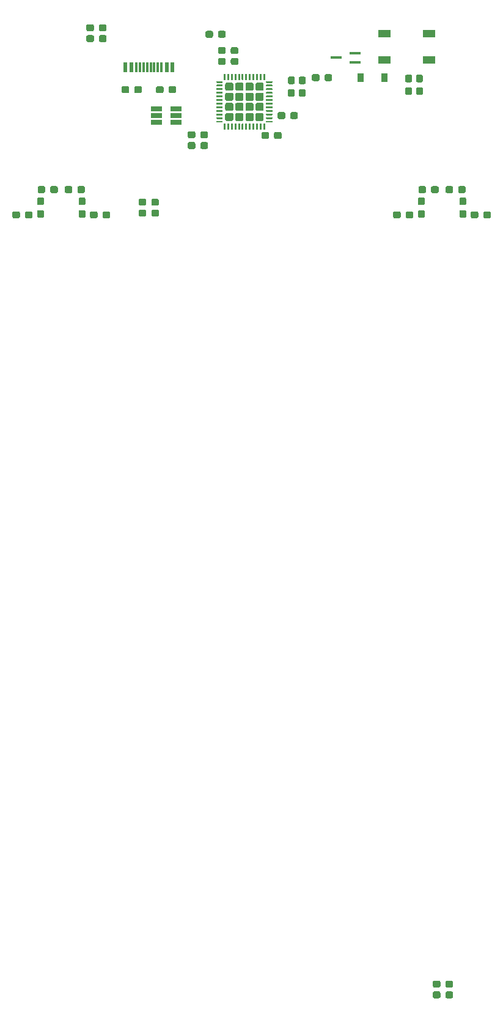
<source format=gbr>
G04 #@! TF.GenerationSoftware,KiCad,Pcbnew,(5.1.5)-3*
G04 #@! TF.CreationDate,2020-11-15T12:52:39-05:00*
G04 #@! TF.ProjectId,MgBoard,4d67426f-6172-4642-9e6b-696361645f70,rev?*
G04 #@! TF.SameCoordinates,PX39a64d0PYa4983b0*
G04 #@! TF.FileFunction,Paste,Top*
G04 #@! TF.FilePolarity,Positive*
%FSLAX46Y46*%
G04 Gerber Fmt 4.6, Leading zero omitted, Abs format (unit mm)*
G04 Created by KiCad (PCBNEW (5.1.5)-3) date 2020-11-15 12:52:39*
%MOMM*%
%LPD*%
G04 APERTURE LIST*
%ADD10C,0.100000*%
%ADD11R,1.560000X0.650000*%
%ADD12R,1.800000X1.100000*%
%ADD13R,1.500000X0.450000*%
%ADD14R,0.300000X1.450000*%
%ADD15R,0.600000X1.450000*%
%ADD16R,0.900000X1.200000*%
G04 APERTURE END LIST*
D10*
G36*
X37487366Y122714659D02*
G01*
X37493433Y122713759D01*
X37499383Y122712269D01*
X37505158Y122710202D01*
X37510702Y122707580D01*
X37515963Y122704427D01*
X37520890Y122700773D01*
X37525434Y122696654D01*
X37529553Y122692110D01*
X37533207Y122687183D01*
X37536360Y122681922D01*
X37538982Y122676378D01*
X37541049Y122670603D01*
X37542539Y122664653D01*
X37543439Y122658586D01*
X37543740Y122652460D01*
X37543740Y121902460D01*
X37543439Y121896334D01*
X37542539Y121890267D01*
X37541049Y121884317D01*
X37538982Y121878542D01*
X37536360Y121872998D01*
X37533207Y121867737D01*
X37529553Y121862810D01*
X37525434Y121858266D01*
X37520890Y121854147D01*
X37515963Y121850493D01*
X37510702Y121847340D01*
X37505158Y121844718D01*
X37499383Y121842651D01*
X37493433Y121841161D01*
X37487366Y121840261D01*
X37481240Y121839960D01*
X37356240Y121839960D01*
X37350114Y121840261D01*
X37344047Y121841161D01*
X37338097Y121842651D01*
X37332322Y121844718D01*
X37326778Y121847340D01*
X37321517Y121850493D01*
X37316590Y121854147D01*
X37312046Y121858266D01*
X37307927Y121862810D01*
X37304273Y121867737D01*
X37301120Y121872998D01*
X37298498Y121878542D01*
X37296431Y121884317D01*
X37294941Y121890267D01*
X37294041Y121896334D01*
X37293740Y121902460D01*
X37293740Y122652460D01*
X37294041Y122658586D01*
X37294941Y122664653D01*
X37296431Y122670603D01*
X37298498Y122676378D01*
X37301120Y122681922D01*
X37304273Y122687183D01*
X37307927Y122692110D01*
X37312046Y122696654D01*
X37316590Y122700773D01*
X37321517Y122704427D01*
X37326778Y122707580D01*
X37332322Y122710202D01*
X37338097Y122712269D01*
X37344047Y122713759D01*
X37350114Y122714659D01*
X37356240Y122714960D01*
X37481240Y122714960D01*
X37487366Y122714659D01*
G37*
G36*
X36987366Y122714659D02*
G01*
X36993433Y122713759D01*
X36999383Y122712269D01*
X37005158Y122710202D01*
X37010702Y122707580D01*
X37015963Y122704427D01*
X37020890Y122700773D01*
X37025434Y122696654D01*
X37029553Y122692110D01*
X37033207Y122687183D01*
X37036360Y122681922D01*
X37038982Y122676378D01*
X37041049Y122670603D01*
X37042539Y122664653D01*
X37043439Y122658586D01*
X37043740Y122652460D01*
X37043740Y121902460D01*
X37043439Y121896334D01*
X37042539Y121890267D01*
X37041049Y121884317D01*
X37038982Y121878542D01*
X37036360Y121872998D01*
X37033207Y121867737D01*
X37029553Y121862810D01*
X37025434Y121858266D01*
X37020890Y121854147D01*
X37015963Y121850493D01*
X37010702Y121847340D01*
X37005158Y121844718D01*
X36999383Y121842651D01*
X36993433Y121841161D01*
X36987366Y121840261D01*
X36981240Y121839960D01*
X36856240Y121839960D01*
X36850114Y121840261D01*
X36844047Y121841161D01*
X36838097Y121842651D01*
X36832322Y121844718D01*
X36826778Y121847340D01*
X36821517Y121850493D01*
X36816590Y121854147D01*
X36812046Y121858266D01*
X36807927Y121862810D01*
X36804273Y121867737D01*
X36801120Y121872998D01*
X36798498Y121878542D01*
X36796431Y121884317D01*
X36794941Y121890267D01*
X36794041Y121896334D01*
X36793740Y121902460D01*
X36793740Y122652460D01*
X36794041Y122658586D01*
X36794941Y122664653D01*
X36796431Y122670603D01*
X36798498Y122676378D01*
X36801120Y122681922D01*
X36804273Y122687183D01*
X36807927Y122692110D01*
X36812046Y122696654D01*
X36816590Y122700773D01*
X36821517Y122704427D01*
X36826778Y122707580D01*
X36832322Y122710202D01*
X36838097Y122712269D01*
X36844047Y122713759D01*
X36850114Y122714659D01*
X36856240Y122714960D01*
X36981240Y122714960D01*
X36987366Y122714659D01*
G37*
G36*
X36487366Y122714659D02*
G01*
X36493433Y122713759D01*
X36499383Y122712269D01*
X36505158Y122710202D01*
X36510702Y122707580D01*
X36515963Y122704427D01*
X36520890Y122700773D01*
X36525434Y122696654D01*
X36529553Y122692110D01*
X36533207Y122687183D01*
X36536360Y122681922D01*
X36538982Y122676378D01*
X36541049Y122670603D01*
X36542539Y122664653D01*
X36543439Y122658586D01*
X36543740Y122652460D01*
X36543740Y121902460D01*
X36543439Y121896334D01*
X36542539Y121890267D01*
X36541049Y121884317D01*
X36538982Y121878542D01*
X36536360Y121872998D01*
X36533207Y121867737D01*
X36529553Y121862810D01*
X36525434Y121858266D01*
X36520890Y121854147D01*
X36515963Y121850493D01*
X36510702Y121847340D01*
X36505158Y121844718D01*
X36499383Y121842651D01*
X36493433Y121841161D01*
X36487366Y121840261D01*
X36481240Y121839960D01*
X36356240Y121839960D01*
X36350114Y121840261D01*
X36344047Y121841161D01*
X36338097Y121842651D01*
X36332322Y121844718D01*
X36326778Y121847340D01*
X36321517Y121850493D01*
X36316590Y121854147D01*
X36312046Y121858266D01*
X36307927Y121862810D01*
X36304273Y121867737D01*
X36301120Y121872998D01*
X36298498Y121878542D01*
X36296431Y121884317D01*
X36294941Y121890267D01*
X36294041Y121896334D01*
X36293740Y121902460D01*
X36293740Y122652460D01*
X36294041Y122658586D01*
X36294941Y122664653D01*
X36296431Y122670603D01*
X36298498Y122676378D01*
X36301120Y122681922D01*
X36304273Y122687183D01*
X36307927Y122692110D01*
X36312046Y122696654D01*
X36316590Y122700773D01*
X36321517Y122704427D01*
X36326778Y122707580D01*
X36332322Y122710202D01*
X36338097Y122712269D01*
X36344047Y122713759D01*
X36350114Y122714659D01*
X36356240Y122714960D01*
X36481240Y122714960D01*
X36487366Y122714659D01*
G37*
G36*
X35987366Y122714659D02*
G01*
X35993433Y122713759D01*
X35999383Y122712269D01*
X36005158Y122710202D01*
X36010702Y122707580D01*
X36015963Y122704427D01*
X36020890Y122700773D01*
X36025434Y122696654D01*
X36029553Y122692110D01*
X36033207Y122687183D01*
X36036360Y122681922D01*
X36038982Y122676378D01*
X36041049Y122670603D01*
X36042539Y122664653D01*
X36043439Y122658586D01*
X36043740Y122652460D01*
X36043740Y121902460D01*
X36043439Y121896334D01*
X36042539Y121890267D01*
X36041049Y121884317D01*
X36038982Y121878542D01*
X36036360Y121872998D01*
X36033207Y121867737D01*
X36029553Y121862810D01*
X36025434Y121858266D01*
X36020890Y121854147D01*
X36015963Y121850493D01*
X36010702Y121847340D01*
X36005158Y121844718D01*
X35999383Y121842651D01*
X35993433Y121841161D01*
X35987366Y121840261D01*
X35981240Y121839960D01*
X35856240Y121839960D01*
X35850114Y121840261D01*
X35844047Y121841161D01*
X35838097Y121842651D01*
X35832322Y121844718D01*
X35826778Y121847340D01*
X35821517Y121850493D01*
X35816590Y121854147D01*
X35812046Y121858266D01*
X35807927Y121862810D01*
X35804273Y121867737D01*
X35801120Y121872998D01*
X35798498Y121878542D01*
X35796431Y121884317D01*
X35794941Y121890267D01*
X35794041Y121896334D01*
X35793740Y121902460D01*
X35793740Y122652460D01*
X35794041Y122658586D01*
X35794941Y122664653D01*
X35796431Y122670603D01*
X35798498Y122676378D01*
X35801120Y122681922D01*
X35804273Y122687183D01*
X35807927Y122692110D01*
X35812046Y122696654D01*
X35816590Y122700773D01*
X35821517Y122704427D01*
X35826778Y122707580D01*
X35832322Y122710202D01*
X35838097Y122712269D01*
X35844047Y122713759D01*
X35850114Y122714659D01*
X35856240Y122714960D01*
X35981240Y122714960D01*
X35987366Y122714659D01*
G37*
G36*
X35487366Y122714659D02*
G01*
X35493433Y122713759D01*
X35499383Y122712269D01*
X35505158Y122710202D01*
X35510702Y122707580D01*
X35515963Y122704427D01*
X35520890Y122700773D01*
X35525434Y122696654D01*
X35529553Y122692110D01*
X35533207Y122687183D01*
X35536360Y122681922D01*
X35538982Y122676378D01*
X35541049Y122670603D01*
X35542539Y122664653D01*
X35543439Y122658586D01*
X35543740Y122652460D01*
X35543740Y121902460D01*
X35543439Y121896334D01*
X35542539Y121890267D01*
X35541049Y121884317D01*
X35538982Y121878542D01*
X35536360Y121872998D01*
X35533207Y121867737D01*
X35529553Y121862810D01*
X35525434Y121858266D01*
X35520890Y121854147D01*
X35515963Y121850493D01*
X35510702Y121847340D01*
X35505158Y121844718D01*
X35499383Y121842651D01*
X35493433Y121841161D01*
X35487366Y121840261D01*
X35481240Y121839960D01*
X35356240Y121839960D01*
X35350114Y121840261D01*
X35344047Y121841161D01*
X35338097Y121842651D01*
X35332322Y121844718D01*
X35326778Y121847340D01*
X35321517Y121850493D01*
X35316590Y121854147D01*
X35312046Y121858266D01*
X35307927Y121862810D01*
X35304273Y121867737D01*
X35301120Y121872998D01*
X35298498Y121878542D01*
X35296431Y121884317D01*
X35294941Y121890267D01*
X35294041Y121896334D01*
X35293740Y121902460D01*
X35293740Y122652460D01*
X35294041Y122658586D01*
X35294941Y122664653D01*
X35296431Y122670603D01*
X35298498Y122676378D01*
X35301120Y122681922D01*
X35304273Y122687183D01*
X35307927Y122692110D01*
X35312046Y122696654D01*
X35316590Y122700773D01*
X35321517Y122704427D01*
X35326778Y122707580D01*
X35332322Y122710202D01*
X35338097Y122712269D01*
X35344047Y122713759D01*
X35350114Y122714659D01*
X35356240Y122714960D01*
X35481240Y122714960D01*
X35487366Y122714659D01*
G37*
G36*
X34987366Y122714659D02*
G01*
X34993433Y122713759D01*
X34999383Y122712269D01*
X35005158Y122710202D01*
X35010702Y122707580D01*
X35015963Y122704427D01*
X35020890Y122700773D01*
X35025434Y122696654D01*
X35029553Y122692110D01*
X35033207Y122687183D01*
X35036360Y122681922D01*
X35038982Y122676378D01*
X35041049Y122670603D01*
X35042539Y122664653D01*
X35043439Y122658586D01*
X35043740Y122652460D01*
X35043740Y121902460D01*
X35043439Y121896334D01*
X35042539Y121890267D01*
X35041049Y121884317D01*
X35038982Y121878542D01*
X35036360Y121872998D01*
X35033207Y121867737D01*
X35029553Y121862810D01*
X35025434Y121858266D01*
X35020890Y121854147D01*
X35015963Y121850493D01*
X35010702Y121847340D01*
X35005158Y121844718D01*
X34999383Y121842651D01*
X34993433Y121841161D01*
X34987366Y121840261D01*
X34981240Y121839960D01*
X34856240Y121839960D01*
X34850114Y121840261D01*
X34844047Y121841161D01*
X34838097Y121842651D01*
X34832322Y121844718D01*
X34826778Y121847340D01*
X34821517Y121850493D01*
X34816590Y121854147D01*
X34812046Y121858266D01*
X34807927Y121862810D01*
X34804273Y121867737D01*
X34801120Y121872998D01*
X34798498Y121878542D01*
X34796431Y121884317D01*
X34794941Y121890267D01*
X34794041Y121896334D01*
X34793740Y121902460D01*
X34793740Y122652460D01*
X34794041Y122658586D01*
X34794941Y122664653D01*
X34796431Y122670603D01*
X34798498Y122676378D01*
X34801120Y122681922D01*
X34804273Y122687183D01*
X34807927Y122692110D01*
X34812046Y122696654D01*
X34816590Y122700773D01*
X34821517Y122704427D01*
X34826778Y122707580D01*
X34832322Y122710202D01*
X34838097Y122712269D01*
X34844047Y122713759D01*
X34850114Y122714659D01*
X34856240Y122714960D01*
X34981240Y122714960D01*
X34987366Y122714659D01*
G37*
G36*
X34487366Y122714659D02*
G01*
X34493433Y122713759D01*
X34499383Y122712269D01*
X34505158Y122710202D01*
X34510702Y122707580D01*
X34515963Y122704427D01*
X34520890Y122700773D01*
X34525434Y122696654D01*
X34529553Y122692110D01*
X34533207Y122687183D01*
X34536360Y122681922D01*
X34538982Y122676378D01*
X34541049Y122670603D01*
X34542539Y122664653D01*
X34543439Y122658586D01*
X34543740Y122652460D01*
X34543740Y121902460D01*
X34543439Y121896334D01*
X34542539Y121890267D01*
X34541049Y121884317D01*
X34538982Y121878542D01*
X34536360Y121872998D01*
X34533207Y121867737D01*
X34529553Y121862810D01*
X34525434Y121858266D01*
X34520890Y121854147D01*
X34515963Y121850493D01*
X34510702Y121847340D01*
X34505158Y121844718D01*
X34499383Y121842651D01*
X34493433Y121841161D01*
X34487366Y121840261D01*
X34481240Y121839960D01*
X34356240Y121839960D01*
X34350114Y121840261D01*
X34344047Y121841161D01*
X34338097Y121842651D01*
X34332322Y121844718D01*
X34326778Y121847340D01*
X34321517Y121850493D01*
X34316590Y121854147D01*
X34312046Y121858266D01*
X34307927Y121862810D01*
X34304273Y121867737D01*
X34301120Y121872998D01*
X34298498Y121878542D01*
X34296431Y121884317D01*
X34294941Y121890267D01*
X34294041Y121896334D01*
X34293740Y121902460D01*
X34293740Y122652460D01*
X34294041Y122658586D01*
X34294941Y122664653D01*
X34296431Y122670603D01*
X34298498Y122676378D01*
X34301120Y122681922D01*
X34304273Y122687183D01*
X34307927Y122692110D01*
X34312046Y122696654D01*
X34316590Y122700773D01*
X34321517Y122704427D01*
X34326778Y122707580D01*
X34332322Y122710202D01*
X34338097Y122712269D01*
X34344047Y122713759D01*
X34350114Y122714659D01*
X34356240Y122714960D01*
X34481240Y122714960D01*
X34487366Y122714659D01*
G37*
G36*
X33987366Y122714659D02*
G01*
X33993433Y122713759D01*
X33999383Y122712269D01*
X34005158Y122710202D01*
X34010702Y122707580D01*
X34015963Y122704427D01*
X34020890Y122700773D01*
X34025434Y122696654D01*
X34029553Y122692110D01*
X34033207Y122687183D01*
X34036360Y122681922D01*
X34038982Y122676378D01*
X34041049Y122670603D01*
X34042539Y122664653D01*
X34043439Y122658586D01*
X34043740Y122652460D01*
X34043740Y121902460D01*
X34043439Y121896334D01*
X34042539Y121890267D01*
X34041049Y121884317D01*
X34038982Y121878542D01*
X34036360Y121872998D01*
X34033207Y121867737D01*
X34029553Y121862810D01*
X34025434Y121858266D01*
X34020890Y121854147D01*
X34015963Y121850493D01*
X34010702Y121847340D01*
X34005158Y121844718D01*
X33999383Y121842651D01*
X33993433Y121841161D01*
X33987366Y121840261D01*
X33981240Y121839960D01*
X33856240Y121839960D01*
X33850114Y121840261D01*
X33844047Y121841161D01*
X33838097Y121842651D01*
X33832322Y121844718D01*
X33826778Y121847340D01*
X33821517Y121850493D01*
X33816590Y121854147D01*
X33812046Y121858266D01*
X33807927Y121862810D01*
X33804273Y121867737D01*
X33801120Y121872998D01*
X33798498Y121878542D01*
X33796431Y121884317D01*
X33794941Y121890267D01*
X33794041Y121896334D01*
X33793740Y121902460D01*
X33793740Y122652460D01*
X33794041Y122658586D01*
X33794941Y122664653D01*
X33796431Y122670603D01*
X33798498Y122676378D01*
X33801120Y122681922D01*
X33804273Y122687183D01*
X33807927Y122692110D01*
X33812046Y122696654D01*
X33816590Y122700773D01*
X33821517Y122704427D01*
X33826778Y122707580D01*
X33832322Y122710202D01*
X33838097Y122712269D01*
X33844047Y122713759D01*
X33850114Y122714659D01*
X33856240Y122714960D01*
X33981240Y122714960D01*
X33987366Y122714659D01*
G37*
G36*
X33487366Y122714659D02*
G01*
X33493433Y122713759D01*
X33499383Y122712269D01*
X33505158Y122710202D01*
X33510702Y122707580D01*
X33515963Y122704427D01*
X33520890Y122700773D01*
X33525434Y122696654D01*
X33529553Y122692110D01*
X33533207Y122687183D01*
X33536360Y122681922D01*
X33538982Y122676378D01*
X33541049Y122670603D01*
X33542539Y122664653D01*
X33543439Y122658586D01*
X33543740Y122652460D01*
X33543740Y121902460D01*
X33543439Y121896334D01*
X33542539Y121890267D01*
X33541049Y121884317D01*
X33538982Y121878542D01*
X33536360Y121872998D01*
X33533207Y121867737D01*
X33529553Y121862810D01*
X33525434Y121858266D01*
X33520890Y121854147D01*
X33515963Y121850493D01*
X33510702Y121847340D01*
X33505158Y121844718D01*
X33499383Y121842651D01*
X33493433Y121841161D01*
X33487366Y121840261D01*
X33481240Y121839960D01*
X33356240Y121839960D01*
X33350114Y121840261D01*
X33344047Y121841161D01*
X33338097Y121842651D01*
X33332322Y121844718D01*
X33326778Y121847340D01*
X33321517Y121850493D01*
X33316590Y121854147D01*
X33312046Y121858266D01*
X33307927Y121862810D01*
X33304273Y121867737D01*
X33301120Y121872998D01*
X33298498Y121878542D01*
X33296431Y121884317D01*
X33294941Y121890267D01*
X33294041Y121896334D01*
X33293740Y121902460D01*
X33293740Y122652460D01*
X33294041Y122658586D01*
X33294941Y122664653D01*
X33296431Y122670603D01*
X33298498Y122676378D01*
X33301120Y122681922D01*
X33304273Y122687183D01*
X33307927Y122692110D01*
X33312046Y122696654D01*
X33316590Y122700773D01*
X33321517Y122704427D01*
X33326778Y122707580D01*
X33332322Y122710202D01*
X33338097Y122712269D01*
X33344047Y122713759D01*
X33350114Y122714659D01*
X33356240Y122714960D01*
X33481240Y122714960D01*
X33487366Y122714659D01*
G37*
G36*
X32987366Y122714659D02*
G01*
X32993433Y122713759D01*
X32999383Y122712269D01*
X33005158Y122710202D01*
X33010702Y122707580D01*
X33015963Y122704427D01*
X33020890Y122700773D01*
X33025434Y122696654D01*
X33029553Y122692110D01*
X33033207Y122687183D01*
X33036360Y122681922D01*
X33038982Y122676378D01*
X33041049Y122670603D01*
X33042539Y122664653D01*
X33043439Y122658586D01*
X33043740Y122652460D01*
X33043740Y121902460D01*
X33043439Y121896334D01*
X33042539Y121890267D01*
X33041049Y121884317D01*
X33038982Y121878542D01*
X33036360Y121872998D01*
X33033207Y121867737D01*
X33029553Y121862810D01*
X33025434Y121858266D01*
X33020890Y121854147D01*
X33015963Y121850493D01*
X33010702Y121847340D01*
X33005158Y121844718D01*
X32999383Y121842651D01*
X32993433Y121841161D01*
X32987366Y121840261D01*
X32981240Y121839960D01*
X32856240Y121839960D01*
X32850114Y121840261D01*
X32844047Y121841161D01*
X32838097Y121842651D01*
X32832322Y121844718D01*
X32826778Y121847340D01*
X32821517Y121850493D01*
X32816590Y121854147D01*
X32812046Y121858266D01*
X32807927Y121862810D01*
X32804273Y121867737D01*
X32801120Y121872998D01*
X32798498Y121878542D01*
X32796431Y121884317D01*
X32794941Y121890267D01*
X32794041Y121896334D01*
X32793740Y121902460D01*
X32793740Y122652460D01*
X32794041Y122658586D01*
X32794941Y122664653D01*
X32796431Y122670603D01*
X32798498Y122676378D01*
X32801120Y122681922D01*
X32804273Y122687183D01*
X32807927Y122692110D01*
X32812046Y122696654D01*
X32816590Y122700773D01*
X32821517Y122704427D01*
X32826778Y122707580D01*
X32832322Y122710202D01*
X32838097Y122712269D01*
X32844047Y122713759D01*
X32850114Y122714659D01*
X32856240Y122714960D01*
X32981240Y122714960D01*
X32987366Y122714659D01*
G37*
G36*
X32487366Y122714659D02*
G01*
X32493433Y122713759D01*
X32499383Y122712269D01*
X32505158Y122710202D01*
X32510702Y122707580D01*
X32515963Y122704427D01*
X32520890Y122700773D01*
X32525434Y122696654D01*
X32529553Y122692110D01*
X32533207Y122687183D01*
X32536360Y122681922D01*
X32538982Y122676378D01*
X32541049Y122670603D01*
X32542539Y122664653D01*
X32543439Y122658586D01*
X32543740Y122652460D01*
X32543740Y121902460D01*
X32543439Y121896334D01*
X32542539Y121890267D01*
X32541049Y121884317D01*
X32538982Y121878542D01*
X32536360Y121872998D01*
X32533207Y121867737D01*
X32529553Y121862810D01*
X32525434Y121858266D01*
X32520890Y121854147D01*
X32515963Y121850493D01*
X32510702Y121847340D01*
X32505158Y121844718D01*
X32499383Y121842651D01*
X32493433Y121841161D01*
X32487366Y121840261D01*
X32481240Y121839960D01*
X32356240Y121839960D01*
X32350114Y121840261D01*
X32344047Y121841161D01*
X32338097Y121842651D01*
X32332322Y121844718D01*
X32326778Y121847340D01*
X32321517Y121850493D01*
X32316590Y121854147D01*
X32312046Y121858266D01*
X32307927Y121862810D01*
X32304273Y121867737D01*
X32301120Y121872998D01*
X32298498Y121878542D01*
X32296431Y121884317D01*
X32294941Y121890267D01*
X32294041Y121896334D01*
X32293740Y121902460D01*
X32293740Y122652460D01*
X32294041Y122658586D01*
X32294941Y122664653D01*
X32296431Y122670603D01*
X32298498Y122676378D01*
X32301120Y122681922D01*
X32304273Y122687183D01*
X32307927Y122692110D01*
X32312046Y122696654D01*
X32316590Y122700773D01*
X32321517Y122704427D01*
X32326778Y122707580D01*
X32332322Y122710202D01*
X32338097Y122712269D01*
X32344047Y122713759D01*
X32350114Y122714659D01*
X32356240Y122714960D01*
X32481240Y122714960D01*
X32487366Y122714659D01*
G37*
G36*
X31987366Y122714659D02*
G01*
X31993433Y122713759D01*
X31999383Y122712269D01*
X32005158Y122710202D01*
X32010702Y122707580D01*
X32015963Y122704427D01*
X32020890Y122700773D01*
X32025434Y122696654D01*
X32029553Y122692110D01*
X32033207Y122687183D01*
X32036360Y122681922D01*
X32038982Y122676378D01*
X32041049Y122670603D01*
X32042539Y122664653D01*
X32043439Y122658586D01*
X32043740Y122652460D01*
X32043740Y121902460D01*
X32043439Y121896334D01*
X32042539Y121890267D01*
X32041049Y121884317D01*
X32038982Y121878542D01*
X32036360Y121872998D01*
X32033207Y121867737D01*
X32029553Y121862810D01*
X32025434Y121858266D01*
X32020890Y121854147D01*
X32015963Y121850493D01*
X32010702Y121847340D01*
X32005158Y121844718D01*
X31999383Y121842651D01*
X31993433Y121841161D01*
X31987366Y121840261D01*
X31981240Y121839960D01*
X31856240Y121839960D01*
X31850114Y121840261D01*
X31844047Y121841161D01*
X31838097Y121842651D01*
X31832322Y121844718D01*
X31826778Y121847340D01*
X31821517Y121850493D01*
X31816590Y121854147D01*
X31812046Y121858266D01*
X31807927Y121862810D01*
X31804273Y121867737D01*
X31801120Y121872998D01*
X31798498Y121878542D01*
X31796431Y121884317D01*
X31794941Y121890267D01*
X31794041Y121896334D01*
X31793740Y121902460D01*
X31793740Y122652460D01*
X31794041Y122658586D01*
X31794941Y122664653D01*
X31796431Y122670603D01*
X31798498Y122676378D01*
X31801120Y122681922D01*
X31804273Y122687183D01*
X31807927Y122692110D01*
X31812046Y122696654D01*
X31816590Y122700773D01*
X31821517Y122704427D01*
X31826778Y122707580D01*
X31832322Y122710202D01*
X31838097Y122712269D01*
X31844047Y122713759D01*
X31850114Y122714659D01*
X31856240Y122714960D01*
X31981240Y122714960D01*
X31987366Y122714659D01*
G37*
G36*
X31612366Y123089659D02*
G01*
X31618433Y123088759D01*
X31624383Y123087269D01*
X31630158Y123085202D01*
X31635702Y123082580D01*
X31640963Y123079427D01*
X31645890Y123075773D01*
X31650434Y123071654D01*
X31654553Y123067110D01*
X31658207Y123062183D01*
X31661360Y123056922D01*
X31663982Y123051378D01*
X31666049Y123045603D01*
X31667539Y123039653D01*
X31668439Y123033586D01*
X31668740Y123027460D01*
X31668740Y122902460D01*
X31668439Y122896334D01*
X31667539Y122890267D01*
X31666049Y122884317D01*
X31663982Y122878542D01*
X31661360Y122872998D01*
X31658207Y122867737D01*
X31654553Y122862810D01*
X31650434Y122858266D01*
X31645890Y122854147D01*
X31640963Y122850493D01*
X31635702Y122847340D01*
X31630158Y122844718D01*
X31624383Y122842651D01*
X31618433Y122841161D01*
X31612366Y122840261D01*
X31606240Y122839960D01*
X30856240Y122839960D01*
X30850114Y122840261D01*
X30844047Y122841161D01*
X30838097Y122842651D01*
X30832322Y122844718D01*
X30826778Y122847340D01*
X30821517Y122850493D01*
X30816590Y122854147D01*
X30812046Y122858266D01*
X30807927Y122862810D01*
X30804273Y122867737D01*
X30801120Y122872998D01*
X30798498Y122878542D01*
X30796431Y122884317D01*
X30794941Y122890267D01*
X30794041Y122896334D01*
X30793740Y122902460D01*
X30793740Y123027460D01*
X30794041Y123033586D01*
X30794941Y123039653D01*
X30796431Y123045603D01*
X30798498Y123051378D01*
X30801120Y123056922D01*
X30804273Y123062183D01*
X30807927Y123067110D01*
X30812046Y123071654D01*
X30816590Y123075773D01*
X30821517Y123079427D01*
X30826778Y123082580D01*
X30832322Y123085202D01*
X30838097Y123087269D01*
X30844047Y123088759D01*
X30850114Y123089659D01*
X30856240Y123089960D01*
X31606240Y123089960D01*
X31612366Y123089659D01*
G37*
G36*
X31612366Y123589659D02*
G01*
X31618433Y123588759D01*
X31624383Y123587269D01*
X31630158Y123585202D01*
X31635702Y123582580D01*
X31640963Y123579427D01*
X31645890Y123575773D01*
X31650434Y123571654D01*
X31654553Y123567110D01*
X31658207Y123562183D01*
X31661360Y123556922D01*
X31663982Y123551378D01*
X31666049Y123545603D01*
X31667539Y123539653D01*
X31668439Y123533586D01*
X31668740Y123527460D01*
X31668740Y123402460D01*
X31668439Y123396334D01*
X31667539Y123390267D01*
X31666049Y123384317D01*
X31663982Y123378542D01*
X31661360Y123372998D01*
X31658207Y123367737D01*
X31654553Y123362810D01*
X31650434Y123358266D01*
X31645890Y123354147D01*
X31640963Y123350493D01*
X31635702Y123347340D01*
X31630158Y123344718D01*
X31624383Y123342651D01*
X31618433Y123341161D01*
X31612366Y123340261D01*
X31606240Y123339960D01*
X30856240Y123339960D01*
X30850114Y123340261D01*
X30844047Y123341161D01*
X30838097Y123342651D01*
X30832322Y123344718D01*
X30826778Y123347340D01*
X30821517Y123350493D01*
X30816590Y123354147D01*
X30812046Y123358266D01*
X30807927Y123362810D01*
X30804273Y123367737D01*
X30801120Y123372998D01*
X30798498Y123378542D01*
X30796431Y123384317D01*
X30794941Y123390267D01*
X30794041Y123396334D01*
X30793740Y123402460D01*
X30793740Y123527460D01*
X30794041Y123533586D01*
X30794941Y123539653D01*
X30796431Y123545603D01*
X30798498Y123551378D01*
X30801120Y123556922D01*
X30804273Y123562183D01*
X30807927Y123567110D01*
X30812046Y123571654D01*
X30816590Y123575773D01*
X30821517Y123579427D01*
X30826778Y123582580D01*
X30832322Y123585202D01*
X30838097Y123587269D01*
X30844047Y123588759D01*
X30850114Y123589659D01*
X30856240Y123589960D01*
X31606240Y123589960D01*
X31612366Y123589659D01*
G37*
G36*
X31612366Y124089659D02*
G01*
X31618433Y124088759D01*
X31624383Y124087269D01*
X31630158Y124085202D01*
X31635702Y124082580D01*
X31640963Y124079427D01*
X31645890Y124075773D01*
X31650434Y124071654D01*
X31654553Y124067110D01*
X31658207Y124062183D01*
X31661360Y124056922D01*
X31663982Y124051378D01*
X31666049Y124045603D01*
X31667539Y124039653D01*
X31668439Y124033586D01*
X31668740Y124027460D01*
X31668740Y123902460D01*
X31668439Y123896334D01*
X31667539Y123890267D01*
X31666049Y123884317D01*
X31663982Y123878542D01*
X31661360Y123872998D01*
X31658207Y123867737D01*
X31654553Y123862810D01*
X31650434Y123858266D01*
X31645890Y123854147D01*
X31640963Y123850493D01*
X31635702Y123847340D01*
X31630158Y123844718D01*
X31624383Y123842651D01*
X31618433Y123841161D01*
X31612366Y123840261D01*
X31606240Y123839960D01*
X30856240Y123839960D01*
X30850114Y123840261D01*
X30844047Y123841161D01*
X30838097Y123842651D01*
X30832322Y123844718D01*
X30826778Y123847340D01*
X30821517Y123850493D01*
X30816590Y123854147D01*
X30812046Y123858266D01*
X30807927Y123862810D01*
X30804273Y123867737D01*
X30801120Y123872998D01*
X30798498Y123878542D01*
X30796431Y123884317D01*
X30794941Y123890267D01*
X30794041Y123896334D01*
X30793740Y123902460D01*
X30793740Y124027460D01*
X30794041Y124033586D01*
X30794941Y124039653D01*
X30796431Y124045603D01*
X30798498Y124051378D01*
X30801120Y124056922D01*
X30804273Y124062183D01*
X30807927Y124067110D01*
X30812046Y124071654D01*
X30816590Y124075773D01*
X30821517Y124079427D01*
X30826778Y124082580D01*
X30832322Y124085202D01*
X30838097Y124087269D01*
X30844047Y124088759D01*
X30850114Y124089659D01*
X30856240Y124089960D01*
X31606240Y124089960D01*
X31612366Y124089659D01*
G37*
G36*
X31612366Y124589659D02*
G01*
X31618433Y124588759D01*
X31624383Y124587269D01*
X31630158Y124585202D01*
X31635702Y124582580D01*
X31640963Y124579427D01*
X31645890Y124575773D01*
X31650434Y124571654D01*
X31654553Y124567110D01*
X31658207Y124562183D01*
X31661360Y124556922D01*
X31663982Y124551378D01*
X31666049Y124545603D01*
X31667539Y124539653D01*
X31668439Y124533586D01*
X31668740Y124527460D01*
X31668740Y124402460D01*
X31668439Y124396334D01*
X31667539Y124390267D01*
X31666049Y124384317D01*
X31663982Y124378542D01*
X31661360Y124372998D01*
X31658207Y124367737D01*
X31654553Y124362810D01*
X31650434Y124358266D01*
X31645890Y124354147D01*
X31640963Y124350493D01*
X31635702Y124347340D01*
X31630158Y124344718D01*
X31624383Y124342651D01*
X31618433Y124341161D01*
X31612366Y124340261D01*
X31606240Y124339960D01*
X30856240Y124339960D01*
X30850114Y124340261D01*
X30844047Y124341161D01*
X30838097Y124342651D01*
X30832322Y124344718D01*
X30826778Y124347340D01*
X30821517Y124350493D01*
X30816590Y124354147D01*
X30812046Y124358266D01*
X30807927Y124362810D01*
X30804273Y124367737D01*
X30801120Y124372998D01*
X30798498Y124378542D01*
X30796431Y124384317D01*
X30794941Y124390267D01*
X30794041Y124396334D01*
X30793740Y124402460D01*
X30793740Y124527460D01*
X30794041Y124533586D01*
X30794941Y124539653D01*
X30796431Y124545603D01*
X30798498Y124551378D01*
X30801120Y124556922D01*
X30804273Y124562183D01*
X30807927Y124567110D01*
X30812046Y124571654D01*
X30816590Y124575773D01*
X30821517Y124579427D01*
X30826778Y124582580D01*
X30832322Y124585202D01*
X30838097Y124587269D01*
X30844047Y124588759D01*
X30850114Y124589659D01*
X30856240Y124589960D01*
X31606240Y124589960D01*
X31612366Y124589659D01*
G37*
G36*
X31612366Y125089659D02*
G01*
X31618433Y125088759D01*
X31624383Y125087269D01*
X31630158Y125085202D01*
X31635702Y125082580D01*
X31640963Y125079427D01*
X31645890Y125075773D01*
X31650434Y125071654D01*
X31654553Y125067110D01*
X31658207Y125062183D01*
X31661360Y125056922D01*
X31663982Y125051378D01*
X31666049Y125045603D01*
X31667539Y125039653D01*
X31668439Y125033586D01*
X31668740Y125027460D01*
X31668740Y124902460D01*
X31668439Y124896334D01*
X31667539Y124890267D01*
X31666049Y124884317D01*
X31663982Y124878542D01*
X31661360Y124872998D01*
X31658207Y124867737D01*
X31654553Y124862810D01*
X31650434Y124858266D01*
X31645890Y124854147D01*
X31640963Y124850493D01*
X31635702Y124847340D01*
X31630158Y124844718D01*
X31624383Y124842651D01*
X31618433Y124841161D01*
X31612366Y124840261D01*
X31606240Y124839960D01*
X30856240Y124839960D01*
X30850114Y124840261D01*
X30844047Y124841161D01*
X30838097Y124842651D01*
X30832322Y124844718D01*
X30826778Y124847340D01*
X30821517Y124850493D01*
X30816590Y124854147D01*
X30812046Y124858266D01*
X30807927Y124862810D01*
X30804273Y124867737D01*
X30801120Y124872998D01*
X30798498Y124878542D01*
X30796431Y124884317D01*
X30794941Y124890267D01*
X30794041Y124896334D01*
X30793740Y124902460D01*
X30793740Y125027460D01*
X30794041Y125033586D01*
X30794941Y125039653D01*
X30796431Y125045603D01*
X30798498Y125051378D01*
X30801120Y125056922D01*
X30804273Y125062183D01*
X30807927Y125067110D01*
X30812046Y125071654D01*
X30816590Y125075773D01*
X30821517Y125079427D01*
X30826778Y125082580D01*
X30832322Y125085202D01*
X30838097Y125087269D01*
X30844047Y125088759D01*
X30850114Y125089659D01*
X30856240Y125089960D01*
X31606240Y125089960D01*
X31612366Y125089659D01*
G37*
G36*
X31612366Y125589659D02*
G01*
X31618433Y125588759D01*
X31624383Y125587269D01*
X31630158Y125585202D01*
X31635702Y125582580D01*
X31640963Y125579427D01*
X31645890Y125575773D01*
X31650434Y125571654D01*
X31654553Y125567110D01*
X31658207Y125562183D01*
X31661360Y125556922D01*
X31663982Y125551378D01*
X31666049Y125545603D01*
X31667539Y125539653D01*
X31668439Y125533586D01*
X31668740Y125527460D01*
X31668740Y125402460D01*
X31668439Y125396334D01*
X31667539Y125390267D01*
X31666049Y125384317D01*
X31663982Y125378542D01*
X31661360Y125372998D01*
X31658207Y125367737D01*
X31654553Y125362810D01*
X31650434Y125358266D01*
X31645890Y125354147D01*
X31640963Y125350493D01*
X31635702Y125347340D01*
X31630158Y125344718D01*
X31624383Y125342651D01*
X31618433Y125341161D01*
X31612366Y125340261D01*
X31606240Y125339960D01*
X30856240Y125339960D01*
X30850114Y125340261D01*
X30844047Y125341161D01*
X30838097Y125342651D01*
X30832322Y125344718D01*
X30826778Y125347340D01*
X30821517Y125350493D01*
X30816590Y125354147D01*
X30812046Y125358266D01*
X30807927Y125362810D01*
X30804273Y125367737D01*
X30801120Y125372998D01*
X30798498Y125378542D01*
X30796431Y125384317D01*
X30794941Y125390267D01*
X30794041Y125396334D01*
X30793740Y125402460D01*
X30793740Y125527460D01*
X30794041Y125533586D01*
X30794941Y125539653D01*
X30796431Y125545603D01*
X30798498Y125551378D01*
X30801120Y125556922D01*
X30804273Y125562183D01*
X30807927Y125567110D01*
X30812046Y125571654D01*
X30816590Y125575773D01*
X30821517Y125579427D01*
X30826778Y125582580D01*
X30832322Y125585202D01*
X30838097Y125587269D01*
X30844047Y125588759D01*
X30850114Y125589659D01*
X30856240Y125589960D01*
X31606240Y125589960D01*
X31612366Y125589659D01*
G37*
G36*
X31612366Y126089659D02*
G01*
X31618433Y126088759D01*
X31624383Y126087269D01*
X31630158Y126085202D01*
X31635702Y126082580D01*
X31640963Y126079427D01*
X31645890Y126075773D01*
X31650434Y126071654D01*
X31654553Y126067110D01*
X31658207Y126062183D01*
X31661360Y126056922D01*
X31663982Y126051378D01*
X31666049Y126045603D01*
X31667539Y126039653D01*
X31668439Y126033586D01*
X31668740Y126027460D01*
X31668740Y125902460D01*
X31668439Y125896334D01*
X31667539Y125890267D01*
X31666049Y125884317D01*
X31663982Y125878542D01*
X31661360Y125872998D01*
X31658207Y125867737D01*
X31654553Y125862810D01*
X31650434Y125858266D01*
X31645890Y125854147D01*
X31640963Y125850493D01*
X31635702Y125847340D01*
X31630158Y125844718D01*
X31624383Y125842651D01*
X31618433Y125841161D01*
X31612366Y125840261D01*
X31606240Y125839960D01*
X30856240Y125839960D01*
X30850114Y125840261D01*
X30844047Y125841161D01*
X30838097Y125842651D01*
X30832322Y125844718D01*
X30826778Y125847340D01*
X30821517Y125850493D01*
X30816590Y125854147D01*
X30812046Y125858266D01*
X30807927Y125862810D01*
X30804273Y125867737D01*
X30801120Y125872998D01*
X30798498Y125878542D01*
X30796431Y125884317D01*
X30794941Y125890267D01*
X30794041Y125896334D01*
X30793740Y125902460D01*
X30793740Y126027460D01*
X30794041Y126033586D01*
X30794941Y126039653D01*
X30796431Y126045603D01*
X30798498Y126051378D01*
X30801120Y126056922D01*
X30804273Y126062183D01*
X30807927Y126067110D01*
X30812046Y126071654D01*
X30816590Y126075773D01*
X30821517Y126079427D01*
X30826778Y126082580D01*
X30832322Y126085202D01*
X30838097Y126087269D01*
X30844047Y126088759D01*
X30850114Y126089659D01*
X30856240Y126089960D01*
X31606240Y126089960D01*
X31612366Y126089659D01*
G37*
G36*
X31612366Y126589659D02*
G01*
X31618433Y126588759D01*
X31624383Y126587269D01*
X31630158Y126585202D01*
X31635702Y126582580D01*
X31640963Y126579427D01*
X31645890Y126575773D01*
X31650434Y126571654D01*
X31654553Y126567110D01*
X31658207Y126562183D01*
X31661360Y126556922D01*
X31663982Y126551378D01*
X31666049Y126545603D01*
X31667539Y126539653D01*
X31668439Y126533586D01*
X31668740Y126527460D01*
X31668740Y126402460D01*
X31668439Y126396334D01*
X31667539Y126390267D01*
X31666049Y126384317D01*
X31663982Y126378542D01*
X31661360Y126372998D01*
X31658207Y126367737D01*
X31654553Y126362810D01*
X31650434Y126358266D01*
X31645890Y126354147D01*
X31640963Y126350493D01*
X31635702Y126347340D01*
X31630158Y126344718D01*
X31624383Y126342651D01*
X31618433Y126341161D01*
X31612366Y126340261D01*
X31606240Y126339960D01*
X30856240Y126339960D01*
X30850114Y126340261D01*
X30844047Y126341161D01*
X30838097Y126342651D01*
X30832322Y126344718D01*
X30826778Y126347340D01*
X30821517Y126350493D01*
X30816590Y126354147D01*
X30812046Y126358266D01*
X30807927Y126362810D01*
X30804273Y126367737D01*
X30801120Y126372998D01*
X30798498Y126378542D01*
X30796431Y126384317D01*
X30794941Y126390267D01*
X30794041Y126396334D01*
X30793740Y126402460D01*
X30793740Y126527460D01*
X30794041Y126533586D01*
X30794941Y126539653D01*
X30796431Y126545603D01*
X30798498Y126551378D01*
X30801120Y126556922D01*
X30804273Y126562183D01*
X30807927Y126567110D01*
X30812046Y126571654D01*
X30816590Y126575773D01*
X30821517Y126579427D01*
X30826778Y126582580D01*
X30832322Y126585202D01*
X30838097Y126587269D01*
X30844047Y126588759D01*
X30850114Y126589659D01*
X30856240Y126589960D01*
X31606240Y126589960D01*
X31612366Y126589659D01*
G37*
G36*
X31612366Y127089659D02*
G01*
X31618433Y127088759D01*
X31624383Y127087269D01*
X31630158Y127085202D01*
X31635702Y127082580D01*
X31640963Y127079427D01*
X31645890Y127075773D01*
X31650434Y127071654D01*
X31654553Y127067110D01*
X31658207Y127062183D01*
X31661360Y127056922D01*
X31663982Y127051378D01*
X31666049Y127045603D01*
X31667539Y127039653D01*
X31668439Y127033586D01*
X31668740Y127027460D01*
X31668740Y126902460D01*
X31668439Y126896334D01*
X31667539Y126890267D01*
X31666049Y126884317D01*
X31663982Y126878542D01*
X31661360Y126872998D01*
X31658207Y126867737D01*
X31654553Y126862810D01*
X31650434Y126858266D01*
X31645890Y126854147D01*
X31640963Y126850493D01*
X31635702Y126847340D01*
X31630158Y126844718D01*
X31624383Y126842651D01*
X31618433Y126841161D01*
X31612366Y126840261D01*
X31606240Y126839960D01*
X30856240Y126839960D01*
X30850114Y126840261D01*
X30844047Y126841161D01*
X30838097Y126842651D01*
X30832322Y126844718D01*
X30826778Y126847340D01*
X30821517Y126850493D01*
X30816590Y126854147D01*
X30812046Y126858266D01*
X30807927Y126862810D01*
X30804273Y126867737D01*
X30801120Y126872998D01*
X30798498Y126878542D01*
X30796431Y126884317D01*
X30794941Y126890267D01*
X30794041Y126896334D01*
X30793740Y126902460D01*
X30793740Y127027460D01*
X30794041Y127033586D01*
X30794941Y127039653D01*
X30796431Y127045603D01*
X30798498Y127051378D01*
X30801120Y127056922D01*
X30804273Y127062183D01*
X30807927Y127067110D01*
X30812046Y127071654D01*
X30816590Y127075773D01*
X30821517Y127079427D01*
X30826778Y127082580D01*
X30832322Y127085202D01*
X30838097Y127087269D01*
X30844047Y127088759D01*
X30850114Y127089659D01*
X30856240Y127089960D01*
X31606240Y127089960D01*
X31612366Y127089659D01*
G37*
G36*
X31612366Y127589659D02*
G01*
X31618433Y127588759D01*
X31624383Y127587269D01*
X31630158Y127585202D01*
X31635702Y127582580D01*
X31640963Y127579427D01*
X31645890Y127575773D01*
X31650434Y127571654D01*
X31654553Y127567110D01*
X31658207Y127562183D01*
X31661360Y127556922D01*
X31663982Y127551378D01*
X31666049Y127545603D01*
X31667539Y127539653D01*
X31668439Y127533586D01*
X31668740Y127527460D01*
X31668740Y127402460D01*
X31668439Y127396334D01*
X31667539Y127390267D01*
X31666049Y127384317D01*
X31663982Y127378542D01*
X31661360Y127372998D01*
X31658207Y127367737D01*
X31654553Y127362810D01*
X31650434Y127358266D01*
X31645890Y127354147D01*
X31640963Y127350493D01*
X31635702Y127347340D01*
X31630158Y127344718D01*
X31624383Y127342651D01*
X31618433Y127341161D01*
X31612366Y127340261D01*
X31606240Y127339960D01*
X30856240Y127339960D01*
X30850114Y127340261D01*
X30844047Y127341161D01*
X30838097Y127342651D01*
X30832322Y127344718D01*
X30826778Y127347340D01*
X30821517Y127350493D01*
X30816590Y127354147D01*
X30812046Y127358266D01*
X30807927Y127362810D01*
X30804273Y127367737D01*
X30801120Y127372998D01*
X30798498Y127378542D01*
X30796431Y127384317D01*
X30794941Y127390267D01*
X30794041Y127396334D01*
X30793740Y127402460D01*
X30793740Y127527460D01*
X30794041Y127533586D01*
X30794941Y127539653D01*
X30796431Y127545603D01*
X30798498Y127551378D01*
X30801120Y127556922D01*
X30804273Y127562183D01*
X30807927Y127567110D01*
X30812046Y127571654D01*
X30816590Y127575773D01*
X30821517Y127579427D01*
X30826778Y127582580D01*
X30832322Y127585202D01*
X30838097Y127587269D01*
X30844047Y127588759D01*
X30850114Y127589659D01*
X30856240Y127589960D01*
X31606240Y127589960D01*
X31612366Y127589659D01*
G37*
G36*
X31612366Y128089659D02*
G01*
X31618433Y128088759D01*
X31624383Y128087269D01*
X31630158Y128085202D01*
X31635702Y128082580D01*
X31640963Y128079427D01*
X31645890Y128075773D01*
X31650434Y128071654D01*
X31654553Y128067110D01*
X31658207Y128062183D01*
X31661360Y128056922D01*
X31663982Y128051378D01*
X31666049Y128045603D01*
X31667539Y128039653D01*
X31668439Y128033586D01*
X31668740Y128027460D01*
X31668740Y127902460D01*
X31668439Y127896334D01*
X31667539Y127890267D01*
X31666049Y127884317D01*
X31663982Y127878542D01*
X31661360Y127872998D01*
X31658207Y127867737D01*
X31654553Y127862810D01*
X31650434Y127858266D01*
X31645890Y127854147D01*
X31640963Y127850493D01*
X31635702Y127847340D01*
X31630158Y127844718D01*
X31624383Y127842651D01*
X31618433Y127841161D01*
X31612366Y127840261D01*
X31606240Y127839960D01*
X30856240Y127839960D01*
X30850114Y127840261D01*
X30844047Y127841161D01*
X30838097Y127842651D01*
X30832322Y127844718D01*
X30826778Y127847340D01*
X30821517Y127850493D01*
X30816590Y127854147D01*
X30812046Y127858266D01*
X30807927Y127862810D01*
X30804273Y127867737D01*
X30801120Y127872998D01*
X30798498Y127878542D01*
X30796431Y127884317D01*
X30794941Y127890267D01*
X30794041Y127896334D01*
X30793740Y127902460D01*
X30793740Y128027460D01*
X30794041Y128033586D01*
X30794941Y128039653D01*
X30796431Y128045603D01*
X30798498Y128051378D01*
X30801120Y128056922D01*
X30804273Y128062183D01*
X30807927Y128067110D01*
X30812046Y128071654D01*
X30816590Y128075773D01*
X30821517Y128079427D01*
X30826778Y128082580D01*
X30832322Y128085202D01*
X30838097Y128087269D01*
X30844047Y128088759D01*
X30850114Y128089659D01*
X30856240Y128089960D01*
X31606240Y128089960D01*
X31612366Y128089659D01*
G37*
G36*
X31612366Y128589659D02*
G01*
X31618433Y128588759D01*
X31624383Y128587269D01*
X31630158Y128585202D01*
X31635702Y128582580D01*
X31640963Y128579427D01*
X31645890Y128575773D01*
X31650434Y128571654D01*
X31654553Y128567110D01*
X31658207Y128562183D01*
X31661360Y128556922D01*
X31663982Y128551378D01*
X31666049Y128545603D01*
X31667539Y128539653D01*
X31668439Y128533586D01*
X31668740Y128527460D01*
X31668740Y128402460D01*
X31668439Y128396334D01*
X31667539Y128390267D01*
X31666049Y128384317D01*
X31663982Y128378542D01*
X31661360Y128372998D01*
X31658207Y128367737D01*
X31654553Y128362810D01*
X31650434Y128358266D01*
X31645890Y128354147D01*
X31640963Y128350493D01*
X31635702Y128347340D01*
X31630158Y128344718D01*
X31624383Y128342651D01*
X31618433Y128341161D01*
X31612366Y128340261D01*
X31606240Y128339960D01*
X30856240Y128339960D01*
X30850114Y128340261D01*
X30844047Y128341161D01*
X30838097Y128342651D01*
X30832322Y128344718D01*
X30826778Y128347340D01*
X30821517Y128350493D01*
X30816590Y128354147D01*
X30812046Y128358266D01*
X30807927Y128362810D01*
X30804273Y128367737D01*
X30801120Y128372998D01*
X30798498Y128378542D01*
X30796431Y128384317D01*
X30794941Y128390267D01*
X30794041Y128396334D01*
X30793740Y128402460D01*
X30793740Y128527460D01*
X30794041Y128533586D01*
X30794941Y128539653D01*
X30796431Y128545603D01*
X30798498Y128551378D01*
X30801120Y128556922D01*
X30804273Y128562183D01*
X30807927Y128567110D01*
X30812046Y128571654D01*
X30816590Y128575773D01*
X30821517Y128579427D01*
X30826778Y128582580D01*
X30832322Y128585202D01*
X30838097Y128587269D01*
X30844047Y128588759D01*
X30850114Y128589659D01*
X30856240Y128589960D01*
X31606240Y128589960D01*
X31612366Y128589659D01*
G37*
G36*
X31987366Y129589659D02*
G01*
X31993433Y129588759D01*
X31999383Y129587269D01*
X32005158Y129585202D01*
X32010702Y129582580D01*
X32015963Y129579427D01*
X32020890Y129575773D01*
X32025434Y129571654D01*
X32029553Y129567110D01*
X32033207Y129562183D01*
X32036360Y129556922D01*
X32038982Y129551378D01*
X32041049Y129545603D01*
X32042539Y129539653D01*
X32043439Y129533586D01*
X32043740Y129527460D01*
X32043740Y128777460D01*
X32043439Y128771334D01*
X32042539Y128765267D01*
X32041049Y128759317D01*
X32038982Y128753542D01*
X32036360Y128747998D01*
X32033207Y128742737D01*
X32029553Y128737810D01*
X32025434Y128733266D01*
X32020890Y128729147D01*
X32015963Y128725493D01*
X32010702Y128722340D01*
X32005158Y128719718D01*
X31999383Y128717651D01*
X31993433Y128716161D01*
X31987366Y128715261D01*
X31981240Y128714960D01*
X31856240Y128714960D01*
X31850114Y128715261D01*
X31844047Y128716161D01*
X31838097Y128717651D01*
X31832322Y128719718D01*
X31826778Y128722340D01*
X31821517Y128725493D01*
X31816590Y128729147D01*
X31812046Y128733266D01*
X31807927Y128737810D01*
X31804273Y128742737D01*
X31801120Y128747998D01*
X31798498Y128753542D01*
X31796431Y128759317D01*
X31794941Y128765267D01*
X31794041Y128771334D01*
X31793740Y128777460D01*
X31793740Y129527460D01*
X31794041Y129533586D01*
X31794941Y129539653D01*
X31796431Y129545603D01*
X31798498Y129551378D01*
X31801120Y129556922D01*
X31804273Y129562183D01*
X31807927Y129567110D01*
X31812046Y129571654D01*
X31816590Y129575773D01*
X31821517Y129579427D01*
X31826778Y129582580D01*
X31832322Y129585202D01*
X31838097Y129587269D01*
X31844047Y129588759D01*
X31850114Y129589659D01*
X31856240Y129589960D01*
X31981240Y129589960D01*
X31987366Y129589659D01*
G37*
G36*
X32487366Y129589659D02*
G01*
X32493433Y129588759D01*
X32499383Y129587269D01*
X32505158Y129585202D01*
X32510702Y129582580D01*
X32515963Y129579427D01*
X32520890Y129575773D01*
X32525434Y129571654D01*
X32529553Y129567110D01*
X32533207Y129562183D01*
X32536360Y129556922D01*
X32538982Y129551378D01*
X32541049Y129545603D01*
X32542539Y129539653D01*
X32543439Y129533586D01*
X32543740Y129527460D01*
X32543740Y128777460D01*
X32543439Y128771334D01*
X32542539Y128765267D01*
X32541049Y128759317D01*
X32538982Y128753542D01*
X32536360Y128747998D01*
X32533207Y128742737D01*
X32529553Y128737810D01*
X32525434Y128733266D01*
X32520890Y128729147D01*
X32515963Y128725493D01*
X32510702Y128722340D01*
X32505158Y128719718D01*
X32499383Y128717651D01*
X32493433Y128716161D01*
X32487366Y128715261D01*
X32481240Y128714960D01*
X32356240Y128714960D01*
X32350114Y128715261D01*
X32344047Y128716161D01*
X32338097Y128717651D01*
X32332322Y128719718D01*
X32326778Y128722340D01*
X32321517Y128725493D01*
X32316590Y128729147D01*
X32312046Y128733266D01*
X32307927Y128737810D01*
X32304273Y128742737D01*
X32301120Y128747998D01*
X32298498Y128753542D01*
X32296431Y128759317D01*
X32294941Y128765267D01*
X32294041Y128771334D01*
X32293740Y128777460D01*
X32293740Y129527460D01*
X32294041Y129533586D01*
X32294941Y129539653D01*
X32296431Y129545603D01*
X32298498Y129551378D01*
X32301120Y129556922D01*
X32304273Y129562183D01*
X32307927Y129567110D01*
X32312046Y129571654D01*
X32316590Y129575773D01*
X32321517Y129579427D01*
X32326778Y129582580D01*
X32332322Y129585202D01*
X32338097Y129587269D01*
X32344047Y129588759D01*
X32350114Y129589659D01*
X32356240Y129589960D01*
X32481240Y129589960D01*
X32487366Y129589659D01*
G37*
G36*
X32987366Y129589659D02*
G01*
X32993433Y129588759D01*
X32999383Y129587269D01*
X33005158Y129585202D01*
X33010702Y129582580D01*
X33015963Y129579427D01*
X33020890Y129575773D01*
X33025434Y129571654D01*
X33029553Y129567110D01*
X33033207Y129562183D01*
X33036360Y129556922D01*
X33038982Y129551378D01*
X33041049Y129545603D01*
X33042539Y129539653D01*
X33043439Y129533586D01*
X33043740Y129527460D01*
X33043740Y128777460D01*
X33043439Y128771334D01*
X33042539Y128765267D01*
X33041049Y128759317D01*
X33038982Y128753542D01*
X33036360Y128747998D01*
X33033207Y128742737D01*
X33029553Y128737810D01*
X33025434Y128733266D01*
X33020890Y128729147D01*
X33015963Y128725493D01*
X33010702Y128722340D01*
X33005158Y128719718D01*
X32999383Y128717651D01*
X32993433Y128716161D01*
X32987366Y128715261D01*
X32981240Y128714960D01*
X32856240Y128714960D01*
X32850114Y128715261D01*
X32844047Y128716161D01*
X32838097Y128717651D01*
X32832322Y128719718D01*
X32826778Y128722340D01*
X32821517Y128725493D01*
X32816590Y128729147D01*
X32812046Y128733266D01*
X32807927Y128737810D01*
X32804273Y128742737D01*
X32801120Y128747998D01*
X32798498Y128753542D01*
X32796431Y128759317D01*
X32794941Y128765267D01*
X32794041Y128771334D01*
X32793740Y128777460D01*
X32793740Y129527460D01*
X32794041Y129533586D01*
X32794941Y129539653D01*
X32796431Y129545603D01*
X32798498Y129551378D01*
X32801120Y129556922D01*
X32804273Y129562183D01*
X32807927Y129567110D01*
X32812046Y129571654D01*
X32816590Y129575773D01*
X32821517Y129579427D01*
X32826778Y129582580D01*
X32832322Y129585202D01*
X32838097Y129587269D01*
X32844047Y129588759D01*
X32850114Y129589659D01*
X32856240Y129589960D01*
X32981240Y129589960D01*
X32987366Y129589659D01*
G37*
G36*
X33487366Y129589659D02*
G01*
X33493433Y129588759D01*
X33499383Y129587269D01*
X33505158Y129585202D01*
X33510702Y129582580D01*
X33515963Y129579427D01*
X33520890Y129575773D01*
X33525434Y129571654D01*
X33529553Y129567110D01*
X33533207Y129562183D01*
X33536360Y129556922D01*
X33538982Y129551378D01*
X33541049Y129545603D01*
X33542539Y129539653D01*
X33543439Y129533586D01*
X33543740Y129527460D01*
X33543740Y128777460D01*
X33543439Y128771334D01*
X33542539Y128765267D01*
X33541049Y128759317D01*
X33538982Y128753542D01*
X33536360Y128747998D01*
X33533207Y128742737D01*
X33529553Y128737810D01*
X33525434Y128733266D01*
X33520890Y128729147D01*
X33515963Y128725493D01*
X33510702Y128722340D01*
X33505158Y128719718D01*
X33499383Y128717651D01*
X33493433Y128716161D01*
X33487366Y128715261D01*
X33481240Y128714960D01*
X33356240Y128714960D01*
X33350114Y128715261D01*
X33344047Y128716161D01*
X33338097Y128717651D01*
X33332322Y128719718D01*
X33326778Y128722340D01*
X33321517Y128725493D01*
X33316590Y128729147D01*
X33312046Y128733266D01*
X33307927Y128737810D01*
X33304273Y128742737D01*
X33301120Y128747998D01*
X33298498Y128753542D01*
X33296431Y128759317D01*
X33294941Y128765267D01*
X33294041Y128771334D01*
X33293740Y128777460D01*
X33293740Y129527460D01*
X33294041Y129533586D01*
X33294941Y129539653D01*
X33296431Y129545603D01*
X33298498Y129551378D01*
X33301120Y129556922D01*
X33304273Y129562183D01*
X33307927Y129567110D01*
X33312046Y129571654D01*
X33316590Y129575773D01*
X33321517Y129579427D01*
X33326778Y129582580D01*
X33332322Y129585202D01*
X33338097Y129587269D01*
X33344047Y129588759D01*
X33350114Y129589659D01*
X33356240Y129589960D01*
X33481240Y129589960D01*
X33487366Y129589659D01*
G37*
G36*
X33987366Y129589659D02*
G01*
X33993433Y129588759D01*
X33999383Y129587269D01*
X34005158Y129585202D01*
X34010702Y129582580D01*
X34015963Y129579427D01*
X34020890Y129575773D01*
X34025434Y129571654D01*
X34029553Y129567110D01*
X34033207Y129562183D01*
X34036360Y129556922D01*
X34038982Y129551378D01*
X34041049Y129545603D01*
X34042539Y129539653D01*
X34043439Y129533586D01*
X34043740Y129527460D01*
X34043740Y128777460D01*
X34043439Y128771334D01*
X34042539Y128765267D01*
X34041049Y128759317D01*
X34038982Y128753542D01*
X34036360Y128747998D01*
X34033207Y128742737D01*
X34029553Y128737810D01*
X34025434Y128733266D01*
X34020890Y128729147D01*
X34015963Y128725493D01*
X34010702Y128722340D01*
X34005158Y128719718D01*
X33999383Y128717651D01*
X33993433Y128716161D01*
X33987366Y128715261D01*
X33981240Y128714960D01*
X33856240Y128714960D01*
X33850114Y128715261D01*
X33844047Y128716161D01*
X33838097Y128717651D01*
X33832322Y128719718D01*
X33826778Y128722340D01*
X33821517Y128725493D01*
X33816590Y128729147D01*
X33812046Y128733266D01*
X33807927Y128737810D01*
X33804273Y128742737D01*
X33801120Y128747998D01*
X33798498Y128753542D01*
X33796431Y128759317D01*
X33794941Y128765267D01*
X33794041Y128771334D01*
X33793740Y128777460D01*
X33793740Y129527460D01*
X33794041Y129533586D01*
X33794941Y129539653D01*
X33796431Y129545603D01*
X33798498Y129551378D01*
X33801120Y129556922D01*
X33804273Y129562183D01*
X33807927Y129567110D01*
X33812046Y129571654D01*
X33816590Y129575773D01*
X33821517Y129579427D01*
X33826778Y129582580D01*
X33832322Y129585202D01*
X33838097Y129587269D01*
X33844047Y129588759D01*
X33850114Y129589659D01*
X33856240Y129589960D01*
X33981240Y129589960D01*
X33987366Y129589659D01*
G37*
G36*
X34487366Y129589659D02*
G01*
X34493433Y129588759D01*
X34499383Y129587269D01*
X34505158Y129585202D01*
X34510702Y129582580D01*
X34515963Y129579427D01*
X34520890Y129575773D01*
X34525434Y129571654D01*
X34529553Y129567110D01*
X34533207Y129562183D01*
X34536360Y129556922D01*
X34538982Y129551378D01*
X34541049Y129545603D01*
X34542539Y129539653D01*
X34543439Y129533586D01*
X34543740Y129527460D01*
X34543740Y128777460D01*
X34543439Y128771334D01*
X34542539Y128765267D01*
X34541049Y128759317D01*
X34538982Y128753542D01*
X34536360Y128747998D01*
X34533207Y128742737D01*
X34529553Y128737810D01*
X34525434Y128733266D01*
X34520890Y128729147D01*
X34515963Y128725493D01*
X34510702Y128722340D01*
X34505158Y128719718D01*
X34499383Y128717651D01*
X34493433Y128716161D01*
X34487366Y128715261D01*
X34481240Y128714960D01*
X34356240Y128714960D01*
X34350114Y128715261D01*
X34344047Y128716161D01*
X34338097Y128717651D01*
X34332322Y128719718D01*
X34326778Y128722340D01*
X34321517Y128725493D01*
X34316590Y128729147D01*
X34312046Y128733266D01*
X34307927Y128737810D01*
X34304273Y128742737D01*
X34301120Y128747998D01*
X34298498Y128753542D01*
X34296431Y128759317D01*
X34294941Y128765267D01*
X34294041Y128771334D01*
X34293740Y128777460D01*
X34293740Y129527460D01*
X34294041Y129533586D01*
X34294941Y129539653D01*
X34296431Y129545603D01*
X34298498Y129551378D01*
X34301120Y129556922D01*
X34304273Y129562183D01*
X34307927Y129567110D01*
X34312046Y129571654D01*
X34316590Y129575773D01*
X34321517Y129579427D01*
X34326778Y129582580D01*
X34332322Y129585202D01*
X34338097Y129587269D01*
X34344047Y129588759D01*
X34350114Y129589659D01*
X34356240Y129589960D01*
X34481240Y129589960D01*
X34487366Y129589659D01*
G37*
G36*
X34987366Y129589659D02*
G01*
X34993433Y129588759D01*
X34999383Y129587269D01*
X35005158Y129585202D01*
X35010702Y129582580D01*
X35015963Y129579427D01*
X35020890Y129575773D01*
X35025434Y129571654D01*
X35029553Y129567110D01*
X35033207Y129562183D01*
X35036360Y129556922D01*
X35038982Y129551378D01*
X35041049Y129545603D01*
X35042539Y129539653D01*
X35043439Y129533586D01*
X35043740Y129527460D01*
X35043740Y128777460D01*
X35043439Y128771334D01*
X35042539Y128765267D01*
X35041049Y128759317D01*
X35038982Y128753542D01*
X35036360Y128747998D01*
X35033207Y128742737D01*
X35029553Y128737810D01*
X35025434Y128733266D01*
X35020890Y128729147D01*
X35015963Y128725493D01*
X35010702Y128722340D01*
X35005158Y128719718D01*
X34999383Y128717651D01*
X34993433Y128716161D01*
X34987366Y128715261D01*
X34981240Y128714960D01*
X34856240Y128714960D01*
X34850114Y128715261D01*
X34844047Y128716161D01*
X34838097Y128717651D01*
X34832322Y128719718D01*
X34826778Y128722340D01*
X34821517Y128725493D01*
X34816590Y128729147D01*
X34812046Y128733266D01*
X34807927Y128737810D01*
X34804273Y128742737D01*
X34801120Y128747998D01*
X34798498Y128753542D01*
X34796431Y128759317D01*
X34794941Y128765267D01*
X34794041Y128771334D01*
X34793740Y128777460D01*
X34793740Y129527460D01*
X34794041Y129533586D01*
X34794941Y129539653D01*
X34796431Y129545603D01*
X34798498Y129551378D01*
X34801120Y129556922D01*
X34804273Y129562183D01*
X34807927Y129567110D01*
X34812046Y129571654D01*
X34816590Y129575773D01*
X34821517Y129579427D01*
X34826778Y129582580D01*
X34832322Y129585202D01*
X34838097Y129587269D01*
X34844047Y129588759D01*
X34850114Y129589659D01*
X34856240Y129589960D01*
X34981240Y129589960D01*
X34987366Y129589659D01*
G37*
G36*
X35487366Y129589659D02*
G01*
X35493433Y129588759D01*
X35499383Y129587269D01*
X35505158Y129585202D01*
X35510702Y129582580D01*
X35515963Y129579427D01*
X35520890Y129575773D01*
X35525434Y129571654D01*
X35529553Y129567110D01*
X35533207Y129562183D01*
X35536360Y129556922D01*
X35538982Y129551378D01*
X35541049Y129545603D01*
X35542539Y129539653D01*
X35543439Y129533586D01*
X35543740Y129527460D01*
X35543740Y128777460D01*
X35543439Y128771334D01*
X35542539Y128765267D01*
X35541049Y128759317D01*
X35538982Y128753542D01*
X35536360Y128747998D01*
X35533207Y128742737D01*
X35529553Y128737810D01*
X35525434Y128733266D01*
X35520890Y128729147D01*
X35515963Y128725493D01*
X35510702Y128722340D01*
X35505158Y128719718D01*
X35499383Y128717651D01*
X35493433Y128716161D01*
X35487366Y128715261D01*
X35481240Y128714960D01*
X35356240Y128714960D01*
X35350114Y128715261D01*
X35344047Y128716161D01*
X35338097Y128717651D01*
X35332322Y128719718D01*
X35326778Y128722340D01*
X35321517Y128725493D01*
X35316590Y128729147D01*
X35312046Y128733266D01*
X35307927Y128737810D01*
X35304273Y128742737D01*
X35301120Y128747998D01*
X35298498Y128753542D01*
X35296431Y128759317D01*
X35294941Y128765267D01*
X35294041Y128771334D01*
X35293740Y128777460D01*
X35293740Y129527460D01*
X35294041Y129533586D01*
X35294941Y129539653D01*
X35296431Y129545603D01*
X35298498Y129551378D01*
X35301120Y129556922D01*
X35304273Y129562183D01*
X35307927Y129567110D01*
X35312046Y129571654D01*
X35316590Y129575773D01*
X35321517Y129579427D01*
X35326778Y129582580D01*
X35332322Y129585202D01*
X35338097Y129587269D01*
X35344047Y129588759D01*
X35350114Y129589659D01*
X35356240Y129589960D01*
X35481240Y129589960D01*
X35487366Y129589659D01*
G37*
G36*
X35987366Y129589659D02*
G01*
X35993433Y129588759D01*
X35999383Y129587269D01*
X36005158Y129585202D01*
X36010702Y129582580D01*
X36015963Y129579427D01*
X36020890Y129575773D01*
X36025434Y129571654D01*
X36029553Y129567110D01*
X36033207Y129562183D01*
X36036360Y129556922D01*
X36038982Y129551378D01*
X36041049Y129545603D01*
X36042539Y129539653D01*
X36043439Y129533586D01*
X36043740Y129527460D01*
X36043740Y128777460D01*
X36043439Y128771334D01*
X36042539Y128765267D01*
X36041049Y128759317D01*
X36038982Y128753542D01*
X36036360Y128747998D01*
X36033207Y128742737D01*
X36029553Y128737810D01*
X36025434Y128733266D01*
X36020890Y128729147D01*
X36015963Y128725493D01*
X36010702Y128722340D01*
X36005158Y128719718D01*
X35999383Y128717651D01*
X35993433Y128716161D01*
X35987366Y128715261D01*
X35981240Y128714960D01*
X35856240Y128714960D01*
X35850114Y128715261D01*
X35844047Y128716161D01*
X35838097Y128717651D01*
X35832322Y128719718D01*
X35826778Y128722340D01*
X35821517Y128725493D01*
X35816590Y128729147D01*
X35812046Y128733266D01*
X35807927Y128737810D01*
X35804273Y128742737D01*
X35801120Y128747998D01*
X35798498Y128753542D01*
X35796431Y128759317D01*
X35794941Y128765267D01*
X35794041Y128771334D01*
X35793740Y128777460D01*
X35793740Y129527460D01*
X35794041Y129533586D01*
X35794941Y129539653D01*
X35796431Y129545603D01*
X35798498Y129551378D01*
X35801120Y129556922D01*
X35804273Y129562183D01*
X35807927Y129567110D01*
X35812046Y129571654D01*
X35816590Y129575773D01*
X35821517Y129579427D01*
X35826778Y129582580D01*
X35832322Y129585202D01*
X35838097Y129587269D01*
X35844047Y129588759D01*
X35850114Y129589659D01*
X35856240Y129589960D01*
X35981240Y129589960D01*
X35987366Y129589659D01*
G37*
G36*
X36487366Y129589659D02*
G01*
X36493433Y129588759D01*
X36499383Y129587269D01*
X36505158Y129585202D01*
X36510702Y129582580D01*
X36515963Y129579427D01*
X36520890Y129575773D01*
X36525434Y129571654D01*
X36529553Y129567110D01*
X36533207Y129562183D01*
X36536360Y129556922D01*
X36538982Y129551378D01*
X36541049Y129545603D01*
X36542539Y129539653D01*
X36543439Y129533586D01*
X36543740Y129527460D01*
X36543740Y128777460D01*
X36543439Y128771334D01*
X36542539Y128765267D01*
X36541049Y128759317D01*
X36538982Y128753542D01*
X36536360Y128747998D01*
X36533207Y128742737D01*
X36529553Y128737810D01*
X36525434Y128733266D01*
X36520890Y128729147D01*
X36515963Y128725493D01*
X36510702Y128722340D01*
X36505158Y128719718D01*
X36499383Y128717651D01*
X36493433Y128716161D01*
X36487366Y128715261D01*
X36481240Y128714960D01*
X36356240Y128714960D01*
X36350114Y128715261D01*
X36344047Y128716161D01*
X36338097Y128717651D01*
X36332322Y128719718D01*
X36326778Y128722340D01*
X36321517Y128725493D01*
X36316590Y128729147D01*
X36312046Y128733266D01*
X36307927Y128737810D01*
X36304273Y128742737D01*
X36301120Y128747998D01*
X36298498Y128753542D01*
X36296431Y128759317D01*
X36294941Y128765267D01*
X36294041Y128771334D01*
X36293740Y128777460D01*
X36293740Y129527460D01*
X36294041Y129533586D01*
X36294941Y129539653D01*
X36296431Y129545603D01*
X36298498Y129551378D01*
X36301120Y129556922D01*
X36304273Y129562183D01*
X36307927Y129567110D01*
X36312046Y129571654D01*
X36316590Y129575773D01*
X36321517Y129579427D01*
X36326778Y129582580D01*
X36332322Y129585202D01*
X36338097Y129587269D01*
X36344047Y129588759D01*
X36350114Y129589659D01*
X36356240Y129589960D01*
X36481240Y129589960D01*
X36487366Y129589659D01*
G37*
G36*
X36987366Y129589659D02*
G01*
X36993433Y129588759D01*
X36999383Y129587269D01*
X37005158Y129585202D01*
X37010702Y129582580D01*
X37015963Y129579427D01*
X37020890Y129575773D01*
X37025434Y129571654D01*
X37029553Y129567110D01*
X37033207Y129562183D01*
X37036360Y129556922D01*
X37038982Y129551378D01*
X37041049Y129545603D01*
X37042539Y129539653D01*
X37043439Y129533586D01*
X37043740Y129527460D01*
X37043740Y128777460D01*
X37043439Y128771334D01*
X37042539Y128765267D01*
X37041049Y128759317D01*
X37038982Y128753542D01*
X37036360Y128747998D01*
X37033207Y128742737D01*
X37029553Y128737810D01*
X37025434Y128733266D01*
X37020890Y128729147D01*
X37015963Y128725493D01*
X37010702Y128722340D01*
X37005158Y128719718D01*
X36999383Y128717651D01*
X36993433Y128716161D01*
X36987366Y128715261D01*
X36981240Y128714960D01*
X36856240Y128714960D01*
X36850114Y128715261D01*
X36844047Y128716161D01*
X36838097Y128717651D01*
X36832322Y128719718D01*
X36826778Y128722340D01*
X36821517Y128725493D01*
X36816590Y128729147D01*
X36812046Y128733266D01*
X36807927Y128737810D01*
X36804273Y128742737D01*
X36801120Y128747998D01*
X36798498Y128753542D01*
X36796431Y128759317D01*
X36794941Y128765267D01*
X36794041Y128771334D01*
X36793740Y128777460D01*
X36793740Y129527460D01*
X36794041Y129533586D01*
X36794941Y129539653D01*
X36796431Y129545603D01*
X36798498Y129551378D01*
X36801120Y129556922D01*
X36804273Y129562183D01*
X36807927Y129567110D01*
X36812046Y129571654D01*
X36816590Y129575773D01*
X36821517Y129579427D01*
X36826778Y129582580D01*
X36832322Y129585202D01*
X36838097Y129587269D01*
X36844047Y129588759D01*
X36850114Y129589659D01*
X36856240Y129589960D01*
X36981240Y129589960D01*
X36987366Y129589659D01*
G37*
G36*
X37487366Y129589659D02*
G01*
X37493433Y129588759D01*
X37499383Y129587269D01*
X37505158Y129585202D01*
X37510702Y129582580D01*
X37515963Y129579427D01*
X37520890Y129575773D01*
X37525434Y129571654D01*
X37529553Y129567110D01*
X37533207Y129562183D01*
X37536360Y129556922D01*
X37538982Y129551378D01*
X37541049Y129545603D01*
X37542539Y129539653D01*
X37543439Y129533586D01*
X37543740Y129527460D01*
X37543740Y128777460D01*
X37543439Y128771334D01*
X37542539Y128765267D01*
X37541049Y128759317D01*
X37538982Y128753542D01*
X37536360Y128747998D01*
X37533207Y128742737D01*
X37529553Y128737810D01*
X37525434Y128733266D01*
X37520890Y128729147D01*
X37515963Y128725493D01*
X37510702Y128722340D01*
X37505158Y128719718D01*
X37499383Y128717651D01*
X37493433Y128716161D01*
X37487366Y128715261D01*
X37481240Y128714960D01*
X37356240Y128714960D01*
X37350114Y128715261D01*
X37344047Y128716161D01*
X37338097Y128717651D01*
X37332322Y128719718D01*
X37326778Y128722340D01*
X37321517Y128725493D01*
X37316590Y128729147D01*
X37312046Y128733266D01*
X37307927Y128737810D01*
X37304273Y128742737D01*
X37301120Y128747998D01*
X37298498Y128753542D01*
X37296431Y128759317D01*
X37294941Y128765267D01*
X37294041Y128771334D01*
X37293740Y128777460D01*
X37293740Y129527460D01*
X37294041Y129533586D01*
X37294941Y129539653D01*
X37296431Y129545603D01*
X37298498Y129551378D01*
X37301120Y129556922D01*
X37304273Y129562183D01*
X37307927Y129567110D01*
X37312046Y129571654D01*
X37316590Y129575773D01*
X37321517Y129579427D01*
X37326778Y129582580D01*
X37332322Y129585202D01*
X37338097Y129587269D01*
X37344047Y129588759D01*
X37350114Y129589659D01*
X37356240Y129589960D01*
X37481240Y129589960D01*
X37487366Y129589659D01*
G37*
G36*
X38487366Y128589659D02*
G01*
X38493433Y128588759D01*
X38499383Y128587269D01*
X38505158Y128585202D01*
X38510702Y128582580D01*
X38515963Y128579427D01*
X38520890Y128575773D01*
X38525434Y128571654D01*
X38529553Y128567110D01*
X38533207Y128562183D01*
X38536360Y128556922D01*
X38538982Y128551378D01*
X38541049Y128545603D01*
X38542539Y128539653D01*
X38543439Y128533586D01*
X38543740Y128527460D01*
X38543740Y128402460D01*
X38543439Y128396334D01*
X38542539Y128390267D01*
X38541049Y128384317D01*
X38538982Y128378542D01*
X38536360Y128372998D01*
X38533207Y128367737D01*
X38529553Y128362810D01*
X38525434Y128358266D01*
X38520890Y128354147D01*
X38515963Y128350493D01*
X38510702Y128347340D01*
X38505158Y128344718D01*
X38499383Y128342651D01*
X38493433Y128341161D01*
X38487366Y128340261D01*
X38481240Y128339960D01*
X37731240Y128339960D01*
X37725114Y128340261D01*
X37719047Y128341161D01*
X37713097Y128342651D01*
X37707322Y128344718D01*
X37701778Y128347340D01*
X37696517Y128350493D01*
X37691590Y128354147D01*
X37687046Y128358266D01*
X37682927Y128362810D01*
X37679273Y128367737D01*
X37676120Y128372998D01*
X37673498Y128378542D01*
X37671431Y128384317D01*
X37669941Y128390267D01*
X37669041Y128396334D01*
X37668740Y128402460D01*
X37668740Y128527460D01*
X37669041Y128533586D01*
X37669941Y128539653D01*
X37671431Y128545603D01*
X37673498Y128551378D01*
X37676120Y128556922D01*
X37679273Y128562183D01*
X37682927Y128567110D01*
X37687046Y128571654D01*
X37691590Y128575773D01*
X37696517Y128579427D01*
X37701778Y128582580D01*
X37707322Y128585202D01*
X37713097Y128587269D01*
X37719047Y128588759D01*
X37725114Y128589659D01*
X37731240Y128589960D01*
X38481240Y128589960D01*
X38487366Y128589659D01*
G37*
G36*
X38487366Y128089659D02*
G01*
X38493433Y128088759D01*
X38499383Y128087269D01*
X38505158Y128085202D01*
X38510702Y128082580D01*
X38515963Y128079427D01*
X38520890Y128075773D01*
X38525434Y128071654D01*
X38529553Y128067110D01*
X38533207Y128062183D01*
X38536360Y128056922D01*
X38538982Y128051378D01*
X38541049Y128045603D01*
X38542539Y128039653D01*
X38543439Y128033586D01*
X38543740Y128027460D01*
X38543740Y127902460D01*
X38543439Y127896334D01*
X38542539Y127890267D01*
X38541049Y127884317D01*
X38538982Y127878542D01*
X38536360Y127872998D01*
X38533207Y127867737D01*
X38529553Y127862810D01*
X38525434Y127858266D01*
X38520890Y127854147D01*
X38515963Y127850493D01*
X38510702Y127847340D01*
X38505158Y127844718D01*
X38499383Y127842651D01*
X38493433Y127841161D01*
X38487366Y127840261D01*
X38481240Y127839960D01*
X37731240Y127839960D01*
X37725114Y127840261D01*
X37719047Y127841161D01*
X37713097Y127842651D01*
X37707322Y127844718D01*
X37701778Y127847340D01*
X37696517Y127850493D01*
X37691590Y127854147D01*
X37687046Y127858266D01*
X37682927Y127862810D01*
X37679273Y127867737D01*
X37676120Y127872998D01*
X37673498Y127878542D01*
X37671431Y127884317D01*
X37669941Y127890267D01*
X37669041Y127896334D01*
X37668740Y127902460D01*
X37668740Y128027460D01*
X37669041Y128033586D01*
X37669941Y128039653D01*
X37671431Y128045603D01*
X37673498Y128051378D01*
X37676120Y128056922D01*
X37679273Y128062183D01*
X37682927Y128067110D01*
X37687046Y128071654D01*
X37691590Y128075773D01*
X37696517Y128079427D01*
X37701778Y128082580D01*
X37707322Y128085202D01*
X37713097Y128087269D01*
X37719047Y128088759D01*
X37725114Y128089659D01*
X37731240Y128089960D01*
X38481240Y128089960D01*
X38487366Y128089659D01*
G37*
G36*
X38487366Y127589659D02*
G01*
X38493433Y127588759D01*
X38499383Y127587269D01*
X38505158Y127585202D01*
X38510702Y127582580D01*
X38515963Y127579427D01*
X38520890Y127575773D01*
X38525434Y127571654D01*
X38529553Y127567110D01*
X38533207Y127562183D01*
X38536360Y127556922D01*
X38538982Y127551378D01*
X38541049Y127545603D01*
X38542539Y127539653D01*
X38543439Y127533586D01*
X38543740Y127527460D01*
X38543740Y127402460D01*
X38543439Y127396334D01*
X38542539Y127390267D01*
X38541049Y127384317D01*
X38538982Y127378542D01*
X38536360Y127372998D01*
X38533207Y127367737D01*
X38529553Y127362810D01*
X38525434Y127358266D01*
X38520890Y127354147D01*
X38515963Y127350493D01*
X38510702Y127347340D01*
X38505158Y127344718D01*
X38499383Y127342651D01*
X38493433Y127341161D01*
X38487366Y127340261D01*
X38481240Y127339960D01*
X37731240Y127339960D01*
X37725114Y127340261D01*
X37719047Y127341161D01*
X37713097Y127342651D01*
X37707322Y127344718D01*
X37701778Y127347340D01*
X37696517Y127350493D01*
X37691590Y127354147D01*
X37687046Y127358266D01*
X37682927Y127362810D01*
X37679273Y127367737D01*
X37676120Y127372998D01*
X37673498Y127378542D01*
X37671431Y127384317D01*
X37669941Y127390267D01*
X37669041Y127396334D01*
X37668740Y127402460D01*
X37668740Y127527460D01*
X37669041Y127533586D01*
X37669941Y127539653D01*
X37671431Y127545603D01*
X37673498Y127551378D01*
X37676120Y127556922D01*
X37679273Y127562183D01*
X37682927Y127567110D01*
X37687046Y127571654D01*
X37691590Y127575773D01*
X37696517Y127579427D01*
X37701778Y127582580D01*
X37707322Y127585202D01*
X37713097Y127587269D01*
X37719047Y127588759D01*
X37725114Y127589659D01*
X37731240Y127589960D01*
X38481240Y127589960D01*
X38487366Y127589659D01*
G37*
G36*
X38487366Y127089659D02*
G01*
X38493433Y127088759D01*
X38499383Y127087269D01*
X38505158Y127085202D01*
X38510702Y127082580D01*
X38515963Y127079427D01*
X38520890Y127075773D01*
X38525434Y127071654D01*
X38529553Y127067110D01*
X38533207Y127062183D01*
X38536360Y127056922D01*
X38538982Y127051378D01*
X38541049Y127045603D01*
X38542539Y127039653D01*
X38543439Y127033586D01*
X38543740Y127027460D01*
X38543740Y126902460D01*
X38543439Y126896334D01*
X38542539Y126890267D01*
X38541049Y126884317D01*
X38538982Y126878542D01*
X38536360Y126872998D01*
X38533207Y126867737D01*
X38529553Y126862810D01*
X38525434Y126858266D01*
X38520890Y126854147D01*
X38515963Y126850493D01*
X38510702Y126847340D01*
X38505158Y126844718D01*
X38499383Y126842651D01*
X38493433Y126841161D01*
X38487366Y126840261D01*
X38481240Y126839960D01*
X37731240Y126839960D01*
X37725114Y126840261D01*
X37719047Y126841161D01*
X37713097Y126842651D01*
X37707322Y126844718D01*
X37701778Y126847340D01*
X37696517Y126850493D01*
X37691590Y126854147D01*
X37687046Y126858266D01*
X37682927Y126862810D01*
X37679273Y126867737D01*
X37676120Y126872998D01*
X37673498Y126878542D01*
X37671431Y126884317D01*
X37669941Y126890267D01*
X37669041Y126896334D01*
X37668740Y126902460D01*
X37668740Y127027460D01*
X37669041Y127033586D01*
X37669941Y127039653D01*
X37671431Y127045603D01*
X37673498Y127051378D01*
X37676120Y127056922D01*
X37679273Y127062183D01*
X37682927Y127067110D01*
X37687046Y127071654D01*
X37691590Y127075773D01*
X37696517Y127079427D01*
X37701778Y127082580D01*
X37707322Y127085202D01*
X37713097Y127087269D01*
X37719047Y127088759D01*
X37725114Y127089659D01*
X37731240Y127089960D01*
X38481240Y127089960D01*
X38487366Y127089659D01*
G37*
G36*
X38487366Y126589659D02*
G01*
X38493433Y126588759D01*
X38499383Y126587269D01*
X38505158Y126585202D01*
X38510702Y126582580D01*
X38515963Y126579427D01*
X38520890Y126575773D01*
X38525434Y126571654D01*
X38529553Y126567110D01*
X38533207Y126562183D01*
X38536360Y126556922D01*
X38538982Y126551378D01*
X38541049Y126545603D01*
X38542539Y126539653D01*
X38543439Y126533586D01*
X38543740Y126527460D01*
X38543740Y126402460D01*
X38543439Y126396334D01*
X38542539Y126390267D01*
X38541049Y126384317D01*
X38538982Y126378542D01*
X38536360Y126372998D01*
X38533207Y126367737D01*
X38529553Y126362810D01*
X38525434Y126358266D01*
X38520890Y126354147D01*
X38515963Y126350493D01*
X38510702Y126347340D01*
X38505158Y126344718D01*
X38499383Y126342651D01*
X38493433Y126341161D01*
X38487366Y126340261D01*
X38481240Y126339960D01*
X37731240Y126339960D01*
X37725114Y126340261D01*
X37719047Y126341161D01*
X37713097Y126342651D01*
X37707322Y126344718D01*
X37701778Y126347340D01*
X37696517Y126350493D01*
X37691590Y126354147D01*
X37687046Y126358266D01*
X37682927Y126362810D01*
X37679273Y126367737D01*
X37676120Y126372998D01*
X37673498Y126378542D01*
X37671431Y126384317D01*
X37669941Y126390267D01*
X37669041Y126396334D01*
X37668740Y126402460D01*
X37668740Y126527460D01*
X37669041Y126533586D01*
X37669941Y126539653D01*
X37671431Y126545603D01*
X37673498Y126551378D01*
X37676120Y126556922D01*
X37679273Y126562183D01*
X37682927Y126567110D01*
X37687046Y126571654D01*
X37691590Y126575773D01*
X37696517Y126579427D01*
X37701778Y126582580D01*
X37707322Y126585202D01*
X37713097Y126587269D01*
X37719047Y126588759D01*
X37725114Y126589659D01*
X37731240Y126589960D01*
X38481240Y126589960D01*
X38487366Y126589659D01*
G37*
G36*
X38487366Y126089659D02*
G01*
X38493433Y126088759D01*
X38499383Y126087269D01*
X38505158Y126085202D01*
X38510702Y126082580D01*
X38515963Y126079427D01*
X38520890Y126075773D01*
X38525434Y126071654D01*
X38529553Y126067110D01*
X38533207Y126062183D01*
X38536360Y126056922D01*
X38538982Y126051378D01*
X38541049Y126045603D01*
X38542539Y126039653D01*
X38543439Y126033586D01*
X38543740Y126027460D01*
X38543740Y125902460D01*
X38543439Y125896334D01*
X38542539Y125890267D01*
X38541049Y125884317D01*
X38538982Y125878542D01*
X38536360Y125872998D01*
X38533207Y125867737D01*
X38529553Y125862810D01*
X38525434Y125858266D01*
X38520890Y125854147D01*
X38515963Y125850493D01*
X38510702Y125847340D01*
X38505158Y125844718D01*
X38499383Y125842651D01*
X38493433Y125841161D01*
X38487366Y125840261D01*
X38481240Y125839960D01*
X37731240Y125839960D01*
X37725114Y125840261D01*
X37719047Y125841161D01*
X37713097Y125842651D01*
X37707322Y125844718D01*
X37701778Y125847340D01*
X37696517Y125850493D01*
X37691590Y125854147D01*
X37687046Y125858266D01*
X37682927Y125862810D01*
X37679273Y125867737D01*
X37676120Y125872998D01*
X37673498Y125878542D01*
X37671431Y125884317D01*
X37669941Y125890267D01*
X37669041Y125896334D01*
X37668740Y125902460D01*
X37668740Y126027460D01*
X37669041Y126033586D01*
X37669941Y126039653D01*
X37671431Y126045603D01*
X37673498Y126051378D01*
X37676120Y126056922D01*
X37679273Y126062183D01*
X37682927Y126067110D01*
X37687046Y126071654D01*
X37691590Y126075773D01*
X37696517Y126079427D01*
X37701778Y126082580D01*
X37707322Y126085202D01*
X37713097Y126087269D01*
X37719047Y126088759D01*
X37725114Y126089659D01*
X37731240Y126089960D01*
X38481240Y126089960D01*
X38487366Y126089659D01*
G37*
G36*
X38487366Y125589659D02*
G01*
X38493433Y125588759D01*
X38499383Y125587269D01*
X38505158Y125585202D01*
X38510702Y125582580D01*
X38515963Y125579427D01*
X38520890Y125575773D01*
X38525434Y125571654D01*
X38529553Y125567110D01*
X38533207Y125562183D01*
X38536360Y125556922D01*
X38538982Y125551378D01*
X38541049Y125545603D01*
X38542539Y125539653D01*
X38543439Y125533586D01*
X38543740Y125527460D01*
X38543740Y125402460D01*
X38543439Y125396334D01*
X38542539Y125390267D01*
X38541049Y125384317D01*
X38538982Y125378542D01*
X38536360Y125372998D01*
X38533207Y125367737D01*
X38529553Y125362810D01*
X38525434Y125358266D01*
X38520890Y125354147D01*
X38515963Y125350493D01*
X38510702Y125347340D01*
X38505158Y125344718D01*
X38499383Y125342651D01*
X38493433Y125341161D01*
X38487366Y125340261D01*
X38481240Y125339960D01*
X37731240Y125339960D01*
X37725114Y125340261D01*
X37719047Y125341161D01*
X37713097Y125342651D01*
X37707322Y125344718D01*
X37701778Y125347340D01*
X37696517Y125350493D01*
X37691590Y125354147D01*
X37687046Y125358266D01*
X37682927Y125362810D01*
X37679273Y125367737D01*
X37676120Y125372998D01*
X37673498Y125378542D01*
X37671431Y125384317D01*
X37669941Y125390267D01*
X37669041Y125396334D01*
X37668740Y125402460D01*
X37668740Y125527460D01*
X37669041Y125533586D01*
X37669941Y125539653D01*
X37671431Y125545603D01*
X37673498Y125551378D01*
X37676120Y125556922D01*
X37679273Y125562183D01*
X37682927Y125567110D01*
X37687046Y125571654D01*
X37691590Y125575773D01*
X37696517Y125579427D01*
X37701778Y125582580D01*
X37707322Y125585202D01*
X37713097Y125587269D01*
X37719047Y125588759D01*
X37725114Y125589659D01*
X37731240Y125589960D01*
X38481240Y125589960D01*
X38487366Y125589659D01*
G37*
G36*
X38487366Y125089659D02*
G01*
X38493433Y125088759D01*
X38499383Y125087269D01*
X38505158Y125085202D01*
X38510702Y125082580D01*
X38515963Y125079427D01*
X38520890Y125075773D01*
X38525434Y125071654D01*
X38529553Y125067110D01*
X38533207Y125062183D01*
X38536360Y125056922D01*
X38538982Y125051378D01*
X38541049Y125045603D01*
X38542539Y125039653D01*
X38543439Y125033586D01*
X38543740Y125027460D01*
X38543740Y124902460D01*
X38543439Y124896334D01*
X38542539Y124890267D01*
X38541049Y124884317D01*
X38538982Y124878542D01*
X38536360Y124872998D01*
X38533207Y124867737D01*
X38529553Y124862810D01*
X38525434Y124858266D01*
X38520890Y124854147D01*
X38515963Y124850493D01*
X38510702Y124847340D01*
X38505158Y124844718D01*
X38499383Y124842651D01*
X38493433Y124841161D01*
X38487366Y124840261D01*
X38481240Y124839960D01*
X37731240Y124839960D01*
X37725114Y124840261D01*
X37719047Y124841161D01*
X37713097Y124842651D01*
X37707322Y124844718D01*
X37701778Y124847340D01*
X37696517Y124850493D01*
X37691590Y124854147D01*
X37687046Y124858266D01*
X37682927Y124862810D01*
X37679273Y124867737D01*
X37676120Y124872998D01*
X37673498Y124878542D01*
X37671431Y124884317D01*
X37669941Y124890267D01*
X37669041Y124896334D01*
X37668740Y124902460D01*
X37668740Y125027460D01*
X37669041Y125033586D01*
X37669941Y125039653D01*
X37671431Y125045603D01*
X37673498Y125051378D01*
X37676120Y125056922D01*
X37679273Y125062183D01*
X37682927Y125067110D01*
X37687046Y125071654D01*
X37691590Y125075773D01*
X37696517Y125079427D01*
X37701778Y125082580D01*
X37707322Y125085202D01*
X37713097Y125087269D01*
X37719047Y125088759D01*
X37725114Y125089659D01*
X37731240Y125089960D01*
X38481240Y125089960D01*
X38487366Y125089659D01*
G37*
G36*
X38487366Y124589659D02*
G01*
X38493433Y124588759D01*
X38499383Y124587269D01*
X38505158Y124585202D01*
X38510702Y124582580D01*
X38515963Y124579427D01*
X38520890Y124575773D01*
X38525434Y124571654D01*
X38529553Y124567110D01*
X38533207Y124562183D01*
X38536360Y124556922D01*
X38538982Y124551378D01*
X38541049Y124545603D01*
X38542539Y124539653D01*
X38543439Y124533586D01*
X38543740Y124527460D01*
X38543740Y124402460D01*
X38543439Y124396334D01*
X38542539Y124390267D01*
X38541049Y124384317D01*
X38538982Y124378542D01*
X38536360Y124372998D01*
X38533207Y124367737D01*
X38529553Y124362810D01*
X38525434Y124358266D01*
X38520890Y124354147D01*
X38515963Y124350493D01*
X38510702Y124347340D01*
X38505158Y124344718D01*
X38499383Y124342651D01*
X38493433Y124341161D01*
X38487366Y124340261D01*
X38481240Y124339960D01*
X37731240Y124339960D01*
X37725114Y124340261D01*
X37719047Y124341161D01*
X37713097Y124342651D01*
X37707322Y124344718D01*
X37701778Y124347340D01*
X37696517Y124350493D01*
X37691590Y124354147D01*
X37687046Y124358266D01*
X37682927Y124362810D01*
X37679273Y124367737D01*
X37676120Y124372998D01*
X37673498Y124378542D01*
X37671431Y124384317D01*
X37669941Y124390267D01*
X37669041Y124396334D01*
X37668740Y124402460D01*
X37668740Y124527460D01*
X37669041Y124533586D01*
X37669941Y124539653D01*
X37671431Y124545603D01*
X37673498Y124551378D01*
X37676120Y124556922D01*
X37679273Y124562183D01*
X37682927Y124567110D01*
X37687046Y124571654D01*
X37691590Y124575773D01*
X37696517Y124579427D01*
X37701778Y124582580D01*
X37707322Y124585202D01*
X37713097Y124587269D01*
X37719047Y124588759D01*
X37725114Y124589659D01*
X37731240Y124589960D01*
X38481240Y124589960D01*
X38487366Y124589659D01*
G37*
G36*
X38487366Y124089659D02*
G01*
X38493433Y124088759D01*
X38499383Y124087269D01*
X38505158Y124085202D01*
X38510702Y124082580D01*
X38515963Y124079427D01*
X38520890Y124075773D01*
X38525434Y124071654D01*
X38529553Y124067110D01*
X38533207Y124062183D01*
X38536360Y124056922D01*
X38538982Y124051378D01*
X38541049Y124045603D01*
X38542539Y124039653D01*
X38543439Y124033586D01*
X38543740Y124027460D01*
X38543740Y123902460D01*
X38543439Y123896334D01*
X38542539Y123890267D01*
X38541049Y123884317D01*
X38538982Y123878542D01*
X38536360Y123872998D01*
X38533207Y123867737D01*
X38529553Y123862810D01*
X38525434Y123858266D01*
X38520890Y123854147D01*
X38515963Y123850493D01*
X38510702Y123847340D01*
X38505158Y123844718D01*
X38499383Y123842651D01*
X38493433Y123841161D01*
X38487366Y123840261D01*
X38481240Y123839960D01*
X37731240Y123839960D01*
X37725114Y123840261D01*
X37719047Y123841161D01*
X37713097Y123842651D01*
X37707322Y123844718D01*
X37701778Y123847340D01*
X37696517Y123850493D01*
X37691590Y123854147D01*
X37687046Y123858266D01*
X37682927Y123862810D01*
X37679273Y123867737D01*
X37676120Y123872998D01*
X37673498Y123878542D01*
X37671431Y123884317D01*
X37669941Y123890267D01*
X37669041Y123896334D01*
X37668740Y123902460D01*
X37668740Y124027460D01*
X37669041Y124033586D01*
X37669941Y124039653D01*
X37671431Y124045603D01*
X37673498Y124051378D01*
X37676120Y124056922D01*
X37679273Y124062183D01*
X37682927Y124067110D01*
X37687046Y124071654D01*
X37691590Y124075773D01*
X37696517Y124079427D01*
X37701778Y124082580D01*
X37707322Y124085202D01*
X37713097Y124087269D01*
X37719047Y124088759D01*
X37725114Y124089659D01*
X37731240Y124089960D01*
X38481240Y124089960D01*
X38487366Y124089659D01*
G37*
G36*
X38487366Y123589659D02*
G01*
X38493433Y123588759D01*
X38499383Y123587269D01*
X38505158Y123585202D01*
X38510702Y123582580D01*
X38515963Y123579427D01*
X38520890Y123575773D01*
X38525434Y123571654D01*
X38529553Y123567110D01*
X38533207Y123562183D01*
X38536360Y123556922D01*
X38538982Y123551378D01*
X38541049Y123545603D01*
X38542539Y123539653D01*
X38543439Y123533586D01*
X38543740Y123527460D01*
X38543740Y123402460D01*
X38543439Y123396334D01*
X38542539Y123390267D01*
X38541049Y123384317D01*
X38538982Y123378542D01*
X38536360Y123372998D01*
X38533207Y123367737D01*
X38529553Y123362810D01*
X38525434Y123358266D01*
X38520890Y123354147D01*
X38515963Y123350493D01*
X38510702Y123347340D01*
X38505158Y123344718D01*
X38499383Y123342651D01*
X38493433Y123341161D01*
X38487366Y123340261D01*
X38481240Y123339960D01*
X37731240Y123339960D01*
X37725114Y123340261D01*
X37719047Y123341161D01*
X37713097Y123342651D01*
X37707322Y123344718D01*
X37701778Y123347340D01*
X37696517Y123350493D01*
X37691590Y123354147D01*
X37687046Y123358266D01*
X37682927Y123362810D01*
X37679273Y123367737D01*
X37676120Y123372998D01*
X37673498Y123378542D01*
X37671431Y123384317D01*
X37669941Y123390267D01*
X37669041Y123396334D01*
X37668740Y123402460D01*
X37668740Y123527460D01*
X37669041Y123533586D01*
X37669941Y123539653D01*
X37671431Y123545603D01*
X37673498Y123551378D01*
X37676120Y123556922D01*
X37679273Y123562183D01*
X37682927Y123567110D01*
X37687046Y123571654D01*
X37691590Y123575773D01*
X37696517Y123579427D01*
X37701778Y123582580D01*
X37707322Y123585202D01*
X37713097Y123587269D01*
X37719047Y123588759D01*
X37725114Y123589659D01*
X37731240Y123589960D01*
X38481240Y123589960D01*
X38487366Y123589659D01*
G37*
G36*
X38487366Y123089659D02*
G01*
X38493433Y123088759D01*
X38499383Y123087269D01*
X38505158Y123085202D01*
X38510702Y123082580D01*
X38515963Y123079427D01*
X38520890Y123075773D01*
X38525434Y123071654D01*
X38529553Y123067110D01*
X38533207Y123062183D01*
X38536360Y123056922D01*
X38538982Y123051378D01*
X38541049Y123045603D01*
X38542539Y123039653D01*
X38543439Y123033586D01*
X38543740Y123027460D01*
X38543740Y122902460D01*
X38543439Y122896334D01*
X38542539Y122890267D01*
X38541049Y122884317D01*
X38538982Y122878542D01*
X38536360Y122872998D01*
X38533207Y122867737D01*
X38529553Y122862810D01*
X38525434Y122858266D01*
X38520890Y122854147D01*
X38515963Y122850493D01*
X38510702Y122847340D01*
X38505158Y122844718D01*
X38499383Y122842651D01*
X38493433Y122841161D01*
X38487366Y122840261D01*
X38481240Y122839960D01*
X37731240Y122839960D01*
X37725114Y122840261D01*
X37719047Y122841161D01*
X37713097Y122842651D01*
X37707322Y122844718D01*
X37701778Y122847340D01*
X37696517Y122850493D01*
X37691590Y122854147D01*
X37687046Y122858266D01*
X37682927Y122862810D01*
X37679273Y122867737D01*
X37676120Y122872998D01*
X37673498Y122878542D01*
X37671431Y122884317D01*
X37669941Y122890267D01*
X37669041Y122896334D01*
X37668740Y122902460D01*
X37668740Y123027460D01*
X37669041Y123033586D01*
X37669941Y123039653D01*
X37671431Y123045603D01*
X37673498Y123051378D01*
X37676120Y123056922D01*
X37679273Y123062183D01*
X37682927Y123067110D01*
X37687046Y123071654D01*
X37691590Y123075773D01*
X37696517Y123079427D01*
X37701778Y123082580D01*
X37707322Y123085202D01*
X37713097Y123087269D01*
X37719047Y123088759D01*
X37725114Y123089659D01*
X37731240Y123089960D01*
X38481240Y123089960D01*
X38487366Y123089659D01*
G37*
G36*
X32908244Y128378756D02*
G01*
X32932513Y128375156D01*
X32956311Y128369195D01*
X32979411Y128360930D01*
X33001589Y128350440D01*
X33022633Y128337827D01*
X33042338Y128323213D01*
X33060517Y128306737D01*
X33076993Y128288558D01*
X33091607Y128268853D01*
X33104220Y128247809D01*
X33114710Y128225631D01*
X33122975Y128202531D01*
X33128936Y128178733D01*
X33132536Y128154464D01*
X33133740Y128129960D01*
X33133740Y127499960D01*
X33132536Y127475456D01*
X33128936Y127451187D01*
X33122975Y127427389D01*
X33114710Y127404289D01*
X33104220Y127382111D01*
X33091607Y127361067D01*
X33076993Y127341362D01*
X33060517Y127323183D01*
X33042338Y127306707D01*
X33022633Y127292093D01*
X33001589Y127279480D01*
X32979411Y127268990D01*
X32956311Y127260725D01*
X32932513Y127254764D01*
X32908244Y127251164D01*
X32883740Y127249960D01*
X32253740Y127249960D01*
X32229236Y127251164D01*
X32204967Y127254764D01*
X32181169Y127260725D01*
X32158069Y127268990D01*
X32135891Y127279480D01*
X32114847Y127292093D01*
X32095142Y127306707D01*
X32076963Y127323183D01*
X32060487Y127341362D01*
X32045873Y127361067D01*
X32033260Y127382111D01*
X32022770Y127404289D01*
X32014505Y127427389D01*
X32008544Y127451187D01*
X32004944Y127475456D01*
X32003740Y127499960D01*
X32003740Y128129960D01*
X32004944Y128154464D01*
X32008544Y128178733D01*
X32014505Y128202531D01*
X32022770Y128225631D01*
X32033260Y128247809D01*
X32045873Y128268853D01*
X32060487Y128288558D01*
X32076963Y128306737D01*
X32095142Y128323213D01*
X32114847Y128337827D01*
X32135891Y128350440D01*
X32158069Y128360930D01*
X32181169Y128369195D01*
X32204967Y128375156D01*
X32229236Y128378756D01*
X32253740Y128379960D01*
X32883740Y128379960D01*
X32908244Y128378756D01*
G37*
G36*
X32908244Y126978756D02*
G01*
X32932513Y126975156D01*
X32956311Y126969195D01*
X32979411Y126960930D01*
X33001589Y126950440D01*
X33022633Y126937827D01*
X33042338Y126923213D01*
X33060517Y126906737D01*
X33076993Y126888558D01*
X33091607Y126868853D01*
X33104220Y126847809D01*
X33114710Y126825631D01*
X33122975Y126802531D01*
X33128936Y126778733D01*
X33132536Y126754464D01*
X33133740Y126729960D01*
X33133740Y126099960D01*
X33132536Y126075456D01*
X33128936Y126051187D01*
X33122975Y126027389D01*
X33114710Y126004289D01*
X33104220Y125982111D01*
X33091607Y125961067D01*
X33076993Y125941362D01*
X33060517Y125923183D01*
X33042338Y125906707D01*
X33022633Y125892093D01*
X33001589Y125879480D01*
X32979411Y125868990D01*
X32956311Y125860725D01*
X32932513Y125854764D01*
X32908244Y125851164D01*
X32883740Y125849960D01*
X32253740Y125849960D01*
X32229236Y125851164D01*
X32204967Y125854764D01*
X32181169Y125860725D01*
X32158069Y125868990D01*
X32135891Y125879480D01*
X32114847Y125892093D01*
X32095142Y125906707D01*
X32076963Y125923183D01*
X32060487Y125941362D01*
X32045873Y125961067D01*
X32033260Y125982111D01*
X32022770Y126004289D01*
X32014505Y126027389D01*
X32008544Y126051187D01*
X32004944Y126075456D01*
X32003740Y126099960D01*
X32003740Y126729960D01*
X32004944Y126754464D01*
X32008544Y126778733D01*
X32014505Y126802531D01*
X32022770Y126825631D01*
X32033260Y126847809D01*
X32045873Y126868853D01*
X32060487Y126888558D01*
X32076963Y126906737D01*
X32095142Y126923213D01*
X32114847Y126937827D01*
X32135891Y126950440D01*
X32158069Y126960930D01*
X32181169Y126969195D01*
X32204967Y126975156D01*
X32229236Y126978756D01*
X32253740Y126979960D01*
X32883740Y126979960D01*
X32908244Y126978756D01*
G37*
G36*
X32908244Y125578756D02*
G01*
X32932513Y125575156D01*
X32956311Y125569195D01*
X32979411Y125560930D01*
X33001589Y125550440D01*
X33022633Y125537827D01*
X33042338Y125523213D01*
X33060517Y125506737D01*
X33076993Y125488558D01*
X33091607Y125468853D01*
X33104220Y125447809D01*
X33114710Y125425631D01*
X33122975Y125402531D01*
X33128936Y125378733D01*
X33132536Y125354464D01*
X33133740Y125329960D01*
X33133740Y124699960D01*
X33132536Y124675456D01*
X33128936Y124651187D01*
X33122975Y124627389D01*
X33114710Y124604289D01*
X33104220Y124582111D01*
X33091607Y124561067D01*
X33076993Y124541362D01*
X33060517Y124523183D01*
X33042338Y124506707D01*
X33022633Y124492093D01*
X33001589Y124479480D01*
X32979411Y124468990D01*
X32956311Y124460725D01*
X32932513Y124454764D01*
X32908244Y124451164D01*
X32883740Y124449960D01*
X32253740Y124449960D01*
X32229236Y124451164D01*
X32204967Y124454764D01*
X32181169Y124460725D01*
X32158069Y124468990D01*
X32135891Y124479480D01*
X32114847Y124492093D01*
X32095142Y124506707D01*
X32076963Y124523183D01*
X32060487Y124541362D01*
X32045873Y124561067D01*
X32033260Y124582111D01*
X32022770Y124604289D01*
X32014505Y124627389D01*
X32008544Y124651187D01*
X32004944Y124675456D01*
X32003740Y124699960D01*
X32003740Y125329960D01*
X32004944Y125354464D01*
X32008544Y125378733D01*
X32014505Y125402531D01*
X32022770Y125425631D01*
X32033260Y125447809D01*
X32045873Y125468853D01*
X32060487Y125488558D01*
X32076963Y125506737D01*
X32095142Y125523213D01*
X32114847Y125537827D01*
X32135891Y125550440D01*
X32158069Y125560930D01*
X32181169Y125569195D01*
X32204967Y125575156D01*
X32229236Y125578756D01*
X32253740Y125579960D01*
X32883740Y125579960D01*
X32908244Y125578756D01*
G37*
G36*
X32908244Y124178756D02*
G01*
X32932513Y124175156D01*
X32956311Y124169195D01*
X32979411Y124160930D01*
X33001589Y124150440D01*
X33022633Y124137827D01*
X33042338Y124123213D01*
X33060517Y124106737D01*
X33076993Y124088558D01*
X33091607Y124068853D01*
X33104220Y124047809D01*
X33114710Y124025631D01*
X33122975Y124002531D01*
X33128936Y123978733D01*
X33132536Y123954464D01*
X33133740Y123929960D01*
X33133740Y123299960D01*
X33132536Y123275456D01*
X33128936Y123251187D01*
X33122975Y123227389D01*
X33114710Y123204289D01*
X33104220Y123182111D01*
X33091607Y123161067D01*
X33076993Y123141362D01*
X33060517Y123123183D01*
X33042338Y123106707D01*
X33022633Y123092093D01*
X33001589Y123079480D01*
X32979411Y123068990D01*
X32956311Y123060725D01*
X32932513Y123054764D01*
X32908244Y123051164D01*
X32883740Y123049960D01*
X32253740Y123049960D01*
X32229236Y123051164D01*
X32204967Y123054764D01*
X32181169Y123060725D01*
X32158069Y123068990D01*
X32135891Y123079480D01*
X32114847Y123092093D01*
X32095142Y123106707D01*
X32076963Y123123183D01*
X32060487Y123141362D01*
X32045873Y123161067D01*
X32033260Y123182111D01*
X32022770Y123204289D01*
X32014505Y123227389D01*
X32008544Y123251187D01*
X32004944Y123275456D01*
X32003740Y123299960D01*
X32003740Y123929960D01*
X32004944Y123954464D01*
X32008544Y123978733D01*
X32014505Y124002531D01*
X32022770Y124025631D01*
X32033260Y124047809D01*
X32045873Y124068853D01*
X32060487Y124088558D01*
X32076963Y124106737D01*
X32095142Y124123213D01*
X32114847Y124137827D01*
X32135891Y124150440D01*
X32158069Y124160930D01*
X32181169Y124169195D01*
X32204967Y124175156D01*
X32229236Y124178756D01*
X32253740Y124179960D01*
X32883740Y124179960D01*
X32908244Y124178756D01*
G37*
G36*
X34308244Y128378756D02*
G01*
X34332513Y128375156D01*
X34356311Y128369195D01*
X34379411Y128360930D01*
X34401589Y128350440D01*
X34422633Y128337827D01*
X34442338Y128323213D01*
X34460517Y128306737D01*
X34476993Y128288558D01*
X34491607Y128268853D01*
X34504220Y128247809D01*
X34514710Y128225631D01*
X34522975Y128202531D01*
X34528936Y128178733D01*
X34532536Y128154464D01*
X34533740Y128129960D01*
X34533740Y127499960D01*
X34532536Y127475456D01*
X34528936Y127451187D01*
X34522975Y127427389D01*
X34514710Y127404289D01*
X34504220Y127382111D01*
X34491607Y127361067D01*
X34476993Y127341362D01*
X34460517Y127323183D01*
X34442338Y127306707D01*
X34422633Y127292093D01*
X34401589Y127279480D01*
X34379411Y127268990D01*
X34356311Y127260725D01*
X34332513Y127254764D01*
X34308244Y127251164D01*
X34283740Y127249960D01*
X33653740Y127249960D01*
X33629236Y127251164D01*
X33604967Y127254764D01*
X33581169Y127260725D01*
X33558069Y127268990D01*
X33535891Y127279480D01*
X33514847Y127292093D01*
X33495142Y127306707D01*
X33476963Y127323183D01*
X33460487Y127341362D01*
X33445873Y127361067D01*
X33433260Y127382111D01*
X33422770Y127404289D01*
X33414505Y127427389D01*
X33408544Y127451187D01*
X33404944Y127475456D01*
X33403740Y127499960D01*
X33403740Y128129960D01*
X33404944Y128154464D01*
X33408544Y128178733D01*
X33414505Y128202531D01*
X33422770Y128225631D01*
X33433260Y128247809D01*
X33445873Y128268853D01*
X33460487Y128288558D01*
X33476963Y128306737D01*
X33495142Y128323213D01*
X33514847Y128337827D01*
X33535891Y128350440D01*
X33558069Y128360930D01*
X33581169Y128369195D01*
X33604967Y128375156D01*
X33629236Y128378756D01*
X33653740Y128379960D01*
X34283740Y128379960D01*
X34308244Y128378756D01*
G37*
G36*
X34308244Y126978756D02*
G01*
X34332513Y126975156D01*
X34356311Y126969195D01*
X34379411Y126960930D01*
X34401589Y126950440D01*
X34422633Y126937827D01*
X34442338Y126923213D01*
X34460517Y126906737D01*
X34476993Y126888558D01*
X34491607Y126868853D01*
X34504220Y126847809D01*
X34514710Y126825631D01*
X34522975Y126802531D01*
X34528936Y126778733D01*
X34532536Y126754464D01*
X34533740Y126729960D01*
X34533740Y126099960D01*
X34532536Y126075456D01*
X34528936Y126051187D01*
X34522975Y126027389D01*
X34514710Y126004289D01*
X34504220Y125982111D01*
X34491607Y125961067D01*
X34476993Y125941362D01*
X34460517Y125923183D01*
X34442338Y125906707D01*
X34422633Y125892093D01*
X34401589Y125879480D01*
X34379411Y125868990D01*
X34356311Y125860725D01*
X34332513Y125854764D01*
X34308244Y125851164D01*
X34283740Y125849960D01*
X33653740Y125849960D01*
X33629236Y125851164D01*
X33604967Y125854764D01*
X33581169Y125860725D01*
X33558069Y125868990D01*
X33535891Y125879480D01*
X33514847Y125892093D01*
X33495142Y125906707D01*
X33476963Y125923183D01*
X33460487Y125941362D01*
X33445873Y125961067D01*
X33433260Y125982111D01*
X33422770Y126004289D01*
X33414505Y126027389D01*
X33408544Y126051187D01*
X33404944Y126075456D01*
X33403740Y126099960D01*
X33403740Y126729960D01*
X33404944Y126754464D01*
X33408544Y126778733D01*
X33414505Y126802531D01*
X33422770Y126825631D01*
X33433260Y126847809D01*
X33445873Y126868853D01*
X33460487Y126888558D01*
X33476963Y126906737D01*
X33495142Y126923213D01*
X33514847Y126937827D01*
X33535891Y126950440D01*
X33558069Y126960930D01*
X33581169Y126969195D01*
X33604967Y126975156D01*
X33629236Y126978756D01*
X33653740Y126979960D01*
X34283740Y126979960D01*
X34308244Y126978756D01*
G37*
G36*
X34308244Y125578756D02*
G01*
X34332513Y125575156D01*
X34356311Y125569195D01*
X34379411Y125560930D01*
X34401589Y125550440D01*
X34422633Y125537827D01*
X34442338Y125523213D01*
X34460517Y125506737D01*
X34476993Y125488558D01*
X34491607Y125468853D01*
X34504220Y125447809D01*
X34514710Y125425631D01*
X34522975Y125402531D01*
X34528936Y125378733D01*
X34532536Y125354464D01*
X34533740Y125329960D01*
X34533740Y124699960D01*
X34532536Y124675456D01*
X34528936Y124651187D01*
X34522975Y124627389D01*
X34514710Y124604289D01*
X34504220Y124582111D01*
X34491607Y124561067D01*
X34476993Y124541362D01*
X34460517Y124523183D01*
X34442338Y124506707D01*
X34422633Y124492093D01*
X34401589Y124479480D01*
X34379411Y124468990D01*
X34356311Y124460725D01*
X34332513Y124454764D01*
X34308244Y124451164D01*
X34283740Y124449960D01*
X33653740Y124449960D01*
X33629236Y124451164D01*
X33604967Y124454764D01*
X33581169Y124460725D01*
X33558069Y124468990D01*
X33535891Y124479480D01*
X33514847Y124492093D01*
X33495142Y124506707D01*
X33476963Y124523183D01*
X33460487Y124541362D01*
X33445873Y124561067D01*
X33433260Y124582111D01*
X33422770Y124604289D01*
X33414505Y124627389D01*
X33408544Y124651187D01*
X33404944Y124675456D01*
X33403740Y124699960D01*
X33403740Y125329960D01*
X33404944Y125354464D01*
X33408544Y125378733D01*
X33414505Y125402531D01*
X33422770Y125425631D01*
X33433260Y125447809D01*
X33445873Y125468853D01*
X33460487Y125488558D01*
X33476963Y125506737D01*
X33495142Y125523213D01*
X33514847Y125537827D01*
X33535891Y125550440D01*
X33558069Y125560930D01*
X33581169Y125569195D01*
X33604967Y125575156D01*
X33629236Y125578756D01*
X33653740Y125579960D01*
X34283740Y125579960D01*
X34308244Y125578756D01*
G37*
G36*
X34308244Y124178756D02*
G01*
X34332513Y124175156D01*
X34356311Y124169195D01*
X34379411Y124160930D01*
X34401589Y124150440D01*
X34422633Y124137827D01*
X34442338Y124123213D01*
X34460517Y124106737D01*
X34476993Y124088558D01*
X34491607Y124068853D01*
X34504220Y124047809D01*
X34514710Y124025631D01*
X34522975Y124002531D01*
X34528936Y123978733D01*
X34532536Y123954464D01*
X34533740Y123929960D01*
X34533740Y123299960D01*
X34532536Y123275456D01*
X34528936Y123251187D01*
X34522975Y123227389D01*
X34514710Y123204289D01*
X34504220Y123182111D01*
X34491607Y123161067D01*
X34476993Y123141362D01*
X34460517Y123123183D01*
X34442338Y123106707D01*
X34422633Y123092093D01*
X34401589Y123079480D01*
X34379411Y123068990D01*
X34356311Y123060725D01*
X34332513Y123054764D01*
X34308244Y123051164D01*
X34283740Y123049960D01*
X33653740Y123049960D01*
X33629236Y123051164D01*
X33604967Y123054764D01*
X33581169Y123060725D01*
X33558069Y123068990D01*
X33535891Y123079480D01*
X33514847Y123092093D01*
X33495142Y123106707D01*
X33476963Y123123183D01*
X33460487Y123141362D01*
X33445873Y123161067D01*
X33433260Y123182111D01*
X33422770Y123204289D01*
X33414505Y123227389D01*
X33408544Y123251187D01*
X33404944Y123275456D01*
X33403740Y123299960D01*
X33403740Y123929960D01*
X33404944Y123954464D01*
X33408544Y123978733D01*
X33414505Y124002531D01*
X33422770Y124025631D01*
X33433260Y124047809D01*
X33445873Y124068853D01*
X33460487Y124088558D01*
X33476963Y124106737D01*
X33495142Y124123213D01*
X33514847Y124137827D01*
X33535891Y124150440D01*
X33558069Y124160930D01*
X33581169Y124169195D01*
X33604967Y124175156D01*
X33629236Y124178756D01*
X33653740Y124179960D01*
X34283740Y124179960D01*
X34308244Y124178756D01*
G37*
G36*
X35708244Y128378756D02*
G01*
X35732513Y128375156D01*
X35756311Y128369195D01*
X35779411Y128360930D01*
X35801589Y128350440D01*
X35822633Y128337827D01*
X35842338Y128323213D01*
X35860517Y128306737D01*
X35876993Y128288558D01*
X35891607Y128268853D01*
X35904220Y128247809D01*
X35914710Y128225631D01*
X35922975Y128202531D01*
X35928936Y128178733D01*
X35932536Y128154464D01*
X35933740Y128129960D01*
X35933740Y127499960D01*
X35932536Y127475456D01*
X35928936Y127451187D01*
X35922975Y127427389D01*
X35914710Y127404289D01*
X35904220Y127382111D01*
X35891607Y127361067D01*
X35876993Y127341362D01*
X35860517Y127323183D01*
X35842338Y127306707D01*
X35822633Y127292093D01*
X35801589Y127279480D01*
X35779411Y127268990D01*
X35756311Y127260725D01*
X35732513Y127254764D01*
X35708244Y127251164D01*
X35683740Y127249960D01*
X35053740Y127249960D01*
X35029236Y127251164D01*
X35004967Y127254764D01*
X34981169Y127260725D01*
X34958069Y127268990D01*
X34935891Y127279480D01*
X34914847Y127292093D01*
X34895142Y127306707D01*
X34876963Y127323183D01*
X34860487Y127341362D01*
X34845873Y127361067D01*
X34833260Y127382111D01*
X34822770Y127404289D01*
X34814505Y127427389D01*
X34808544Y127451187D01*
X34804944Y127475456D01*
X34803740Y127499960D01*
X34803740Y128129960D01*
X34804944Y128154464D01*
X34808544Y128178733D01*
X34814505Y128202531D01*
X34822770Y128225631D01*
X34833260Y128247809D01*
X34845873Y128268853D01*
X34860487Y128288558D01*
X34876963Y128306737D01*
X34895142Y128323213D01*
X34914847Y128337827D01*
X34935891Y128350440D01*
X34958069Y128360930D01*
X34981169Y128369195D01*
X35004967Y128375156D01*
X35029236Y128378756D01*
X35053740Y128379960D01*
X35683740Y128379960D01*
X35708244Y128378756D01*
G37*
G36*
X35708244Y126978756D02*
G01*
X35732513Y126975156D01*
X35756311Y126969195D01*
X35779411Y126960930D01*
X35801589Y126950440D01*
X35822633Y126937827D01*
X35842338Y126923213D01*
X35860517Y126906737D01*
X35876993Y126888558D01*
X35891607Y126868853D01*
X35904220Y126847809D01*
X35914710Y126825631D01*
X35922975Y126802531D01*
X35928936Y126778733D01*
X35932536Y126754464D01*
X35933740Y126729960D01*
X35933740Y126099960D01*
X35932536Y126075456D01*
X35928936Y126051187D01*
X35922975Y126027389D01*
X35914710Y126004289D01*
X35904220Y125982111D01*
X35891607Y125961067D01*
X35876993Y125941362D01*
X35860517Y125923183D01*
X35842338Y125906707D01*
X35822633Y125892093D01*
X35801589Y125879480D01*
X35779411Y125868990D01*
X35756311Y125860725D01*
X35732513Y125854764D01*
X35708244Y125851164D01*
X35683740Y125849960D01*
X35053740Y125849960D01*
X35029236Y125851164D01*
X35004967Y125854764D01*
X34981169Y125860725D01*
X34958069Y125868990D01*
X34935891Y125879480D01*
X34914847Y125892093D01*
X34895142Y125906707D01*
X34876963Y125923183D01*
X34860487Y125941362D01*
X34845873Y125961067D01*
X34833260Y125982111D01*
X34822770Y126004289D01*
X34814505Y126027389D01*
X34808544Y126051187D01*
X34804944Y126075456D01*
X34803740Y126099960D01*
X34803740Y126729960D01*
X34804944Y126754464D01*
X34808544Y126778733D01*
X34814505Y126802531D01*
X34822770Y126825631D01*
X34833260Y126847809D01*
X34845873Y126868853D01*
X34860487Y126888558D01*
X34876963Y126906737D01*
X34895142Y126923213D01*
X34914847Y126937827D01*
X34935891Y126950440D01*
X34958069Y126960930D01*
X34981169Y126969195D01*
X35004967Y126975156D01*
X35029236Y126978756D01*
X35053740Y126979960D01*
X35683740Y126979960D01*
X35708244Y126978756D01*
G37*
G36*
X35708244Y125578756D02*
G01*
X35732513Y125575156D01*
X35756311Y125569195D01*
X35779411Y125560930D01*
X35801589Y125550440D01*
X35822633Y125537827D01*
X35842338Y125523213D01*
X35860517Y125506737D01*
X35876993Y125488558D01*
X35891607Y125468853D01*
X35904220Y125447809D01*
X35914710Y125425631D01*
X35922975Y125402531D01*
X35928936Y125378733D01*
X35932536Y125354464D01*
X35933740Y125329960D01*
X35933740Y124699960D01*
X35932536Y124675456D01*
X35928936Y124651187D01*
X35922975Y124627389D01*
X35914710Y124604289D01*
X35904220Y124582111D01*
X35891607Y124561067D01*
X35876993Y124541362D01*
X35860517Y124523183D01*
X35842338Y124506707D01*
X35822633Y124492093D01*
X35801589Y124479480D01*
X35779411Y124468990D01*
X35756311Y124460725D01*
X35732513Y124454764D01*
X35708244Y124451164D01*
X35683740Y124449960D01*
X35053740Y124449960D01*
X35029236Y124451164D01*
X35004967Y124454764D01*
X34981169Y124460725D01*
X34958069Y124468990D01*
X34935891Y124479480D01*
X34914847Y124492093D01*
X34895142Y124506707D01*
X34876963Y124523183D01*
X34860487Y124541362D01*
X34845873Y124561067D01*
X34833260Y124582111D01*
X34822770Y124604289D01*
X34814505Y124627389D01*
X34808544Y124651187D01*
X34804944Y124675456D01*
X34803740Y124699960D01*
X34803740Y125329960D01*
X34804944Y125354464D01*
X34808544Y125378733D01*
X34814505Y125402531D01*
X34822770Y125425631D01*
X34833260Y125447809D01*
X34845873Y125468853D01*
X34860487Y125488558D01*
X34876963Y125506737D01*
X34895142Y125523213D01*
X34914847Y125537827D01*
X34935891Y125550440D01*
X34958069Y125560930D01*
X34981169Y125569195D01*
X35004967Y125575156D01*
X35029236Y125578756D01*
X35053740Y125579960D01*
X35683740Y125579960D01*
X35708244Y125578756D01*
G37*
G36*
X35708244Y124178756D02*
G01*
X35732513Y124175156D01*
X35756311Y124169195D01*
X35779411Y124160930D01*
X35801589Y124150440D01*
X35822633Y124137827D01*
X35842338Y124123213D01*
X35860517Y124106737D01*
X35876993Y124088558D01*
X35891607Y124068853D01*
X35904220Y124047809D01*
X35914710Y124025631D01*
X35922975Y124002531D01*
X35928936Y123978733D01*
X35932536Y123954464D01*
X35933740Y123929960D01*
X35933740Y123299960D01*
X35932536Y123275456D01*
X35928936Y123251187D01*
X35922975Y123227389D01*
X35914710Y123204289D01*
X35904220Y123182111D01*
X35891607Y123161067D01*
X35876993Y123141362D01*
X35860517Y123123183D01*
X35842338Y123106707D01*
X35822633Y123092093D01*
X35801589Y123079480D01*
X35779411Y123068990D01*
X35756311Y123060725D01*
X35732513Y123054764D01*
X35708244Y123051164D01*
X35683740Y123049960D01*
X35053740Y123049960D01*
X35029236Y123051164D01*
X35004967Y123054764D01*
X34981169Y123060725D01*
X34958069Y123068990D01*
X34935891Y123079480D01*
X34914847Y123092093D01*
X34895142Y123106707D01*
X34876963Y123123183D01*
X34860487Y123141362D01*
X34845873Y123161067D01*
X34833260Y123182111D01*
X34822770Y123204289D01*
X34814505Y123227389D01*
X34808544Y123251187D01*
X34804944Y123275456D01*
X34803740Y123299960D01*
X34803740Y123929960D01*
X34804944Y123954464D01*
X34808544Y123978733D01*
X34814505Y124002531D01*
X34822770Y124025631D01*
X34833260Y124047809D01*
X34845873Y124068853D01*
X34860487Y124088558D01*
X34876963Y124106737D01*
X34895142Y124123213D01*
X34914847Y124137827D01*
X34935891Y124150440D01*
X34958069Y124160930D01*
X34981169Y124169195D01*
X35004967Y124175156D01*
X35029236Y124178756D01*
X35053740Y124179960D01*
X35683740Y124179960D01*
X35708244Y124178756D01*
G37*
G36*
X37108244Y128378756D02*
G01*
X37132513Y128375156D01*
X37156311Y128369195D01*
X37179411Y128360930D01*
X37201589Y128350440D01*
X37222633Y128337827D01*
X37242338Y128323213D01*
X37260517Y128306737D01*
X37276993Y128288558D01*
X37291607Y128268853D01*
X37304220Y128247809D01*
X37314710Y128225631D01*
X37322975Y128202531D01*
X37328936Y128178733D01*
X37332536Y128154464D01*
X37333740Y128129960D01*
X37333740Y127499960D01*
X37332536Y127475456D01*
X37328936Y127451187D01*
X37322975Y127427389D01*
X37314710Y127404289D01*
X37304220Y127382111D01*
X37291607Y127361067D01*
X37276993Y127341362D01*
X37260517Y127323183D01*
X37242338Y127306707D01*
X37222633Y127292093D01*
X37201589Y127279480D01*
X37179411Y127268990D01*
X37156311Y127260725D01*
X37132513Y127254764D01*
X37108244Y127251164D01*
X37083740Y127249960D01*
X36453740Y127249960D01*
X36429236Y127251164D01*
X36404967Y127254764D01*
X36381169Y127260725D01*
X36358069Y127268990D01*
X36335891Y127279480D01*
X36314847Y127292093D01*
X36295142Y127306707D01*
X36276963Y127323183D01*
X36260487Y127341362D01*
X36245873Y127361067D01*
X36233260Y127382111D01*
X36222770Y127404289D01*
X36214505Y127427389D01*
X36208544Y127451187D01*
X36204944Y127475456D01*
X36203740Y127499960D01*
X36203740Y128129960D01*
X36204944Y128154464D01*
X36208544Y128178733D01*
X36214505Y128202531D01*
X36222770Y128225631D01*
X36233260Y128247809D01*
X36245873Y128268853D01*
X36260487Y128288558D01*
X36276963Y128306737D01*
X36295142Y128323213D01*
X36314847Y128337827D01*
X36335891Y128350440D01*
X36358069Y128360930D01*
X36381169Y128369195D01*
X36404967Y128375156D01*
X36429236Y128378756D01*
X36453740Y128379960D01*
X37083740Y128379960D01*
X37108244Y128378756D01*
G37*
G36*
X37108244Y126978756D02*
G01*
X37132513Y126975156D01*
X37156311Y126969195D01*
X37179411Y126960930D01*
X37201589Y126950440D01*
X37222633Y126937827D01*
X37242338Y126923213D01*
X37260517Y126906737D01*
X37276993Y126888558D01*
X37291607Y126868853D01*
X37304220Y126847809D01*
X37314710Y126825631D01*
X37322975Y126802531D01*
X37328936Y126778733D01*
X37332536Y126754464D01*
X37333740Y126729960D01*
X37333740Y126099960D01*
X37332536Y126075456D01*
X37328936Y126051187D01*
X37322975Y126027389D01*
X37314710Y126004289D01*
X37304220Y125982111D01*
X37291607Y125961067D01*
X37276993Y125941362D01*
X37260517Y125923183D01*
X37242338Y125906707D01*
X37222633Y125892093D01*
X37201589Y125879480D01*
X37179411Y125868990D01*
X37156311Y125860725D01*
X37132513Y125854764D01*
X37108244Y125851164D01*
X37083740Y125849960D01*
X36453740Y125849960D01*
X36429236Y125851164D01*
X36404967Y125854764D01*
X36381169Y125860725D01*
X36358069Y125868990D01*
X36335891Y125879480D01*
X36314847Y125892093D01*
X36295142Y125906707D01*
X36276963Y125923183D01*
X36260487Y125941362D01*
X36245873Y125961067D01*
X36233260Y125982111D01*
X36222770Y126004289D01*
X36214505Y126027389D01*
X36208544Y126051187D01*
X36204944Y126075456D01*
X36203740Y126099960D01*
X36203740Y126729960D01*
X36204944Y126754464D01*
X36208544Y126778733D01*
X36214505Y126802531D01*
X36222770Y126825631D01*
X36233260Y126847809D01*
X36245873Y126868853D01*
X36260487Y126888558D01*
X36276963Y126906737D01*
X36295142Y126923213D01*
X36314847Y126937827D01*
X36335891Y126950440D01*
X36358069Y126960930D01*
X36381169Y126969195D01*
X36404967Y126975156D01*
X36429236Y126978756D01*
X36453740Y126979960D01*
X37083740Y126979960D01*
X37108244Y126978756D01*
G37*
G36*
X37108244Y125578756D02*
G01*
X37132513Y125575156D01*
X37156311Y125569195D01*
X37179411Y125560930D01*
X37201589Y125550440D01*
X37222633Y125537827D01*
X37242338Y125523213D01*
X37260517Y125506737D01*
X37276993Y125488558D01*
X37291607Y125468853D01*
X37304220Y125447809D01*
X37314710Y125425631D01*
X37322975Y125402531D01*
X37328936Y125378733D01*
X37332536Y125354464D01*
X37333740Y125329960D01*
X37333740Y124699960D01*
X37332536Y124675456D01*
X37328936Y124651187D01*
X37322975Y124627389D01*
X37314710Y124604289D01*
X37304220Y124582111D01*
X37291607Y124561067D01*
X37276993Y124541362D01*
X37260517Y124523183D01*
X37242338Y124506707D01*
X37222633Y124492093D01*
X37201589Y124479480D01*
X37179411Y124468990D01*
X37156311Y124460725D01*
X37132513Y124454764D01*
X37108244Y124451164D01*
X37083740Y124449960D01*
X36453740Y124449960D01*
X36429236Y124451164D01*
X36404967Y124454764D01*
X36381169Y124460725D01*
X36358069Y124468990D01*
X36335891Y124479480D01*
X36314847Y124492093D01*
X36295142Y124506707D01*
X36276963Y124523183D01*
X36260487Y124541362D01*
X36245873Y124561067D01*
X36233260Y124582111D01*
X36222770Y124604289D01*
X36214505Y124627389D01*
X36208544Y124651187D01*
X36204944Y124675456D01*
X36203740Y124699960D01*
X36203740Y125329960D01*
X36204944Y125354464D01*
X36208544Y125378733D01*
X36214505Y125402531D01*
X36222770Y125425631D01*
X36233260Y125447809D01*
X36245873Y125468853D01*
X36260487Y125488558D01*
X36276963Y125506737D01*
X36295142Y125523213D01*
X36314847Y125537827D01*
X36335891Y125550440D01*
X36358069Y125560930D01*
X36381169Y125569195D01*
X36404967Y125575156D01*
X36429236Y125578756D01*
X36453740Y125579960D01*
X37083740Y125579960D01*
X37108244Y125578756D01*
G37*
G36*
X37108244Y124178756D02*
G01*
X37132513Y124175156D01*
X37156311Y124169195D01*
X37179411Y124160930D01*
X37201589Y124150440D01*
X37222633Y124137827D01*
X37242338Y124123213D01*
X37260517Y124106737D01*
X37276993Y124088558D01*
X37291607Y124068853D01*
X37304220Y124047809D01*
X37314710Y124025631D01*
X37322975Y124002531D01*
X37328936Y123978733D01*
X37332536Y123954464D01*
X37333740Y123929960D01*
X37333740Y123299960D01*
X37332536Y123275456D01*
X37328936Y123251187D01*
X37322975Y123227389D01*
X37314710Y123204289D01*
X37304220Y123182111D01*
X37291607Y123161067D01*
X37276993Y123141362D01*
X37260517Y123123183D01*
X37242338Y123106707D01*
X37222633Y123092093D01*
X37201589Y123079480D01*
X37179411Y123068990D01*
X37156311Y123060725D01*
X37132513Y123054764D01*
X37108244Y123051164D01*
X37083740Y123049960D01*
X36453740Y123049960D01*
X36429236Y123051164D01*
X36404967Y123054764D01*
X36381169Y123060725D01*
X36358069Y123068990D01*
X36335891Y123079480D01*
X36314847Y123092093D01*
X36295142Y123106707D01*
X36276963Y123123183D01*
X36260487Y123141362D01*
X36245873Y123161067D01*
X36233260Y123182111D01*
X36222770Y123204289D01*
X36214505Y123227389D01*
X36208544Y123251187D01*
X36204944Y123275456D01*
X36203740Y123299960D01*
X36203740Y123929960D01*
X36204944Y123954464D01*
X36208544Y123978733D01*
X36214505Y124002531D01*
X36222770Y124025631D01*
X36233260Y124047809D01*
X36245873Y124068853D01*
X36260487Y124088558D01*
X36276963Y124106737D01*
X36295142Y124123213D01*
X36314847Y124137827D01*
X36335891Y124150440D01*
X36358069Y124160930D01*
X36381169Y124169195D01*
X36404967Y124175156D01*
X36429236Y124178756D01*
X36453740Y124179960D01*
X37083740Y124179960D01*
X37108244Y124178756D01*
G37*
D11*
X22463320Y124771020D03*
X22463320Y123821020D03*
X22463320Y122871020D03*
X25163320Y122871020D03*
X25163320Y124771020D03*
X25163320Y123821020D03*
D12*
X54050960Y135196060D03*
X60250960Y135196060D03*
X54050960Y131496060D03*
X60250960Y131496060D03*
D10*
G36*
X22604519Y112288816D02*
G01*
X22627574Y112285397D01*
X22650183Y112279733D01*
X22672127Y112271881D01*
X22693197Y112261916D01*
X22713188Y112249934D01*
X22731908Y112236050D01*
X22749178Y112220398D01*
X22764830Y112203128D01*
X22778714Y112184408D01*
X22790696Y112164417D01*
X22800661Y112143347D01*
X22808513Y112121403D01*
X22814177Y112098794D01*
X22817596Y112075739D01*
X22818740Y112052460D01*
X22818740Y111577460D01*
X22817596Y111554181D01*
X22814177Y111531126D01*
X22808513Y111508517D01*
X22800661Y111486573D01*
X22790696Y111465503D01*
X22778714Y111445512D01*
X22764830Y111426792D01*
X22749178Y111409522D01*
X22731908Y111393870D01*
X22713188Y111379986D01*
X22693197Y111368004D01*
X22672127Y111358039D01*
X22650183Y111350187D01*
X22627574Y111344523D01*
X22604519Y111341104D01*
X22581240Y111339960D01*
X22006240Y111339960D01*
X21982961Y111341104D01*
X21959906Y111344523D01*
X21937297Y111350187D01*
X21915353Y111358039D01*
X21894283Y111368004D01*
X21874292Y111379986D01*
X21855572Y111393870D01*
X21838302Y111409522D01*
X21822650Y111426792D01*
X21808766Y111445512D01*
X21796784Y111465503D01*
X21786819Y111486573D01*
X21778967Y111508517D01*
X21773303Y111531126D01*
X21769884Y111554181D01*
X21768740Y111577460D01*
X21768740Y112052460D01*
X21769884Y112075739D01*
X21773303Y112098794D01*
X21778967Y112121403D01*
X21786819Y112143347D01*
X21796784Y112164417D01*
X21808766Y112184408D01*
X21822650Y112203128D01*
X21838302Y112220398D01*
X21855572Y112236050D01*
X21874292Y112249934D01*
X21894283Y112261916D01*
X21915353Y112271881D01*
X21937297Y112279733D01*
X21959906Y112285397D01*
X21982961Y112288816D01*
X22006240Y112289960D01*
X22581240Y112289960D01*
X22604519Y112288816D01*
G37*
G36*
X20854519Y112288816D02*
G01*
X20877574Y112285397D01*
X20900183Y112279733D01*
X20922127Y112271881D01*
X20943197Y112261916D01*
X20963188Y112249934D01*
X20981908Y112236050D01*
X20999178Y112220398D01*
X21014830Y112203128D01*
X21028714Y112184408D01*
X21040696Y112164417D01*
X21050661Y112143347D01*
X21058513Y112121403D01*
X21064177Y112098794D01*
X21067596Y112075739D01*
X21068740Y112052460D01*
X21068740Y111577460D01*
X21067596Y111554181D01*
X21064177Y111531126D01*
X21058513Y111508517D01*
X21050661Y111486573D01*
X21040696Y111465503D01*
X21028714Y111445512D01*
X21014830Y111426792D01*
X20999178Y111409522D01*
X20981908Y111393870D01*
X20963188Y111379986D01*
X20943197Y111368004D01*
X20922127Y111358039D01*
X20900183Y111350187D01*
X20877574Y111344523D01*
X20854519Y111341104D01*
X20831240Y111339960D01*
X20256240Y111339960D01*
X20232961Y111341104D01*
X20209906Y111344523D01*
X20187297Y111350187D01*
X20165353Y111358039D01*
X20144283Y111368004D01*
X20124292Y111379986D01*
X20105572Y111393870D01*
X20088302Y111409522D01*
X20072650Y111426792D01*
X20058766Y111445512D01*
X20046784Y111465503D01*
X20036819Y111486573D01*
X20028967Y111508517D01*
X20023303Y111531126D01*
X20019884Y111554181D01*
X20018740Y111577460D01*
X20018740Y112052460D01*
X20019884Y112075739D01*
X20023303Y112098794D01*
X20028967Y112121403D01*
X20036819Y112143347D01*
X20046784Y112164417D01*
X20058766Y112184408D01*
X20072650Y112203128D01*
X20088302Y112220398D01*
X20105572Y112236050D01*
X20124292Y112249934D01*
X20144283Y112261916D01*
X20165353Y112271881D01*
X20187297Y112279733D01*
X20209906Y112285397D01*
X20232961Y112288816D01*
X20256240Y112289960D01*
X20831240Y112289960D01*
X20854519Y112288816D01*
G37*
G36*
X20854519Y110788816D02*
G01*
X20877574Y110785397D01*
X20900183Y110779733D01*
X20922127Y110771881D01*
X20943197Y110761916D01*
X20963188Y110749934D01*
X20981908Y110736050D01*
X20999178Y110720398D01*
X21014830Y110703128D01*
X21028714Y110684408D01*
X21040696Y110664417D01*
X21050661Y110643347D01*
X21058513Y110621403D01*
X21064177Y110598794D01*
X21067596Y110575739D01*
X21068740Y110552460D01*
X21068740Y110077460D01*
X21067596Y110054181D01*
X21064177Y110031126D01*
X21058513Y110008517D01*
X21050661Y109986573D01*
X21040696Y109965503D01*
X21028714Y109945512D01*
X21014830Y109926792D01*
X20999178Y109909522D01*
X20981908Y109893870D01*
X20963188Y109879986D01*
X20943197Y109868004D01*
X20922127Y109858039D01*
X20900183Y109850187D01*
X20877574Y109844523D01*
X20854519Y109841104D01*
X20831240Y109839960D01*
X20256240Y109839960D01*
X20232961Y109841104D01*
X20209906Y109844523D01*
X20187297Y109850187D01*
X20165353Y109858039D01*
X20144283Y109868004D01*
X20124292Y109879986D01*
X20105572Y109893870D01*
X20088302Y109909522D01*
X20072650Y109926792D01*
X20058766Y109945512D01*
X20046784Y109965503D01*
X20036819Y109986573D01*
X20028967Y110008517D01*
X20023303Y110031126D01*
X20019884Y110054181D01*
X20018740Y110077460D01*
X20018740Y110552460D01*
X20019884Y110575739D01*
X20023303Y110598794D01*
X20028967Y110621403D01*
X20036819Y110643347D01*
X20046784Y110664417D01*
X20058766Y110684408D01*
X20072650Y110703128D01*
X20088302Y110720398D01*
X20105572Y110736050D01*
X20124292Y110749934D01*
X20144283Y110761916D01*
X20165353Y110771881D01*
X20187297Y110779733D01*
X20209906Y110785397D01*
X20232961Y110788816D01*
X20256240Y110789960D01*
X20831240Y110789960D01*
X20854519Y110788816D01*
G37*
G36*
X22604519Y110788816D02*
G01*
X22627574Y110785397D01*
X22650183Y110779733D01*
X22672127Y110771881D01*
X22693197Y110761916D01*
X22713188Y110749934D01*
X22731908Y110736050D01*
X22749178Y110720398D01*
X22764830Y110703128D01*
X22778714Y110684408D01*
X22790696Y110664417D01*
X22800661Y110643347D01*
X22808513Y110621403D01*
X22814177Y110598794D01*
X22817596Y110575739D01*
X22818740Y110552460D01*
X22818740Y110077460D01*
X22817596Y110054181D01*
X22814177Y110031126D01*
X22808513Y110008517D01*
X22800661Y109986573D01*
X22790696Y109965503D01*
X22778714Y109945512D01*
X22764830Y109926792D01*
X22749178Y109909522D01*
X22731908Y109893870D01*
X22713188Y109879986D01*
X22693197Y109868004D01*
X22672127Y109858039D01*
X22650183Y109850187D01*
X22627574Y109844523D01*
X22604519Y109841104D01*
X22581240Y109839960D01*
X22006240Y109839960D01*
X21982961Y109841104D01*
X21959906Y109844523D01*
X21937297Y109850187D01*
X21915353Y109858039D01*
X21894283Y109868004D01*
X21874292Y109879986D01*
X21855572Y109893870D01*
X21838302Y109909522D01*
X21822650Y109926792D01*
X21808766Y109945512D01*
X21796784Y109965503D01*
X21786819Y109986573D01*
X21778967Y110008517D01*
X21773303Y110031126D01*
X21769884Y110054181D01*
X21768740Y110077460D01*
X21768740Y110552460D01*
X21769884Y110575739D01*
X21773303Y110598794D01*
X21778967Y110621403D01*
X21786819Y110643347D01*
X21796784Y110664417D01*
X21808766Y110684408D01*
X21822650Y110703128D01*
X21838302Y110720398D01*
X21855572Y110736050D01*
X21874292Y110749934D01*
X21894283Y110761916D01*
X21915353Y110771881D01*
X21937297Y110779733D01*
X21959906Y110785397D01*
X21982961Y110788816D01*
X22006240Y110789960D01*
X22581240Y110789960D01*
X22604519Y110788816D01*
G37*
G36*
X63354519Y2538816D02*
G01*
X63377574Y2535397D01*
X63400183Y2529733D01*
X63422127Y2521881D01*
X63443197Y2511916D01*
X63463188Y2499934D01*
X63481908Y2486050D01*
X63499178Y2470398D01*
X63514830Y2453128D01*
X63528714Y2434408D01*
X63540696Y2414417D01*
X63550661Y2393347D01*
X63558513Y2371403D01*
X63564177Y2348794D01*
X63567596Y2325739D01*
X63568740Y2302460D01*
X63568740Y1827460D01*
X63567596Y1804181D01*
X63564177Y1781126D01*
X63558513Y1758517D01*
X63550661Y1736573D01*
X63540696Y1715503D01*
X63528714Y1695512D01*
X63514830Y1676792D01*
X63499178Y1659522D01*
X63481908Y1643870D01*
X63463188Y1629986D01*
X63443197Y1618004D01*
X63422127Y1608039D01*
X63400183Y1600187D01*
X63377574Y1594523D01*
X63354519Y1591104D01*
X63331240Y1589960D01*
X62756240Y1589960D01*
X62732961Y1591104D01*
X62709906Y1594523D01*
X62687297Y1600187D01*
X62665353Y1608039D01*
X62644283Y1618004D01*
X62624292Y1629986D01*
X62605572Y1643870D01*
X62588302Y1659522D01*
X62572650Y1676792D01*
X62558766Y1695512D01*
X62546784Y1715503D01*
X62536819Y1736573D01*
X62528967Y1758517D01*
X62523303Y1781126D01*
X62519884Y1804181D01*
X62518740Y1827460D01*
X62518740Y2302460D01*
X62519884Y2325739D01*
X62523303Y2348794D01*
X62528967Y2371403D01*
X62536819Y2393347D01*
X62546784Y2414417D01*
X62558766Y2434408D01*
X62572650Y2453128D01*
X62588302Y2470398D01*
X62605572Y2486050D01*
X62624292Y2499934D01*
X62644283Y2511916D01*
X62665353Y2521881D01*
X62687297Y2529733D01*
X62709906Y2535397D01*
X62732961Y2538816D01*
X62756240Y2539960D01*
X63331240Y2539960D01*
X63354519Y2538816D01*
G37*
G36*
X61604519Y2538816D02*
G01*
X61627574Y2535397D01*
X61650183Y2529733D01*
X61672127Y2521881D01*
X61693197Y2511916D01*
X61713188Y2499934D01*
X61731908Y2486050D01*
X61749178Y2470398D01*
X61764830Y2453128D01*
X61778714Y2434408D01*
X61790696Y2414417D01*
X61800661Y2393347D01*
X61808513Y2371403D01*
X61814177Y2348794D01*
X61817596Y2325739D01*
X61818740Y2302460D01*
X61818740Y1827460D01*
X61817596Y1804181D01*
X61814177Y1781126D01*
X61808513Y1758517D01*
X61800661Y1736573D01*
X61790696Y1715503D01*
X61778714Y1695512D01*
X61764830Y1676792D01*
X61749178Y1659522D01*
X61731908Y1643870D01*
X61713188Y1629986D01*
X61693197Y1618004D01*
X61672127Y1608039D01*
X61650183Y1600187D01*
X61627574Y1594523D01*
X61604519Y1591104D01*
X61581240Y1589960D01*
X61006240Y1589960D01*
X60982961Y1591104D01*
X60959906Y1594523D01*
X60937297Y1600187D01*
X60915353Y1608039D01*
X60894283Y1618004D01*
X60874292Y1629986D01*
X60855572Y1643870D01*
X60838302Y1659522D01*
X60822650Y1676792D01*
X60808766Y1695512D01*
X60796784Y1715503D01*
X60786819Y1736573D01*
X60778967Y1758517D01*
X60773303Y1781126D01*
X60769884Y1804181D01*
X60768740Y1827460D01*
X60768740Y2302460D01*
X60769884Y2325739D01*
X60773303Y2348794D01*
X60778967Y2371403D01*
X60786819Y2393347D01*
X60796784Y2414417D01*
X60808766Y2434408D01*
X60822650Y2453128D01*
X60838302Y2470398D01*
X60855572Y2486050D01*
X60874292Y2499934D01*
X60894283Y2511916D01*
X60915353Y2521881D01*
X60937297Y2529733D01*
X60959906Y2535397D01*
X60982961Y2538816D01*
X61006240Y2539960D01*
X61581240Y2539960D01*
X61604519Y2538816D01*
G37*
G36*
X59179519Y129463816D02*
G01*
X59202574Y129460397D01*
X59225183Y129454733D01*
X59247127Y129446881D01*
X59268197Y129436916D01*
X59288188Y129424934D01*
X59306908Y129411050D01*
X59324178Y129395398D01*
X59339830Y129378128D01*
X59353714Y129359408D01*
X59365696Y129339417D01*
X59375661Y129318347D01*
X59383513Y129296403D01*
X59389177Y129273794D01*
X59392596Y129250739D01*
X59393740Y129227460D01*
X59393740Y128652460D01*
X59392596Y128629181D01*
X59389177Y128606126D01*
X59383513Y128583517D01*
X59375661Y128561573D01*
X59365696Y128540503D01*
X59353714Y128520512D01*
X59339830Y128501792D01*
X59324178Y128484522D01*
X59306908Y128468870D01*
X59288188Y128454986D01*
X59268197Y128443004D01*
X59247127Y128433039D01*
X59225183Y128425187D01*
X59202574Y128419523D01*
X59179519Y128416104D01*
X59156240Y128414960D01*
X58681240Y128414960D01*
X58657961Y128416104D01*
X58634906Y128419523D01*
X58612297Y128425187D01*
X58590353Y128433039D01*
X58569283Y128443004D01*
X58549292Y128454986D01*
X58530572Y128468870D01*
X58513302Y128484522D01*
X58497650Y128501792D01*
X58483766Y128520512D01*
X58471784Y128540503D01*
X58461819Y128561573D01*
X58453967Y128583517D01*
X58448303Y128606126D01*
X58444884Y128629181D01*
X58443740Y128652460D01*
X58443740Y129227460D01*
X58444884Y129250739D01*
X58448303Y129273794D01*
X58453967Y129296403D01*
X58461819Y129318347D01*
X58471784Y129339417D01*
X58483766Y129359408D01*
X58497650Y129378128D01*
X58513302Y129395398D01*
X58530572Y129411050D01*
X58549292Y129424934D01*
X58569283Y129436916D01*
X58590353Y129446881D01*
X58612297Y129454733D01*
X58634906Y129460397D01*
X58657961Y129463816D01*
X58681240Y129464960D01*
X59156240Y129464960D01*
X59179519Y129463816D01*
G37*
G36*
X59179519Y127713816D02*
G01*
X59202574Y127710397D01*
X59225183Y127704733D01*
X59247127Y127696881D01*
X59268197Y127686916D01*
X59288188Y127674934D01*
X59306908Y127661050D01*
X59324178Y127645398D01*
X59339830Y127628128D01*
X59353714Y127609408D01*
X59365696Y127589417D01*
X59375661Y127568347D01*
X59383513Y127546403D01*
X59389177Y127523794D01*
X59392596Y127500739D01*
X59393740Y127477460D01*
X59393740Y126902460D01*
X59392596Y126879181D01*
X59389177Y126856126D01*
X59383513Y126833517D01*
X59375661Y126811573D01*
X59365696Y126790503D01*
X59353714Y126770512D01*
X59339830Y126751792D01*
X59324178Y126734522D01*
X59306908Y126718870D01*
X59288188Y126704986D01*
X59268197Y126693004D01*
X59247127Y126683039D01*
X59225183Y126675187D01*
X59202574Y126669523D01*
X59179519Y126666104D01*
X59156240Y126664960D01*
X58681240Y126664960D01*
X58657961Y126666104D01*
X58634906Y126669523D01*
X58612297Y126675187D01*
X58590353Y126683039D01*
X58569283Y126693004D01*
X58549292Y126704986D01*
X58530572Y126718870D01*
X58513302Y126734522D01*
X58497650Y126751792D01*
X58483766Y126770512D01*
X58471784Y126790503D01*
X58461819Y126811573D01*
X58453967Y126833517D01*
X58448303Y126856126D01*
X58444884Y126879181D01*
X58443740Y126902460D01*
X58443740Y127477460D01*
X58444884Y127500739D01*
X58448303Y127523794D01*
X58453967Y127546403D01*
X58461819Y127568347D01*
X58471784Y127589417D01*
X58483766Y127609408D01*
X58497650Y127628128D01*
X58513302Y127645398D01*
X58530572Y127661050D01*
X58549292Y127674934D01*
X58569283Y127686916D01*
X58590353Y127696881D01*
X58612297Y127704733D01*
X58634906Y127710397D01*
X58657961Y127713816D01*
X58681240Y127714960D01*
X59156240Y127714960D01*
X59179519Y127713816D01*
G37*
G36*
X18486579Y127866766D02*
G01*
X18509634Y127863347D01*
X18532243Y127857683D01*
X18554187Y127849831D01*
X18575257Y127839866D01*
X18595248Y127827884D01*
X18613968Y127814000D01*
X18631238Y127798348D01*
X18646890Y127781078D01*
X18660774Y127762358D01*
X18672756Y127742367D01*
X18682721Y127721297D01*
X18690573Y127699353D01*
X18696237Y127676744D01*
X18699656Y127653689D01*
X18700800Y127630410D01*
X18700800Y127155410D01*
X18699656Y127132131D01*
X18696237Y127109076D01*
X18690573Y127086467D01*
X18682721Y127064523D01*
X18672756Y127043453D01*
X18660774Y127023462D01*
X18646890Y127004742D01*
X18631238Y126987472D01*
X18613968Y126971820D01*
X18595248Y126957936D01*
X18575257Y126945954D01*
X18554187Y126935989D01*
X18532243Y126928137D01*
X18509634Y126922473D01*
X18486579Y126919054D01*
X18463300Y126917910D01*
X17888300Y126917910D01*
X17865021Y126919054D01*
X17841966Y126922473D01*
X17819357Y126928137D01*
X17797413Y126935989D01*
X17776343Y126945954D01*
X17756352Y126957936D01*
X17737632Y126971820D01*
X17720362Y126987472D01*
X17704710Y127004742D01*
X17690826Y127023462D01*
X17678844Y127043453D01*
X17668879Y127064523D01*
X17661027Y127086467D01*
X17655363Y127109076D01*
X17651944Y127132131D01*
X17650800Y127155410D01*
X17650800Y127630410D01*
X17651944Y127653689D01*
X17655363Y127676744D01*
X17661027Y127699353D01*
X17668879Y127721297D01*
X17678844Y127742367D01*
X17690826Y127762358D01*
X17704710Y127781078D01*
X17720362Y127798348D01*
X17737632Y127814000D01*
X17756352Y127827884D01*
X17776343Y127839866D01*
X17797413Y127849831D01*
X17819357Y127857683D01*
X17841966Y127863347D01*
X17865021Y127866766D01*
X17888300Y127867910D01*
X18463300Y127867910D01*
X18486579Y127866766D01*
G37*
G36*
X20236579Y127866766D02*
G01*
X20259634Y127863347D01*
X20282243Y127857683D01*
X20304187Y127849831D01*
X20325257Y127839866D01*
X20345248Y127827884D01*
X20363968Y127814000D01*
X20381238Y127798348D01*
X20396890Y127781078D01*
X20410774Y127762358D01*
X20422756Y127742367D01*
X20432721Y127721297D01*
X20440573Y127699353D01*
X20446237Y127676744D01*
X20449656Y127653689D01*
X20450800Y127630410D01*
X20450800Y127155410D01*
X20449656Y127132131D01*
X20446237Y127109076D01*
X20440573Y127086467D01*
X20432721Y127064523D01*
X20422756Y127043453D01*
X20410774Y127023462D01*
X20396890Y127004742D01*
X20381238Y126987472D01*
X20363968Y126971820D01*
X20345248Y126957936D01*
X20325257Y126945954D01*
X20304187Y126935989D01*
X20282243Y126928137D01*
X20259634Y126922473D01*
X20236579Y126919054D01*
X20213300Y126917910D01*
X19638300Y126917910D01*
X19615021Y126919054D01*
X19591966Y126922473D01*
X19569357Y126928137D01*
X19547413Y126935989D01*
X19526343Y126945954D01*
X19506352Y126957936D01*
X19487632Y126971820D01*
X19470362Y126987472D01*
X19454710Y127004742D01*
X19440826Y127023462D01*
X19428844Y127043453D01*
X19418879Y127064523D01*
X19411027Y127086467D01*
X19405363Y127109076D01*
X19401944Y127132131D01*
X19400800Y127155410D01*
X19400800Y127630410D01*
X19401944Y127653689D01*
X19405363Y127676744D01*
X19411027Y127699353D01*
X19418879Y127721297D01*
X19428844Y127742367D01*
X19440826Y127762358D01*
X19454710Y127781078D01*
X19470362Y127798348D01*
X19487632Y127814000D01*
X19506352Y127827884D01*
X19526343Y127839866D01*
X19547413Y127849831D01*
X19569357Y127857683D01*
X19591966Y127863347D01*
X19615021Y127866766D01*
X19638300Y127867910D01*
X20213300Y127867910D01*
X20236579Y127866766D01*
G37*
G36*
X24999099Y127866766D02*
G01*
X25022154Y127863347D01*
X25044763Y127857683D01*
X25066707Y127849831D01*
X25087777Y127839866D01*
X25107768Y127827884D01*
X25126488Y127814000D01*
X25143758Y127798348D01*
X25159410Y127781078D01*
X25173294Y127762358D01*
X25185276Y127742367D01*
X25195241Y127721297D01*
X25203093Y127699353D01*
X25208757Y127676744D01*
X25212176Y127653689D01*
X25213320Y127630410D01*
X25213320Y127155410D01*
X25212176Y127132131D01*
X25208757Y127109076D01*
X25203093Y127086467D01*
X25195241Y127064523D01*
X25185276Y127043453D01*
X25173294Y127023462D01*
X25159410Y127004742D01*
X25143758Y126987472D01*
X25126488Y126971820D01*
X25107768Y126957936D01*
X25087777Y126945954D01*
X25066707Y126935989D01*
X25044763Y126928137D01*
X25022154Y126922473D01*
X24999099Y126919054D01*
X24975820Y126917910D01*
X24400820Y126917910D01*
X24377541Y126919054D01*
X24354486Y126922473D01*
X24331877Y126928137D01*
X24309933Y126935989D01*
X24288863Y126945954D01*
X24268872Y126957936D01*
X24250152Y126971820D01*
X24232882Y126987472D01*
X24217230Y127004742D01*
X24203346Y127023462D01*
X24191364Y127043453D01*
X24181399Y127064523D01*
X24173547Y127086467D01*
X24167883Y127109076D01*
X24164464Y127132131D01*
X24163320Y127155410D01*
X24163320Y127630410D01*
X24164464Y127653689D01*
X24167883Y127676744D01*
X24173547Y127699353D01*
X24181399Y127721297D01*
X24191364Y127742367D01*
X24203346Y127762358D01*
X24217230Y127781078D01*
X24232882Y127798348D01*
X24250152Y127814000D01*
X24268872Y127827884D01*
X24288863Y127839866D01*
X24309933Y127849831D01*
X24331877Y127857683D01*
X24354486Y127863347D01*
X24377541Y127866766D01*
X24400820Y127867910D01*
X24975820Y127867910D01*
X24999099Y127866766D01*
G37*
G36*
X23249099Y127866766D02*
G01*
X23272154Y127863347D01*
X23294763Y127857683D01*
X23316707Y127849831D01*
X23337777Y127839866D01*
X23357768Y127827884D01*
X23376488Y127814000D01*
X23393758Y127798348D01*
X23409410Y127781078D01*
X23423294Y127762358D01*
X23435276Y127742367D01*
X23445241Y127721297D01*
X23453093Y127699353D01*
X23458757Y127676744D01*
X23462176Y127653689D01*
X23463320Y127630410D01*
X23463320Y127155410D01*
X23462176Y127132131D01*
X23458757Y127109076D01*
X23453093Y127086467D01*
X23445241Y127064523D01*
X23435276Y127043453D01*
X23423294Y127023462D01*
X23409410Y127004742D01*
X23393758Y126987472D01*
X23376488Y126971820D01*
X23357768Y126957936D01*
X23337777Y126945954D01*
X23316707Y126935989D01*
X23294763Y126928137D01*
X23272154Y126922473D01*
X23249099Y126919054D01*
X23225820Y126917910D01*
X22650820Y126917910D01*
X22627541Y126919054D01*
X22604486Y126922473D01*
X22581877Y126928137D01*
X22559933Y126935989D01*
X22538863Y126945954D01*
X22518872Y126957936D01*
X22500152Y126971820D01*
X22482882Y126987472D01*
X22467230Y127004742D01*
X22453346Y127023462D01*
X22441364Y127043453D01*
X22431399Y127064523D01*
X22423547Y127086467D01*
X22417883Y127109076D01*
X22414464Y127132131D01*
X22413320Y127155410D01*
X22413320Y127630410D01*
X22414464Y127653689D01*
X22417883Y127676744D01*
X22423547Y127699353D01*
X22431399Y127721297D01*
X22441364Y127742367D01*
X22453346Y127762358D01*
X22467230Y127781078D01*
X22482882Y127798348D01*
X22500152Y127814000D01*
X22518872Y127827884D01*
X22538863Y127839866D01*
X22559933Y127849831D01*
X22581877Y127857683D01*
X22604486Y127863347D01*
X22627541Y127866766D01*
X22650820Y127867910D01*
X23225820Y127867910D01*
X23249099Y127866766D01*
G37*
G36*
X15354519Y134945116D02*
G01*
X15377574Y134941697D01*
X15400183Y134936033D01*
X15422127Y134928181D01*
X15443197Y134918216D01*
X15463188Y134906234D01*
X15481908Y134892350D01*
X15499178Y134876698D01*
X15514830Y134859428D01*
X15528714Y134840708D01*
X15540696Y134820717D01*
X15550661Y134799647D01*
X15558513Y134777703D01*
X15564177Y134755094D01*
X15567596Y134732039D01*
X15568740Y134708760D01*
X15568740Y134233760D01*
X15567596Y134210481D01*
X15564177Y134187426D01*
X15558513Y134164817D01*
X15550661Y134142873D01*
X15540696Y134121803D01*
X15528714Y134101812D01*
X15514830Y134083092D01*
X15499178Y134065822D01*
X15481908Y134050170D01*
X15463188Y134036286D01*
X15443197Y134024304D01*
X15422127Y134014339D01*
X15400183Y134006487D01*
X15377574Y134000823D01*
X15354519Y133997404D01*
X15331240Y133996260D01*
X14756240Y133996260D01*
X14732961Y133997404D01*
X14709906Y134000823D01*
X14687297Y134006487D01*
X14665353Y134014339D01*
X14644283Y134024304D01*
X14624292Y134036286D01*
X14605572Y134050170D01*
X14588302Y134065822D01*
X14572650Y134083092D01*
X14558766Y134101812D01*
X14546784Y134121803D01*
X14536819Y134142873D01*
X14528967Y134164817D01*
X14523303Y134187426D01*
X14519884Y134210481D01*
X14518740Y134233760D01*
X14518740Y134708760D01*
X14519884Y134732039D01*
X14523303Y134755094D01*
X14528967Y134777703D01*
X14536819Y134799647D01*
X14546784Y134820717D01*
X14558766Y134840708D01*
X14572650Y134859428D01*
X14588302Y134876698D01*
X14605572Y134892350D01*
X14624292Y134906234D01*
X14644283Y134918216D01*
X14665353Y134928181D01*
X14687297Y134936033D01*
X14709906Y134941697D01*
X14732961Y134945116D01*
X14756240Y134946260D01*
X15331240Y134946260D01*
X15354519Y134945116D01*
G37*
G36*
X13604519Y134945116D02*
G01*
X13627574Y134941697D01*
X13650183Y134936033D01*
X13672127Y134928181D01*
X13693197Y134918216D01*
X13713188Y134906234D01*
X13731908Y134892350D01*
X13749178Y134876698D01*
X13764830Y134859428D01*
X13778714Y134840708D01*
X13790696Y134820717D01*
X13800661Y134799647D01*
X13808513Y134777703D01*
X13814177Y134755094D01*
X13817596Y134732039D01*
X13818740Y134708760D01*
X13818740Y134233760D01*
X13817596Y134210481D01*
X13814177Y134187426D01*
X13808513Y134164817D01*
X13800661Y134142873D01*
X13790696Y134121803D01*
X13778714Y134101812D01*
X13764830Y134083092D01*
X13749178Y134065822D01*
X13731908Y134050170D01*
X13713188Y134036286D01*
X13693197Y134024304D01*
X13672127Y134014339D01*
X13650183Y134006487D01*
X13627574Y134000823D01*
X13604519Y133997404D01*
X13581240Y133996260D01*
X13006240Y133996260D01*
X12982961Y133997404D01*
X12959906Y134000823D01*
X12937297Y134006487D01*
X12915353Y134014339D01*
X12894283Y134024304D01*
X12874292Y134036286D01*
X12855572Y134050170D01*
X12838302Y134065822D01*
X12822650Y134083092D01*
X12808766Y134101812D01*
X12796784Y134121803D01*
X12786819Y134142873D01*
X12778967Y134164817D01*
X12773303Y134187426D01*
X12769884Y134210481D01*
X12768740Y134233760D01*
X12768740Y134708760D01*
X12769884Y134732039D01*
X12773303Y134755094D01*
X12778967Y134777703D01*
X12786819Y134799647D01*
X12796784Y134820717D01*
X12808766Y134840708D01*
X12822650Y134859428D01*
X12838302Y134876698D01*
X12855572Y134892350D01*
X12874292Y134906234D01*
X12894283Y134918216D01*
X12915353Y134928181D01*
X12937297Y134936033D01*
X12959906Y134941697D01*
X12982961Y134945116D01*
X13006240Y134946260D01*
X13581240Y134946260D01*
X13604519Y134945116D01*
G37*
G36*
X59429519Y112463816D02*
G01*
X59452574Y112460397D01*
X59475183Y112454733D01*
X59497127Y112446881D01*
X59518197Y112436916D01*
X59538188Y112424934D01*
X59556908Y112411050D01*
X59574178Y112395398D01*
X59589830Y112378128D01*
X59603714Y112359408D01*
X59615696Y112339417D01*
X59625661Y112318347D01*
X59633513Y112296403D01*
X59639177Y112273794D01*
X59642596Y112250739D01*
X59643740Y112227460D01*
X59643740Y111652460D01*
X59642596Y111629181D01*
X59639177Y111606126D01*
X59633513Y111583517D01*
X59625661Y111561573D01*
X59615696Y111540503D01*
X59603714Y111520512D01*
X59589830Y111501792D01*
X59574178Y111484522D01*
X59556908Y111468870D01*
X59538188Y111454986D01*
X59518197Y111443004D01*
X59497127Y111433039D01*
X59475183Y111425187D01*
X59452574Y111419523D01*
X59429519Y111416104D01*
X59406240Y111414960D01*
X58931240Y111414960D01*
X58907961Y111416104D01*
X58884906Y111419523D01*
X58862297Y111425187D01*
X58840353Y111433039D01*
X58819283Y111443004D01*
X58799292Y111454986D01*
X58780572Y111468870D01*
X58763302Y111484522D01*
X58747650Y111501792D01*
X58733766Y111520512D01*
X58721784Y111540503D01*
X58711819Y111561573D01*
X58703967Y111583517D01*
X58698303Y111606126D01*
X58694884Y111629181D01*
X58693740Y111652460D01*
X58693740Y112227460D01*
X58694884Y112250739D01*
X58698303Y112273794D01*
X58703967Y112296403D01*
X58711819Y112318347D01*
X58721784Y112339417D01*
X58733766Y112359408D01*
X58747650Y112378128D01*
X58763302Y112395398D01*
X58780572Y112411050D01*
X58799292Y112424934D01*
X58819283Y112436916D01*
X58840353Y112446881D01*
X58862297Y112454733D01*
X58884906Y112460397D01*
X58907961Y112463816D01*
X58931240Y112464960D01*
X59406240Y112464960D01*
X59429519Y112463816D01*
G37*
G36*
X59429519Y110713816D02*
G01*
X59452574Y110710397D01*
X59475183Y110704733D01*
X59497127Y110696881D01*
X59518197Y110686916D01*
X59538188Y110674934D01*
X59556908Y110661050D01*
X59574178Y110645398D01*
X59589830Y110628128D01*
X59603714Y110609408D01*
X59615696Y110589417D01*
X59625661Y110568347D01*
X59633513Y110546403D01*
X59639177Y110523794D01*
X59642596Y110500739D01*
X59643740Y110477460D01*
X59643740Y109902460D01*
X59642596Y109879181D01*
X59639177Y109856126D01*
X59633513Y109833517D01*
X59625661Y109811573D01*
X59615696Y109790503D01*
X59603714Y109770512D01*
X59589830Y109751792D01*
X59574178Y109734522D01*
X59556908Y109718870D01*
X59538188Y109704986D01*
X59518197Y109693004D01*
X59497127Y109683039D01*
X59475183Y109675187D01*
X59452574Y109669523D01*
X59429519Y109666104D01*
X59406240Y109664960D01*
X58931240Y109664960D01*
X58907961Y109666104D01*
X58884906Y109669523D01*
X58862297Y109675187D01*
X58840353Y109683039D01*
X58819283Y109693004D01*
X58799292Y109704986D01*
X58780572Y109718870D01*
X58763302Y109734522D01*
X58747650Y109751792D01*
X58733766Y109770512D01*
X58721784Y109790503D01*
X58711819Y109811573D01*
X58703967Y109833517D01*
X58698303Y109856126D01*
X58694884Y109879181D01*
X58693740Y109902460D01*
X58693740Y110477460D01*
X58694884Y110500739D01*
X58698303Y110523794D01*
X58703967Y110546403D01*
X58711819Y110568347D01*
X58721784Y110589417D01*
X58733766Y110609408D01*
X58747650Y110628128D01*
X58763302Y110645398D01*
X58780572Y110661050D01*
X58799292Y110674934D01*
X58819283Y110686916D01*
X58840353Y110696881D01*
X58862297Y110704733D01*
X58884906Y110710397D01*
X58907961Y110713816D01*
X58931240Y110714960D01*
X59406240Y110714960D01*
X59429519Y110713816D01*
G37*
G36*
X57854519Y110538816D02*
G01*
X57877574Y110535397D01*
X57900183Y110529733D01*
X57922127Y110521881D01*
X57943197Y110511916D01*
X57963188Y110499934D01*
X57981908Y110486050D01*
X57999178Y110470398D01*
X58014830Y110453128D01*
X58028714Y110434408D01*
X58040696Y110414417D01*
X58050661Y110393347D01*
X58058513Y110371403D01*
X58064177Y110348794D01*
X58067596Y110325739D01*
X58068740Y110302460D01*
X58068740Y109827460D01*
X58067596Y109804181D01*
X58064177Y109781126D01*
X58058513Y109758517D01*
X58050661Y109736573D01*
X58040696Y109715503D01*
X58028714Y109695512D01*
X58014830Y109676792D01*
X57999178Y109659522D01*
X57981908Y109643870D01*
X57963188Y109629986D01*
X57943197Y109618004D01*
X57922127Y109608039D01*
X57900183Y109600187D01*
X57877574Y109594523D01*
X57854519Y109591104D01*
X57831240Y109589960D01*
X57256240Y109589960D01*
X57232961Y109591104D01*
X57209906Y109594523D01*
X57187297Y109600187D01*
X57165353Y109608039D01*
X57144283Y109618004D01*
X57124292Y109629986D01*
X57105572Y109643870D01*
X57088302Y109659522D01*
X57072650Y109676792D01*
X57058766Y109695512D01*
X57046784Y109715503D01*
X57036819Y109736573D01*
X57028967Y109758517D01*
X57023303Y109781126D01*
X57019884Y109804181D01*
X57018740Y109827460D01*
X57018740Y110302460D01*
X57019884Y110325739D01*
X57023303Y110348794D01*
X57028967Y110371403D01*
X57036819Y110393347D01*
X57046784Y110414417D01*
X57058766Y110434408D01*
X57072650Y110453128D01*
X57088302Y110470398D01*
X57105572Y110486050D01*
X57124292Y110499934D01*
X57144283Y110511916D01*
X57165353Y110521881D01*
X57187297Y110529733D01*
X57209906Y110535397D01*
X57232961Y110538816D01*
X57256240Y110539960D01*
X57831240Y110539960D01*
X57854519Y110538816D01*
G37*
G36*
X56104519Y110538816D02*
G01*
X56127574Y110535397D01*
X56150183Y110529733D01*
X56172127Y110521881D01*
X56193197Y110511916D01*
X56213188Y110499934D01*
X56231908Y110486050D01*
X56249178Y110470398D01*
X56264830Y110453128D01*
X56278714Y110434408D01*
X56290696Y110414417D01*
X56300661Y110393347D01*
X56308513Y110371403D01*
X56314177Y110348794D01*
X56317596Y110325739D01*
X56318740Y110302460D01*
X56318740Y109827460D01*
X56317596Y109804181D01*
X56314177Y109781126D01*
X56308513Y109758517D01*
X56300661Y109736573D01*
X56290696Y109715503D01*
X56278714Y109695512D01*
X56264830Y109676792D01*
X56249178Y109659522D01*
X56231908Y109643870D01*
X56213188Y109629986D01*
X56193197Y109618004D01*
X56172127Y109608039D01*
X56150183Y109600187D01*
X56127574Y109594523D01*
X56104519Y109591104D01*
X56081240Y109589960D01*
X55506240Y109589960D01*
X55482961Y109591104D01*
X55459906Y109594523D01*
X55437297Y109600187D01*
X55415353Y109608039D01*
X55394283Y109618004D01*
X55374292Y109629986D01*
X55355572Y109643870D01*
X55338302Y109659522D01*
X55322650Y109676792D01*
X55308766Y109695512D01*
X55296784Y109715503D01*
X55286819Y109736573D01*
X55278967Y109758517D01*
X55273303Y109781126D01*
X55269884Y109804181D01*
X55268740Y109827460D01*
X55268740Y110302460D01*
X55269884Y110325739D01*
X55273303Y110348794D01*
X55278967Y110371403D01*
X55286819Y110393347D01*
X55296784Y110414417D01*
X55308766Y110434408D01*
X55322650Y110453128D01*
X55338302Y110470398D01*
X55355572Y110486050D01*
X55374292Y110499934D01*
X55394283Y110511916D01*
X55415353Y110521881D01*
X55437297Y110529733D01*
X55459906Y110535397D01*
X55482961Y110538816D01*
X55506240Y110539960D01*
X56081240Y110539960D01*
X56104519Y110538816D01*
G37*
G36*
X65179519Y110713816D02*
G01*
X65202574Y110710397D01*
X65225183Y110704733D01*
X65247127Y110696881D01*
X65268197Y110686916D01*
X65288188Y110674934D01*
X65306908Y110661050D01*
X65324178Y110645398D01*
X65339830Y110628128D01*
X65353714Y110609408D01*
X65365696Y110589417D01*
X65375661Y110568347D01*
X65383513Y110546403D01*
X65389177Y110523794D01*
X65392596Y110500739D01*
X65393740Y110477460D01*
X65393740Y109902460D01*
X65392596Y109879181D01*
X65389177Y109856126D01*
X65383513Y109833517D01*
X65375661Y109811573D01*
X65365696Y109790503D01*
X65353714Y109770512D01*
X65339830Y109751792D01*
X65324178Y109734522D01*
X65306908Y109718870D01*
X65288188Y109704986D01*
X65268197Y109693004D01*
X65247127Y109683039D01*
X65225183Y109675187D01*
X65202574Y109669523D01*
X65179519Y109666104D01*
X65156240Y109664960D01*
X64681240Y109664960D01*
X64657961Y109666104D01*
X64634906Y109669523D01*
X64612297Y109675187D01*
X64590353Y109683039D01*
X64569283Y109693004D01*
X64549292Y109704986D01*
X64530572Y109718870D01*
X64513302Y109734522D01*
X64497650Y109751792D01*
X64483766Y109770512D01*
X64471784Y109790503D01*
X64461819Y109811573D01*
X64453967Y109833517D01*
X64448303Y109856126D01*
X64444884Y109879181D01*
X64443740Y109902460D01*
X64443740Y110477460D01*
X64444884Y110500739D01*
X64448303Y110523794D01*
X64453967Y110546403D01*
X64461819Y110568347D01*
X64471784Y110589417D01*
X64483766Y110609408D01*
X64497650Y110628128D01*
X64513302Y110645398D01*
X64530572Y110661050D01*
X64549292Y110674934D01*
X64569283Y110686916D01*
X64590353Y110696881D01*
X64612297Y110704733D01*
X64634906Y110710397D01*
X64657961Y110713816D01*
X64681240Y110714960D01*
X65156240Y110714960D01*
X65179519Y110713816D01*
G37*
G36*
X65179519Y112463816D02*
G01*
X65202574Y112460397D01*
X65225183Y112454733D01*
X65247127Y112446881D01*
X65268197Y112436916D01*
X65288188Y112424934D01*
X65306908Y112411050D01*
X65324178Y112395398D01*
X65339830Y112378128D01*
X65353714Y112359408D01*
X65365696Y112339417D01*
X65375661Y112318347D01*
X65383513Y112296403D01*
X65389177Y112273794D01*
X65392596Y112250739D01*
X65393740Y112227460D01*
X65393740Y111652460D01*
X65392596Y111629181D01*
X65389177Y111606126D01*
X65383513Y111583517D01*
X65375661Y111561573D01*
X65365696Y111540503D01*
X65353714Y111520512D01*
X65339830Y111501792D01*
X65324178Y111484522D01*
X65306908Y111468870D01*
X65288188Y111454986D01*
X65268197Y111443004D01*
X65247127Y111433039D01*
X65225183Y111425187D01*
X65202574Y111419523D01*
X65179519Y111416104D01*
X65156240Y111414960D01*
X64681240Y111414960D01*
X64657961Y111416104D01*
X64634906Y111419523D01*
X64612297Y111425187D01*
X64590353Y111433039D01*
X64569283Y111443004D01*
X64549292Y111454986D01*
X64530572Y111468870D01*
X64513302Y111484522D01*
X64497650Y111501792D01*
X64483766Y111520512D01*
X64471784Y111540503D01*
X64461819Y111561573D01*
X64453967Y111583517D01*
X64448303Y111606126D01*
X64444884Y111629181D01*
X64443740Y111652460D01*
X64443740Y112227460D01*
X64444884Y112250739D01*
X64448303Y112273794D01*
X64453967Y112296403D01*
X64461819Y112318347D01*
X64471784Y112339417D01*
X64483766Y112359408D01*
X64497650Y112378128D01*
X64513302Y112395398D01*
X64530572Y112411050D01*
X64549292Y112424934D01*
X64569283Y112436916D01*
X64590353Y112446881D01*
X64612297Y112454733D01*
X64634906Y112460397D01*
X64657961Y112463816D01*
X64681240Y112464960D01*
X65156240Y112464960D01*
X65179519Y112463816D01*
G37*
G36*
X68604519Y110538816D02*
G01*
X68627574Y110535397D01*
X68650183Y110529733D01*
X68672127Y110521881D01*
X68693197Y110511916D01*
X68713188Y110499934D01*
X68731908Y110486050D01*
X68749178Y110470398D01*
X68764830Y110453128D01*
X68778714Y110434408D01*
X68790696Y110414417D01*
X68800661Y110393347D01*
X68808513Y110371403D01*
X68814177Y110348794D01*
X68817596Y110325739D01*
X68818740Y110302460D01*
X68818740Y109827460D01*
X68817596Y109804181D01*
X68814177Y109781126D01*
X68808513Y109758517D01*
X68800661Y109736573D01*
X68790696Y109715503D01*
X68778714Y109695512D01*
X68764830Y109676792D01*
X68749178Y109659522D01*
X68731908Y109643870D01*
X68713188Y109629986D01*
X68693197Y109618004D01*
X68672127Y109608039D01*
X68650183Y109600187D01*
X68627574Y109594523D01*
X68604519Y109591104D01*
X68581240Y109589960D01*
X68006240Y109589960D01*
X67982961Y109591104D01*
X67959906Y109594523D01*
X67937297Y109600187D01*
X67915353Y109608039D01*
X67894283Y109618004D01*
X67874292Y109629986D01*
X67855572Y109643870D01*
X67838302Y109659522D01*
X67822650Y109676792D01*
X67808766Y109695512D01*
X67796784Y109715503D01*
X67786819Y109736573D01*
X67778967Y109758517D01*
X67773303Y109781126D01*
X67769884Y109804181D01*
X67768740Y109827460D01*
X67768740Y110302460D01*
X67769884Y110325739D01*
X67773303Y110348794D01*
X67778967Y110371403D01*
X67786819Y110393347D01*
X67796784Y110414417D01*
X67808766Y110434408D01*
X67822650Y110453128D01*
X67838302Y110470398D01*
X67855572Y110486050D01*
X67874292Y110499934D01*
X67894283Y110511916D01*
X67915353Y110521881D01*
X67937297Y110529733D01*
X67959906Y110535397D01*
X67982961Y110538816D01*
X68006240Y110539960D01*
X68581240Y110539960D01*
X68604519Y110538816D01*
G37*
G36*
X66854519Y110538816D02*
G01*
X66877574Y110535397D01*
X66900183Y110529733D01*
X66922127Y110521881D01*
X66943197Y110511916D01*
X66963188Y110499934D01*
X66981908Y110486050D01*
X66999178Y110470398D01*
X67014830Y110453128D01*
X67028714Y110434408D01*
X67040696Y110414417D01*
X67050661Y110393347D01*
X67058513Y110371403D01*
X67064177Y110348794D01*
X67067596Y110325739D01*
X67068740Y110302460D01*
X67068740Y109827460D01*
X67067596Y109804181D01*
X67064177Y109781126D01*
X67058513Y109758517D01*
X67050661Y109736573D01*
X67040696Y109715503D01*
X67028714Y109695512D01*
X67014830Y109676792D01*
X66999178Y109659522D01*
X66981908Y109643870D01*
X66963188Y109629986D01*
X66943197Y109618004D01*
X66922127Y109608039D01*
X66900183Y109600187D01*
X66877574Y109594523D01*
X66854519Y109591104D01*
X66831240Y109589960D01*
X66256240Y109589960D01*
X66232961Y109591104D01*
X66209906Y109594523D01*
X66187297Y109600187D01*
X66165353Y109608039D01*
X66144283Y109618004D01*
X66124292Y109629986D01*
X66105572Y109643870D01*
X66088302Y109659522D01*
X66072650Y109676792D01*
X66058766Y109695512D01*
X66046784Y109715503D01*
X66036819Y109736573D01*
X66028967Y109758517D01*
X66023303Y109781126D01*
X66019884Y109804181D01*
X66018740Y109827460D01*
X66018740Y110302460D01*
X66019884Y110325739D01*
X66023303Y110348794D01*
X66028967Y110371403D01*
X66036819Y110393347D01*
X66046784Y110414417D01*
X66058766Y110434408D01*
X66072650Y110453128D01*
X66088302Y110470398D01*
X66105572Y110486050D01*
X66124292Y110499934D01*
X66144283Y110511916D01*
X66165353Y110521881D01*
X66187297Y110529733D01*
X66209906Y110535397D01*
X66232961Y110538816D01*
X66256240Y110539960D01*
X66831240Y110539960D01*
X66854519Y110538816D01*
G37*
G36*
X6679519Y112463816D02*
G01*
X6702574Y112460397D01*
X6725183Y112454733D01*
X6747127Y112446881D01*
X6768197Y112436916D01*
X6788188Y112424934D01*
X6806908Y112411050D01*
X6824178Y112395398D01*
X6839830Y112378128D01*
X6853714Y112359408D01*
X6865696Y112339417D01*
X6875661Y112318347D01*
X6883513Y112296403D01*
X6889177Y112273794D01*
X6892596Y112250739D01*
X6893740Y112227460D01*
X6893740Y111652460D01*
X6892596Y111629181D01*
X6889177Y111606126D01*
X6883513Y111583517D01*
X6875661Y111561573D01*
X6865696Y111540503D01*
X6853714Y111520512D01*
X6839830Y111501792D01*
X6824178Y111484522D01*
X6806908Y111468870D01*
X6788188Y111454986D01*
X6768197Y111443004D01*
X6747127Y111433039D01*
X6725183Y111425187D01*
X6702574Y111419523D01*
X6679519Y111416104D01*
X6656240Y111414960D01*
X6181240Y111414960D01*
X6157961Y111416104D01*
X6134906Y111419523D01*
X6112297Y111425187D01*
X6090353Y111433039D01*
X6069283Y111443004D01*
X6049292Y111454986D01*
X6030572Y111468870D01*
X6013302Y111484522D01*
X5997650Y111501792D01*
X5983766Y111520512D01*
X5971784Y111540503D01*
X5961819Y111561573D01*
X5953967Y111583517D01*
X5948303Y111606126D01*
X5944884Y111629181D01*
X5943740Y111652460D01*
X5943740Y112227460D01*
X5944884Y112250739D01*
X5948303Y112273794D01*
X5953967Y112296403D01*
X5961819Y112318347D01*
X5971784Y112339417D01*
X5983766Y112359408D01*
X5997650Y112378128D01*
X6013302Y112395398D01*
X6030572Y112411050D01*
X6049292Y112424934D01*
X6069283Y112436916D01*
X6090353Y112446881D01*
X6112297Y112454733D01*
X6134906Y112460397D01*
X6157961Y112463816D01*
X6181240Y112464960D01*
X6656240Y112464960D01*
X6679519Y112463816D01*
G37*
G36*
X6679519Y110713816D02*
G01*
X6702574Y110710397D01*
X6725183Y110704733D01*
X6747127Y110696881D01*
X6768197Y110686916D01*
X6788188Y110674934D01*
X6806908Y110661050D01*
X6824178Y110645398D01*
X6839830Y110628128D01*
X6853714Y110609408D01*
X6865696Y110589417D01*
X6875661Y110568347D01*
X6883513Y110546403D01*
X6889177Y110523794D01*
X6892596Y110500739D01*
X6893740Y110477460D01*
X6893740Y109902460D01*
X6892596Y109879181D01*
X6889177Y109856126D01*
X6883513Y109833517D01*
X6875661Y109811573D01*
X6865696Y109790503D01*
X6853714Y109770512D01*
X6839830Y109751792D01*
X6824178Y109734522D01*
X6806908Y109718870D01*
X6788188Y109704986D01*
X6768197Y109693004D01*
X6747127Y109683039D01*
X6725183Y109675187D01*
X6702574Y109669523D01*
X6679519Y109666104D01*
X6656240Y109664960D01*
X6181240Y109664960D01*
X6157961Y109666104D01*
X6134906Y109669523D01*
X6112297Y109675187D01*
X6090353Y109683039D01*
X6069283Y109693004D01*
X6049292Y109704986D01*
X6030572Y109718870D01*
X6013302Y109734522D01*
X5997650Y109751792D01*
X5983766Y109770512D01*
X5971784Y109790503D01*
X5961819Y109811573D01*
X5953967Y109833517D01*
X5948303Y109856126D01*
X5944884Y109879181D01*
X5943740Y109902460D01*
X5943740Y110477460D01*
X5944884Y110500739D01*
X5948303Y110523794D01*
X5953967Y110546403D01*
X5961819Y110568347D01*
X5971784Y110589417D01*
X5983766Y110609408D01*
X5997650Y110628128D01*
X6013302Y110645398D01*
X6030572Y110661050D01*
X6049292Y110674934D01*
X6069283Y110686916D01*
X6090353Y110696881D01*
X6112297Y110704733D01*
X6134906Y110710397D01*
X6157961Y110713816D01*
X6181240Y110714960D01*
X6656240Y110714960D01*
X6679519Y110713816D01*
G37*
G36*
X5104519Y110538816D02*
G01*
X5127574Y110535397D01*
X5150183Y110529733D01*
X5172127Y110521881D01*
X5193197Y110511916D01*
X5213188Y110499934D01*
X5231908Y110486050D01*
X5249178Y110470398D01*
X5264830Y110453128D01*
X5278714Y110434408D01*
X5290696Y110414417D01*
X5300661Y110393347D01*
X5308513Y110371403D01*
X5314177Y110348794D01*
X5317596Y110325739D01*
X5318740Y110302460D01*
X5318740Y109827460D01*
X5317596Y109804181D01*
X5314177Y109781126D01*
X5308513Y109758517D01*
X5300661Y109736573D01*
X5290696Y109715503D01*
X5278714Y109695512D01*
X5264830Y109676792D01*
X5249178Y109659522D01*
X5231908Y109643870D01*
X5213188Y109629986D01*
X5193197Y109618004D01*
X5172127Y109608039D01*
X5150183Y109600187D01*
X5127574Y109594523D01*
X5104519Y109591104D01*
X5081240Y109589960D01*
X4506240Y109589960D01*
X4482961Y109591104D01*
X4459906Y109594523D01*
X4437297Y109600187D01*
X4415353Y109608039D01*
X4394283Y109618004D01*
X4374292Y109629986D01*
X4355572Y109643870D01*
X4338302Y109659522D01*
X4322650Y109676792D01*
X4308766Y109695512D01*
X4296784Y109715503D01*
X4286819Y109736573D01*
X4278967Y109758517D01*
X4273303Y109781126D01*
X4269884Y109804181D01*
X4268740Y109827460D01*
X4268740Y110302460D01*
X4269884Y110325739D01*
X4273303Y110348794D01*
X4278967Y110371403D01*
X4286819Y110393347D01*
X4296784Y110414417D01*
X4308766Y110434408D01*
X4322650Y110453128D01*
X4338302Y110470398D01*
X4355572Y110486050D01*
X4374292Y110499934D01*
X4394283Y110511916D01*
X4415353Y110521881D01*
X4437297Y110529733D01*
X4459906Y110535397D01*
X4482961Y110538816D01*
X4506240Y110539960D01*
X5081240Y110539960D01*
X5104519Y110538816D01*
G37*
G36*
X3354519Y110538816D02*
G01*
X3377574Y110535397D01*
X3400183Y110529733D01*
X3422127Y110521881D01*
X3443197Y110511916D01*
X3463188Y110499934D01*
X3481908Y110486050D01*
X3499178Y110470398D01*
X3514830Y110453128D01*
X3528714Y110434408D01*
X3540696Y110414417D01*
X3550661Y110393347D01*
X3558513Y110371403D01*
X3564177Y110348794D01*
X3567596Y110325739D01*
X3568740Y110302460D01*
X3568740Y109827460D01*
X3567596Y109804181D01*
X3564177Y109781126D01*
X3558513Y109758517D01*
X3550661Y109736573D01*
X3540696Y109715503D01*
X3528714Y109695512D01*
X3514830Y109676792D01*
X3499178Y109659522D01*
X3481908Y109643870D01*
X3463188Y109629986D01*
X3443197Y109618004D01*
X3422127Y109608039D01*
X3400183Y109600187D01*
X3377574Y109594523D01*
X3354519Y109591104D01*
X3331240Y109589960D01*
X2756240Y109589960D01*
X2732961Y109591104D01*
X2709906Y109594523D01*
X2687297Y109600187D01*
X2665353Y109608039D01*
X2644283Y109618004D01*
X2624292Y109629986D01*
X2605572Y109643870D01*
X2588302Y109659522D01*
X2572650Y109676792D01*
X2558766Y109695512D01*
X2546784Y109715503D01*
X2536819Y109736573D01*
X2528967Y109758517D01*
X2523303Y109781126D01*
X2519884Y109804181D01*
X2518740Y109827460D01*
X2518740Y110302460D01*
X2519884Y110325739D01*
X2523303Y110348794D01*
X2528967Y110371403D01*
X2536819Y110393347D01*
X2546784Y110414417D01*
X2558766Y110434408D01*
X2572650Y110453128D01*
X2588302Y110470398D01*
X2605572Y110486050D01*
X2624292Y110499934D01*
X2644283Y110511916D01*
X2665353Y110521881D01*
X2687297Y110529733D01*
X2709906Y110535397D01*
X2732961Y110538816D01*
X2756240Y110539960D01*
X3331240Y110539960D01*
X3354519Y110538816D01*
G37*
G36*
X12429519Y110713816D02*
G01*
X12452574Y110710397D01*
X12475183Y110704733D01*
X12497127Y110696881D01*
X12518197Y110686916D01*
X12538188Y110674934D01*
X12556908Y110661050D01*
X12574178Y110645398D01*
X12589830Y110628128D01*
X12603714Y110609408D01*
X12615696Y110589417D01*
X12625661Y110568347D01*
X12633513Y110546403D01*
X12639177Y110523794D01*
X12642596Y110500739D01*
X12643740Y110477460D01*
X12643740Y109902460D01*
X12642596Y109879181D01*
X12639177Y109856126D01*
X12633513Y109833517D01*
X12625661Y109811573D01*
X12615696Y109790503D01*
X12603714Y109770512D01*
X12589830Y109751792D01*
X12574178Y109734522D01*
X12556908Y109718870D01*
X12538188Y109704986D01*
X12518197Y109693004D01*
X12497127Y109683039D01*
X12475183Y109675187D01*
X12452574Y109669523D01*
X12429519Y109666104D01*
X12406240Y109664960D01*
X11931240Y109664960D01*
X11907961Y109666104D01*
X11884906Y109669523D01*
X11862297Y109675187D01*
X11840353Y109683039D01*
X11819283Y109693004D01*
X11799292Y109704986D01*
X11780572Y109718870D01*
X11763302Y109734522D01*
X11747650Y109751792D01*
X11733766Y109770512D01*
X11721784Y109790503D01*
X11711819Y109811573D01*
X11703967Y109833517D01*
X11698303Y109856126D01*
X11694884Y109879181D01*
X11693740Y109902460D01*
X11693740Y110477460D01*
X11694884Y110500739D01*
X11698303Y110523794D01*
X11703967Y110546403D01*
X11711819Y110568347D01*
X11721784Y110589417D01*
X11733766Y110609408D01*
X11747650Y110628128D01*
X11763302Y110645398D01*
X11780572Y110661050D01*
X11799292Y110674934D01*
X11819283Y110686916D01*
X11840353Y110696881D01*
X11862297Y110704733D01*
X11884906Y110710397D01*
X11907961Y110713816D01*
X11931240Y110714960D01*
X12406240Y110714960D01*
X12429519Y110713816D01*
G37*
G36*
X12429519Y112463816D02*
G01*
X12452574Y112460397D01*
X12475183Y112454733D01*
X12497127Y112446881D01*
X12518197Y112436916D01*
X12538188Y112424934D01*
X12556908Y112411050D01*
X12574178Y112395398D01*
X12589830Y112378128D01*
X12603714Y112359408D01*
X12615696Y112339417D01*
X12625661Y112318347D01*
X12633513Y112296403D01*
X12639177Y112273794D01*
X12642596Y112250739D01*
X12643740Y112227460D01*
X12643740Y111652460D01*
X12642596Y111629181D01*
X12639177Y111606126D01*
X12633513Y111583517D01*
X12625661Y111561573D01*
X12615696Y111540503D01*
X12603714Y111520512D01*
X12589830Y111501792D01*
X12574178Y111484522D01*
X12556908Y111468870D01*
X12538188Y111454986D01*
X12518197Y111443004D01*
X12497127Y111433039D01*
X12475183Y111425187D01*
X12452574Y111419523D01*
X12429519Y111416104D01*
X12406240Y111414960D01*
X11931240Y111414960D01*
X11907961Y111416104D01*
X11884906Y111419523D01*
X11862297Y111425187D01*
X11840353Y111433039D01*
X11819283Y111443004D01*
X11799292Y111454986D01*
X11780572Y111468870D01*
X11763302Y111484522D01*
X11747650Y111501792D01*
X11733766Y111520512D01*
X11721784Y111540503D01*
X11711819Y111561573D01*
X11703967Y111583517D01*
X11698303Y111606126D01*
X11694884Y111629181D01*
X11693740Y111652460D01*
X11693740Y112227460D01*
X11694884Y112250739D01*
X11698303Y112273794D01*
X11703967Y112296403D01*
X11711819Y112318347D01*
X11721784Y112339417D01*
X11733766Y112359408D01*
X11747650Y112378128D01*
X11763302Y112395398D01*
X11780572Y112411050D01*
X11799292Y112424934D01*
X11819283Y112436916D01*
X11840353Y112446881D01*
X11862297Y112454733D01*
X11884906Y112460397D01*
X11907961Y112463816D01*
X11931240Y112464960D01*
X12406240Y112464960D01*
X12429519Y112463816D01*
G37*
G36*
X15854519Y110538816D02*
G01*
X15877574Y110535397D01*
X15900183Y110529733D01*
X15922127Y110521881D01*
X15943197Y110511916D01*
X15963188Y110499934D01*
X15981908Y110486050D01*
X15999178Y110470398D01*
X16014830Y110453128D01*
X16028714Y110434408D01*
X16040696Y110414417D01*
X16050661Y110393347D01*
X16058513Y110371403D01*
X16064177Y110348794D01*
X16067596Y110325739D01*
X16068740Y110302460D01*
X16068740Y109827460D01*
X16067596Y109804181D01*
X16064177Y109781126D01*
X16058513Y109758517D01*
X16050661Y109736573D01*
X16040696Y109715503D01*
X16028714Y109695512D01*
X16014830Y109676792D01*
X15999178Y109659522D01*
X15981908Y109643870D01*
X15963188Y109629986D01*
X15943197Y109618004D01*
X15922127Y109608039D01*
X15900183Y109600187D01*
X15877574Y109594523D01*
X15854519Y109591104D01*
X15831240Y109589960D01*
X15256240Y109589960D01*
X15232961Y109591104D01*
X15209906Y109594523D01*
X15187297Y109600187D01*
X15165353Y109608039D01*
X15144283Y109618004D01*
X15124292Y109629986D01*
X15105572Y109643870D01*
X15088302Y109659522D01*
X15072650Y109676792D01*
X15058766Y109695512D01*
X15046784Y109715503D01*
X15036819Y109736573D01*
X15028967Y109758517D01*
X15023303Y109781126D01*
X15019884Y109804181D01*
X15018740Y109827460D01*
X15018740Y110302460D01*
X15019884Y110325739D01*
X15023303Y110348794D01*
X15028967Y110371403D01*
X15036819Y110393347D01*
X15046784Y110414417D01*
X15058766Y110434408D01*
X15072650Y110453128D01*
X15088302Y110470398D01*
X15105572Y110486050D01*
X15124292Y110499934D01*
X15144283Y110511916D01*
X15165353Y110521881D01*
X15187297Y110529733D01*
X15209906Y110535397D01*
X15232961Y110538816D01*
X15256240Y110539960D01*
X15831240Y110539960D01*
X15854519Y110538816D01*
G37*
G36*
X14104519Y110538816D02*
G01*
X14127574Y110535397D01*
X14150183Y110529733D01*
X14172127Y110521881D01*
X14193197Y110511916D01*
X14213188Y110499934D01*
X14231908Y110486050D01*
X14249178Y110470398D01*
X14264830Y110453128D01*
X14278714Y110434408D01*
X14290696Y110414417D01*
X14300661Y110393347D01*
X14308513Y110371403D01*
X14314177Y110348794D01*
X14317596Y110325739D01*
X14318740Y110302460D01*
X14318740Y109827460D01*
X14317596Y109804181D01*
X14314177Y109781126D01*
X14308513Y109758517D01*
X14300661Y109736573D01*
X14290696Y109715503D01*
X14278714Y109695512D01*
X14264830Y109676792D01*
X14249178Y109659522D01*
X14231908Y109643870D01*
X14213188Y109629986D01*
X14193197Y109618004D01*
X14172127Y109608039D01*
X14150183Y109600187D01*
X14127574Y109594523D01*
X14104519Y109591104D01*
X14081240Y109589960D01*
X13506240Y109589960D01*
X13482961Y109591104D01*
X13459906Y109594523D01*
X13437297Y109600187D01*
X13415353Y109608039D01*
X13394283Y109618004D01*
X13374292Y109629986D01*
X13355572Y109643870D01*
X13338302Y109659522D01*
X13322650Y109676792D01*
X13308766Y109695512D01*
X13296784Y109715503D01*
X13286819Y109736573D01*
X13278967Y109758517D01*
X13273303Y109781126D01*
X13269884Y109804181D01*
X13268740Y109827460D01*
X13268740Y110302460D01*
X13269884Y110325739D01*
X13273303Y110348794D01*
X13278967Y110371403D01*
X13286819Y110393347D01*
X13296784Y110414417D01*
X13308766Y110434408D01*
X13322650Y110453128D01*
X13338302Y110470398D01*
X13355572Y110486050D01*
X13374292Y110499934D01*
X13394283Y110511916D01*
X13415353Y110521881D01*
X13437297Y110529733D01*
X13459906Y110535397D01*
X13482961Y110538816D01*
X13506240Y110539960D01*
X14081240Y110539960D01*
X14104519Y110538816D01*
G37*
D13*
X49998740Y131164960D03*
X49998740Y132464960D03*
X47338740Y131814960D03*
D14*
X21682060Y130491690D03*
X19682060Y130491690D03*
X20182060Y130491690D03*
X20682060Y130491690D03*
X21182060Y130491690D03*
X22182060Y130491690D03*
X22682060Y130491690D03*
X23182060Y130491690D03*
D15*
X18182060Y130491690D03*
X18982060Y130491690D03*
X23882060Y130491690D03*
X24682060Y130491690D03*
X24682060Y130491690D03*
X23882060Y130491690D03*
X18982060Y130491690D03*
X18182060Y130491690D03*
D16*
X54068740Y129064960D03*
X50768740Y129064960D03*
D10*
G36*
X61604519Y4038816D02*
G01*
X61627574Y4035397D01*
X61650183Y4029733D01*
X61672127Y4021881D01*
X61693197Y4011916D01*
X61713188Y3999934D01*
X61731908Y3986050D01*
X61749178Y3970398D01*
X61764830Y3953128D01*
X61778714Y3934408D01*
X61790696Y3914417D01*
X61800661Y3893347D01*
X61808513Y3871403D01*
X61814177Y3848794D01*
X61817596Y3825739D01*
X61818740Y3802460D01*
X61818740Y3327460D01*
X61817596Y3304181D01*
X61814177Y3281126D01*
X61808513Y3258517D01*
X61800661Y3236573D01*
X61790696Y3215503D01*
X61778714Y3195512D01*
X61764830Y3176792D01*
X61749178Y3159522D01*
X61731908Y3143870D01*
X61713188Y3129986D01*
X61693197Y3118004D01*
X61672127Y3108039D01*
X61650183Y3100187D01*
X61627574Y3094523D01*
X61604519Y3091104D01*
X61581240Y3089960D01*
X61006240Y3089960D01*
X60982961Y3091104D01*
X60959906Y3094523D01*
X60937297Y3100187D01*
X60915353Y3108039D01*
X60894283Y3118004D01*
X60874292Y3129986D01*
X60855572Y3143870D01*
X60838302Y3159522D01*
X60822650Y3176792D01*
X60808766Y3195512D01*
X60796784Y3215503D01*
X60786819Y3236573D01*
X60778967Y3258517D01*
X60773303Y3281126D01*
X60769884Y3304181D01*
X60768740Y3327460D01*
X60768740Y3802460D01*
X60769884Y3825739D01*
X60773303Y3848794D01*
X60778967Y3871403D01*
X60786819Y3893347D01*
X60796784Y3914417D01*
X60808766Y3934408D01*
X60822650Y3953128D01*
X60838302Y3970398D01*
X60855572Y3986050D01*
X60874292Y3999934D01*
X60894283Y4011916D01*
X60915353Y4021881D01*
X60937297Y4029733D01*
X60959906Y4035397D01*
X60982961Y4038816D01*
X61006240Y4039960D01*
X61581240Y4039960D01*
X61604519Y4038816D01*
G37*
G36*
X63354519Y4038816D02*
G01*
X63377574Y4035397D01*
X63400183Y4029733D01*
X63422127Y4021881D01*
X63443197Y4011916D01*
X63463188Y3999934D01*
X63481908Y3986050D01*
X63499178Y3970398D01*
X63514830Y3953128D01*
X63528714Y3934408D01*
X63540696Y3914417D01*
X63550661Y3893347D01*
X63558513Y3871403D01*
X63564177Y3848794D01*
X63567596Y3825739D01*
X63568740Y3802460D01*
X63568740Y3327460D01*
X63567596Y3304181D01*
X63564177Y3281126D01*
X63558513Y3258517D01*
X63550661Y3236573D01*
X63540696Y3215503D01*
X63528714Y3195512D01*
X63514830Y3176792D01*
X63499178Y3159522D01*
X63481908Y3143870D01*
X63463188Y3129986D01*
X63443197Y3118004D01*
X63422127Y3108039D01*
X63400183Y3100187D01*
X63377574Y3094523D01*
X63354519Y3091104D01*
X63331240Y3089960D01*
X62756240Y3089960D01*
X62732961Y3091104D01*
X62709906Y3094523D01*
X62687297Y3100187D01*
X62665353Y3108039D01*
X62644283Y3118004D01*
X62624292Y3129986D01*
X62605572Y3143870D01*
X62588302Y3159522D01*
X62572650Y3176792D01*
X62558766Y3195512D01*
X62546784Y3215503D01*
X62536819Y3236573D01*
X62528967Y3258517D01*
X62523303Y3281126D01*
X62519884Y3304181D01*
X62518740Y3327460D01*
X62518740Y3802460D01*
X62519884Y3825739D01*
X62523303Y3848794D01*
X62528967Y3871403D01*
X62536819Y3893347D01*
X62546784Y3914417D01*
X62558766Y3934408D01*
X62572650Y3953128D01*
X62588302Y3970398D01*
X62605572Y3986050D01*
X62624292Y3999934D01*
X62644283Y4011916D01*
X62665353Y4021881D01*
X62687297Y4029733D01*
X62709906Y4035397D01*
X62732961Y4038816D01*
X62756240Y4039960D01*
X63331240Y4039960D01*
X63354519Y4038816D01*
G37*
G36*
X57679519Y127713816D02*
G01*
X57702574Y127710397D01*
X57725183Y127704733D01*
X57747127Y127696881D01*
X57768197Y127686916D01*
X57788188Y127674934D01*
X57806908Y127661050D01*
X57824178Y127645398D01*
X57839830Y127628128D01*
X57853714Y127609408D01*
X57865696Y127589417D01*
X57875661Y127568347D01*
X57883513Y127546403D01*
X57889177Y127523794D01*
X57892596Y127500739D01*
X57893740Y127477460D01*
X57893740Y126902460D01*
X57892596Y126879181D01*
X57889177Y126856126D01*
X57883513Y126833517D01*
X57875661Y126811573D01*
X57865696Y126790503D01*
X57853714Y126770512D01*
X57839830Y126751792D01*
X57824178Y126734522D01*
X57806908Y126718870D01*
X57788188Y126704986D01*
X57768197Y126693004D01*
X57747127Y126683039D01*
X57725183Y126675187D01*
X57702574Y126669523D01*
X57679519Y126666104D01*
X57656240Y126664960D01*
X57181240Y126664960D01*
X57157961Y126666104D01*
X57134906Y126669523D01*
X57112297Y126675187D01*
X57090353Y126683039D01*
X57069283Y126693004D01*
X57049292Y126704986D01*
X57030572Y126718870D01*
X57013302Y126734522D01*
X56997650Y126751792D01*
X56983766Y126770512D01*
X56971784Y126790503D01*
X56961819Y126811573D01*
X56953967Y126833517D01*
X56948303Y126856126D01*
X56944884Y126879181D01*
X56943740Y126902460D01*
X56943740Y127477460D01*
X56944884Y127500739D01*
X56948303Y127523794D01*
X56953967Y127546403D01*
X56961819Y127568347D01*
X56971784Y127589417D01*
X56983766Y127609408D01*
X56997650Y127628128D01*
X57013302Y127645398D01*
X57030572Y127661050D01*
X57049292Y127674934D01*
X57069283Y127686916D01*
X57090353Y127696881D01*
X57112297Y127704733D01*
X57134906Y127710397D01*
X57157961Y127713816D01*
X57181240Y127714960D01*
X57656240Y127714960D01*
X57679519Y127713816D01*
G37*
G36*
X57679519Y129463816D02*
G01*
X57702574Y129460397D01*
X57725183Y129454733D01*
X57747127Y129446881D01*
X57768197Y129436916D01*
X57788188Y129424934D01*
X57806908Y129411050D01*
X57824178Y129395398D01*
X57839830Y129378128D01*
X57853714Y129359408D01*
X57865696Y129339417D01*
X57875661Y129318347D01*
X57883513Y129296403D01*
X57889177Y129273794D01*
X57892596Y129250739D01*
X57893740Y129227460D01*
X57893740Y128652460D01*
X57892596Y128629181D01*
X57889177Y128606126D01*
X57883513Y128583517D01*
X57875661Y128561573D01*
X57865696Y128540503D01*
X57853714Y128520512D01*
X57839830Y128501792D01*
X57824178Y128484522D01*
X57806908Y128468870D01*
X57788188Y128454986D01*
X57768197Y128443004D01*
X57747127Y128433039D01*
X57725183Y128425187D01*
X57702574Y128419523D01*
X57679519Y128416104D01*
X57656240Y128414960D01*
X57181240Y128414960D01*
X57157961Y128416104D01*
X57134906Y128419523D01*
X57112297Y128425187D01*
X57090353Y128433039D01*
X57069283Y128443004D01*
X57049292Y128454986D01*
X57030572Y128468870D01*
X57013302Y128484522D01*
X56997650Y128501792D01*
X56983766Y128520512D01*
X56971784Y128540503D01*
X56961819Y128561573D01*
X56953967Y128583517D01*
X56948303Y128606126D01*
X56944884Y128629181D01*
X56943740Y128652460D01*
X56943740Y129227460D01*
X56944884Y129250739D01*
X56948303Y129273794D01*
X56953967Y129296403D01*
X56961819Y129318347D01*
X56971784Y129339417D01*
X56983766Y129359408D01*
X56997650Y129378128D01*
X57013302Y129395398D01*
X57030572Y129411050D01*
X57049292Y129424934D01*
X57069283Y129436916D01*
X57090353Y129446881D01*
X57112297Y129454733D01*
X57134906Y129460397D01*
X57157961Y129463816D01*
X57181240Y129464960D01*
X57656240Y129464960D01*
X57679519Y129463816D01*
G37*
G36*
X44854519Y129538816D02*
G01*
X44877574Y129535397D01*
X44900183Y129529733D01*
X44922127Y129521881D01*
X44943197Y129511916D01*
X44963188Y129499934D01*
X44981908Y129486050D01*
X44999178Y129470398D01*
X45014830Y129453128D01*
X45028714Y129434408D01*
X45040696Y129414417D01*
X45050661Y129393347D01*
X45058513Y129371403D01*
X45064177Y129348794D01*
X45067596Y129325739D01*
X45068740Y129302460D01*
X45068740Y128827460D01*
X45067596Y128804181D01*
X45064177Y128781126D01*
X45058513Y128758517D01*
X45050661Y128736573D01*
X45040696Y128715503D01*
X45028714Y128695512D01*
X45014830Y128676792D01*
X44999178Y128659522D01*
X44981908Y128643870D01*
X44963188Y128629986D01*
X44943197Y128618004D01*
X44922127Y128608039D01*
X44900183Y128600187D01*
X44877574Y128594523D01*
X44854519Y128591104D01*
X44831240Y128589960D01*
X44256240Y128589960D01*
X44232961Y128591104D01*
X44209906Y128594523D01*
X44187297Y128600187D01*
X44165353Y128608039D01*
X44144283Y128618004D01*
X44124292Y128629986D01*
X44105572Y128643870D01*
X44088302Y128659522D01*
X44072650Y128676792D01*
X44058766Y128695512D01*
X44046784Y128715503D01*
X44036819Y128736573D01*
X44028967Y128758517D01*
X44023303Y128781126D01*
X44019884Y128804181D01*
X44018740Y128827460D01*
X44018740Y129302460D01*
X44019884Y129325739D01*
X44023303Y129348794D01*
X44028967Y129371403D01*
X44036819Y129393347D01*
X44046784Y129414417D01*
X44058766Y129434408D01*
X44072650Y129453128D01*
X44088302Y129470398D01*
X44105572Y129486050D01*
X44124292Y129499934D01*
X44144283Y129511916D01*
X44165353Y129521881D01*
X44187297Y129529733D01*
X44209906Y129535397D01*
X44232961Y129538816D01*
X44256240Y129539960D01*
X44831240Y129539960D01*
X44854519Y129538816D01*
G37*
G36*
X46604519Y129538816D02*
G01*
X46627574Y129535397D01*
X46650183Y129529733D01*
X46672127Y129521881D01*
X46693197Y129511916D01*
X46713188Y129499934D01*
X46731908Y129486050D01*
X46749178Y129470398D01*
X46764830Y129453128D01*
X46778714Y129434408D01*
X46790696Y129414417D01*
X46800661Y129393347D01*
X46808513Y129371403D01*
X46814177Y129348794D01*
X46817596Y129325739D01*
X46818740Y129302460D01*
X46818740Y128827460D01*
X46817596Y128804181D01*
X46814177Y128781126D01*
X46808513Y128758517D01*
X46800661Y128736573D01*
X46790696Y128715503D01*
X46778714Y128695512D01*
X46764830Y128676792D01*
X46749178Y128659522D01*
X46731908Y128643870D01*
X46713188Y128629986D01*
X46693197Y128618004D01*
X46672127Y128608039D01*
X46650183Y128600187D01*
X46627574Y128594523D01*
X46604519Y128591104D01*
X46581240Y128589960D01*
X46006240Y128589960D01*
X45982961Y128591104D01*
X45959906Y128594523D01*
X45937297Y128600187D01*
X45915353Y128608039D01*
X45894283Y128618004D01*
X45874292Y128629986D01*
X45855572Y128643870D01*
X45838302Y128659522D01*
X45822650Y128676792D01*
X45808766Y128695512D01*
X45796784Y128715503D01*
X45786819Y128736573D01*
X45778967Y128758517D01*
X45773303Y128781126D01*
X45769884Y128804181D01*
X45768740Y128827460D01*
X45768740Y129302460D01*
X45769884Y129325739D01*
X45773303Y129348794D01*
X45778967Y129371403D01*
X45786819Y129393347D01*
X45796784Y129414417D01*
X45808766Y129434408D01*
X45822650Y129453128D01*
X45838302Y129470398D01*
X45855572Y129486050D01*
X45874292Y129499934D01*
X45894283Y129511916D01*
X45915353Y129521881D01*
X45937297Y129529733D01*
X45959906Y129535397D01*
X45982961Y129538816D01*
X46006240Y129539960D01*
X46581240Y129539960D01*
X46604519Y129538816D01*
G37*
G36*
X30104519Y135538816D02*
G01*
X30127574Y135535397D01*
X30150183Y135529733D01*
X30172127Y135521881D01*
X30193197Y135511916D01*
X30213188Y135499934D01*
X30231908Y135486050D01*
X30249178Y135470398D01*
X30264830Y135453128D01*
X30278714Y135434408D01*
X30290696Y135414417D01*
X30300661Y135393347D01*
X30308513Y135371403D01*
X30314177Y135348794D01*
X30317596Y135325739D01*
X30318740Y135302460D01*
X30318740Y134827460D01*
X30317596Y134804181D01*
X30314177Y134781126D01*
X30308513Y134758517D01*
X30300661Y134736573D01*
X30290696Y134715503D01*
X30278714Y134695512D01*
X30264830Y134676792D01*
X30249178Y134659522D01*
X30231908Y134643870D01*
X30213188Y134629986D01*
X30193197Y134618004D01*
X30172127Y134608039D01*
X30150183Y134600187D01*
X30127574Y134594523D01*
X30104519Y134591104D01*
X30081240Y134589960D01*
X29506240Y134589960D01*
X29482961Y134591104D01*
X29459906Y134594523D01*
X29437297Y134600187D01*
X29415353Y134608039D01*
X29394283Y134618004D01*
X29374292Y134629986D01*
X29355572Y134643870D01*
X29338302Y134659522D01*
X29322650Y134676792D01*
X29308766Y134695512D01*
X29296784Y134715503D01*
X29286819Y134736573D01*
X29278967Y134758517D01*
X29273303Y134781126D01*
X29269884Y134804181D01*
X29268740Y134827460D01*
X29268740Y135302460D01*
X29269884Y135325739D01*
X29273303Y135348794D01*
X29278967Y135371403D01*
X29286819Y135393347D01*
X29296784Y135414417D01*
X29308766Y135434408D01*
X29322650Y135453128D01*
X29338302Y135470398D01*
X29355572Y135486050D01*
X29374292Y135499934D01*
X29394283Y135511916D01*
X29415353Y135521881D01*
X29437297Y135529733D01*
X29459906Y135535397D01*
X29482961Y135538816D01*
X29506240Y135539960D01*
X30081240Y135539960D01*
X30104519Y135538816D01*
G37*
G36*
X31854519Y135538816D02*
G01*
X31877574Y135535397D01*
X31900183Y135529733D01*
X31922127Y135521881D01*
X31943197Y135511916D01*
X31963188Y135499934D01*
X31981908Y135486050D01*
X31999178Y135470398D01*
X32014830Y135453128D01*
X32028714Y135434408D01*
X32040696Y135414417D01*
X32050661Y135393347D01*
X32058513Y135371403D01*
X32064177Y135348794D01*
X32067596Y135325739D01*
X32068740Y135302460D01*
X32068740Y134827460D01*
X32067596Y134804181D01*
X32064177Y134781126D01*
X32058513Y134758517D01*
X32050661Y134736573D01*
X32040696Y134715503D01*
X32028714Y134695512D01*
X32014830Y134676792D01*
X31999178Y134659522D01*
X31981908Y134643870D01*
X31963188Y134629986D01*
X31943197Y134618004D01*
X31922127Y134608039D01*
X31900183Y134600187D01*
X31877574Y134594523D01*
X31854519Y134591104D01*
X31831240Y134589960D01*
X31256240Y134589960D01*
X31232961Y134591104D01*
X31209906Y134594523D01*
X31187297Y134600187D01*
X31165353Y134608039D01*
X31144283Y134618004D01*
X31124292Y134629986D01*
X31105572Y134643870D01*
X31088302Y134659522D01*
X31072650Y134676792D01*
X31058766Y134695512D01*
X31046784Y134715503D01*
X31036819Y134736573D01*
X31028967Y134758517D01*
X31023303Y134781126D01*
X31019884Y134804181D01*
X31018740Y134827460D01*
X31018740Y135302460D01*
X31019884Y135325739D01*
X31023303Y135348794D01*
X31028967Y135371403D01*
X31036819Y135393347D01*
X31046784Y135414417D01*
X31058766Y135434408D01*
X31072650Y135453128D01*
X31088302Y135470398D01*
X31105572Y135486050D01*
X31124292Y135499934D01*
X31144283Y135511916D01*
X31165353Y135521881D01*
X31187297Y135529733D01*
X31209906Y135535397D01*
X31232961Y135538816D01*
X31256240Y135539960D01*
X31831240Y135539960D01*
X31854519Y135538816D01*
G37*
G36*
X13604519Y136445116D02*
G01*
X13627574Y136441697D01*
X13650183Y136436033D01*
X13672127Y136428181D01*
X13693197Y136418216D01*
X13713188Y136406234D01*
X13731908Y136392350D01*
X13749178Y136376698D01*
X13764830Y136359428D01*
X13778714Y136340708D01*
X13790696Y136320717D01*
X13800661Y136299647D01*
X13808513Y136277703D01*
X13814177Y136255094D01*
X13817596Y136232039D01*
X13818740Y136208760D01*
X13818740Y135733760D01*
X13817596Y135710481D01*
X13814177Y135687426D01*
X13808513Y135664817D01*
X13800661Y135642873D01*
X13790696Y135621803D01*
X13778714Y135601812D01*
X13764830Y135583092D01*
X13749178Y135565822D01*
X13731908Y135550170D01*
X13713188Y135536286D01*
X13693197Y135524304D01*
X13672127Y135514339D01*
X13650183Y135506487D01*
X13627574Y135500823D01*
X13604519Y135497404D01*
X13581240Y135496260D01*
X13006240Y135496260D01*
X12982961Y135497404D01*
X12959906Y135500823D01*
X12937297Y135506487D01*
X12915353Y135514339D01*
X12894283Y135524304D01*
X12874292Y135536286D01*
X12855572Y135550170D01*
X12838302Y135565822D01*
X12822650Y135583092D01*
X12808766Y135601812D01*
X12796784Y135621803D01*
X12786819Y135642873D01*
X12778967Y135664817D01*
X12773303Y135687426D01*
X12769884Y135710481D01*
X12768740Y135733760D01*
X12768740Y136208760D01*
X12769884Y136232039D01*
X12773303Y136255094D01*
X12778967Y136277703D01*
X12786819Y136299647D01*
X12796784Y136320717D01*
X12808766Y136340708D01*
X12822650Y136359428D01*
X12838302Y136376698D01*
X12855572Y136392350D01*
X12874292Y136406234D01*
X12894283Y136418216D01*
X12915353Y136428181D01*
X12937297Y136436033D01*
X12959906Y136441697D01*
X12982961Y136445116D01*
X13006240Y136446260D01*
X13581240Y136446260D01*
X13604519Y136445116D01*
G37*
G36*
X15354519Y136445116D02*
G01*
X15377574Y136441697D01*
X15400183Y136436033D01*
X15422127Y136428181D01*
X15443197Y136418216D01*
X15463188Y136406234D01*
X15481908Y136392350D01*
X15499178Y136376698D01*
X15514830Y136359428D01*
X15528714Y136340708D01*
X15540696Y136320717D01*
X15550661Y136299647D01*
X15558513Y136277703D01*
X15564177Y136255094D01*
X15567596Y136232039D01*
X15568740Y136208760D01*
X15568740Y135733760D01*
X15567596Y135710481D01*
X15564177Y135687426D01*
X15558513Y135664817D01*
X15550661Y135642873D01*
X15540696Y135621803D01*
X15528714Y135601812D01*
X15514830Y135583092D01*
X15499178Y135565822D01*
X15481908Y135550170D01*
X15463188Y135536286D01*
X15443197Y135524304D01*
X15422127Y135514339D01*
X15400183Y135506487D01*
X15377574Y135500823D01*
X15354519Y135497404D01*
X15331240Y135496260D01*
X14756240Y135496260D01*
X14732961Y135497404D01*
X14709906Y135500823D01*
X14687297Y135506487D01*
X14665353Y135514339D01*
X14644283Y135524304D01*
X14624292Y135536286D01*
X14605572Y135550170D01*
X14588302Y135565822D01*
X14572650Y135583092D01*
X14558766Y135601812D01*
X14546784Y135621803D01*
X14536819Y135642873D01*
X14528967Y135664817D01*
X14523303Y135687426D01*
X14519884Y135710481D01*
X14518740Y135733760D01*
X14518740Y136208760D01*
X14519884Y136232039D01*
X14523303Y136255094D01*
X14528967Y136277703D01*
X14536819Y136299647D01*
X14546784Y136320717D01*
X14558766Y136340708D01*
X14572650Y136359428D01*
X14588302Y136376698D01*
X14605572Y136392350D01*
X14624292Y136406234D01*
X14644283Y136418216D01*
X14665353Y136428181D01*
X14687297Y136436033D01*
X14709906Y136441697D01*
X14732961Y136445116D01*
X14756240Y136446260D01*
X15331240Y136446260D01*
X15354519Y136445116D01*
G37*
G36*
X61354519Y114038816D02*
G01*
X61377574Y114035397D01*
X61400183Y114029733D01*
X61422127Y114021881D01*
X61443197Y114011916D01*
X61463188Y113999934D01*
X61481908Y113986050D01*
X61499178Y113970398D01*
X61514830Y113953128D01*
X61528714Y113934408D01*
X61540696Y113914417D01*
X61550661Y113893347D01*
X61558513Y113871403D01*
X61564177Y113848794D01*
X61567596Y113825739D01*
X61568740Y113802460D01*
X61568740Y113327460D01*
X61567596Y113304181D01*
X61564177Y113281126D01*
X61558513Y113258517D01*
X61550661Y113236573D01*
X61540696Y113215503D01*
X61528714Y113195512D01*
X61514830Y113176792D01*
X61499178Y113159522D01*
X61481908Y113143870D01*
X61463188Y113129986D01*
X61443197Y113118004D01*
X61422127Y113108039D01*
X61400183Y113100187D01*
X61377574Y113094523D01*
X61354519Y113091104D01*
X61331240Y113089960D01*
X60756240Y113089960D01*
X60732961Y113091104D01*
X60709906Y113094523D01*
X60687297Y113100187D01*
X60665353Y113108039D01*
X60644283Y113118004D01*
X60624292Y113129986D01*
X60605572Y113143870D01*
X60588302Y113159522D01*
X60572650Y113176792D01*
X60558766Y113195512D01*
X60546784Y113215503D01*
X60536819Y113236573D01*
X60528967Y113258517D01*
X60523303Y113281126D01*
X60519884Y113304181D01*
X60518740Y113327460D01*
X60518740Y113802460D01*
X60519884Y113825739D01*
X60523303Y113848794D01*
X60528967Y113871403D01*
X60536819Y113893347D01*
X60546784Y113914417D01*
X60558766Y113934408D01*
X60572650Y113953128D01*
X60588302Y113970398D01*
X60605572Y113986050D01*
X60624292Y113999934D01*
X60644283Y114011916D01*
X60665353Y114021881D01*
X60687297Y114029733D01*
X60709906Y114035397D01*
X60732961Y114038816D01*
X60756240Y114039960D01*
X61331240Y114039960D01*
X61354519Y114038816D01*
G37*
G36*
X59604519Y114038816D02*
G01*
X59627574Y114035397D01*
X59650183Y114029733D01*
X59672127Y114021881D01*
X59693197Y114011916D01*
X59713188Y113999934D01*
X59731908Y113986050D01*
X59749178Y113970398D01*
X59764830Y113953128D01*
X59778714Y113934408D01*
X59790696Y113914417D01*
X59800661Y113893347D01*
X59808513Y113871403D01*
X59814177Y113848794D01*
X59817596Y113825739D01*
X59818740Y113802460D01*
X59818740Y113327460D01*
X59817596Y113304181D01*
X59814177Y113281126D01*
X59808513Y113258517D01*
X59800661Y113236573D01*
X59790696Y113215503D01*
X59778714Y113195512D01*
X59764830Y113176792D01*
X59749178Y113159522D01*
X59731908Y113143870D01*
X59713188Y113129986D01*
X59693197Y113118004D01*
X59672127Y113108039D01*
X59650183Y113100187D01*
X59627574Y113094523D01*
X59604519Y113091104D01*
X59581240Y113089960D01*
X59006240Y113089960D01*
X58982961Y113091104D01*
X58959906Y113094523D01*
X58937297Y113100187D01*
X58915353Y113108039D01*
X58894283Y113118004D01*
X58874292Y113129986D01*
X58855572Y113143870D01*
X58838302Y113159522D01*
X58822650Y113176792D01*
X58808766Y113195512D01*
X58796784Y113215503D01*
X58786819Y113236573D01*
X58778967Y113258517D01*
X58773303Y113281126D01*
X58769884Y113304181D01*
X58768740Y113327460D01*
X58768740Y113802460D01*
X58769884Y113825739D01*
X58773303Y113848794D01*
X58778967Y113871403D01*
X58786819Y113893347D01*
X58796784Y113914417D01*
X58808766Y113934408D01*
X58822650Y113953128D01*
X58838302Y113970398D01*
X58855572Y113986050D01*
X58874292Y113999934D01*
X58894283Y114011916D01*
X58915353Y114021881D01*
X58937297Y114029733D01*
X58959906Y114035397D01*
X58982961Y114038816D01*
X59006240Y114039960D01*
X59581240Y114039960D01*
X59604519Y114038816D01*
G37*
G36*
X42929519Y129213816D02*
G01*
X42952574Y129210397D01*
X42975183Y129204733D01*
X42997127Y129196881D01*
X43018197Y129186916D01*
X43038188Y129174934D01*
X43056908Y129161050D01*
X43074178Y129145398D01*
X43089830Y129128128D01*
X43103714Y129109408D01*
X43115696Y129089417D01*
X43125661Y129068347D01*
X43133513Y129046403D01*
X43139177Y129023794D01*
X43142596Y129000739D01*
X43143740Y128977460D01*
X43143740Y128402460D01*
X43142596Y128379181D01*
X43139177Y128356126D01*
X43133513Y128333517D01*
X43125661Y128311573D01*
X43115696Y128290503D01*
X43103714Y128270512D01*
X43089830Y128251792D01*
X43074178Y128234522D01*
X43056908Y128218870D01*
X43038188Y128204986D01*
X43018197Y128193004D01*
X42997127Y128183039D01*
X42975183Y128175187D01*
X42952574Y128169523D01*
X42929519Y128166104D01*
X42906240Y128164960D01*
X42431240Y128164960D01*
X42407961Y128166104D01*
X42384906Y128169523D01*
X42362297Y128175187D01*
X42340353Y128183039D01*
X42319283Y128193004D01*
X42299292Y128204986D01*
X42280572Y128218870D01*
X42263302Y128234522D01*
X42247650Y128251792D01*
X42233766Y128270512D01*
X42221784Y128290503D01*
X42211819Y128311573D01*
X42203967Y128333517D01*
X42198303Y128356126D01*
X42194884Y128379181D01*
X42193740Y128402460D01*
X42193740Y128977460D01*
X42194884Y129000739D01*
X42198303Y129023794D01*
X42203967Y129046403D01*
X42211819Y129068347D01*
X42221784Y129089417D01*
X42233766Y129109408D01*
X42247650Y129128128D01*
X42263302Y129145398D01*
X42280572Y129161050D01*
X42299292Y129174934D01*
X42319283Y129186916D01*
X42340353Y129196881D01*
X42362297Y129204733D01*
X42384906Y129210397D01*
X42407961Y129213816D01*
X42431240Y129214960D01*
X42906240Y129214960D01*
X42929519Y129213816D01*
G37*
G36*
X42929519Y127463816D02*
G01*
X42952574Y127460397D01*
X42975183Y127454733D01*
X42997127Y127446881D01*
X43018197Y127436916D01*
X43038188Y127424934D01*
X43056908Y127411050D01*
X43074178Y127395398D01*
X43089830Y127378128D01*
X43103714Y127359408D01*
X43115696Y127339417D01*
X43125661Y127318347D01*
X43133513Y127296403D01*
X43139177Y127273794D01*
X43142596Y127250739D01*
X43143740Y127227460D01*
X43143740Y126652460D01*
X43142596Y126629181D01*
X43139177Y126606126D01*
X43133513Y126583517D01*
X43125661Y126561573D01*
X43115696Y126540503D01*
X43103714Y126520512D01*
X43089830Y126501792D01*
X43074178Y126484522D01*
X43056908Y126468870D01*
X43038188Y126454986D01*
X43018197Y126443004D01*
X42997127Y126433039D01*
X42975183Y126425187D01*
X42952574Y126419523D01*
X42929519Y126416104D01*
X42906240Y126414960D01*
X42431240Y126414960D01*
X42407961Y126416104D01*
X42384906Y126419523D01*
X42362297Y126425187D01*
X42340353Y126433039D01*
X42319283Y126443004D01*
X42299292Y126454986D01*
X42280572Y126468870D01*
X42263302Y126484522D01*
X42247650Y126501792D01*
X42233766Y126520512D01*
X42221784Y126540503D01*
X42211819Y126561573D01*
X42203967Y126583517D01*
X42198303Y126606126D01*
X42194884Y126629181D01*
X42193740Y126652460D01*
X42193740Y127227460D01*
X42194884Y127250739D01*
X42198303Y127273794D01*
X42203967Y127296403D01*
X42211819Y127318347D01*
X42221784Y127339417D01*
X42233766Y127359408D01*
X42247650Y127378128D01*
X42263302Y127395398D01*
X42280572Y127411050D01*
X42299292Y127424934D01*
X42319283Y127436916D01*
X42340353Y127446881D01*
X42362297Y127454733D01*
X42384906Y127460397D01*
X42407961Y127463816D01*
X42431240Y127464960D01*
X42906240Y127464960D01*
X42929519Y127463816D01*
G37*
G36*
X65104519Y114038816D02*
G01*
X65127574Y114035397D01*
X65150183Y114029733D01*
X65172127Y114021881D01*
X65193197Y114011916D01*
X65213188Y113999934D01*
X65231908Y113986050D01*
X65249178Y113970398D01*
X65264830Y113953128D01*
X65278714Y113934408D01*
X65290696Y113914417D01*
X65300661Y113893347D01*
X65308513Y113871403D01*
X65314177Y113848794D01*
X65317596Y113825739D01*
X65318740Y113802460D01*
X65318740Y113327460D01*
X65317596Y113304181D01*
X65314177Y113281126D01*
X65308513Y113258517D01*
X65300661Y113236573D01*
X65290696Y113215503D01*
X65278714Y113195512D01*
X65264830Y113176792D01*
X65249178Y113159522D01*
X65231908Y113143870D01*
X65213188Y113129986D01*
X65193197Y113118004D01*
X65172127Y113108039D01*
X65150183Y113100187D01*
X65127574Y113094523D01*
X65104519Y113091104D01*
X65081240Y113089960D01*
X64506240Y113089960D01*
X64482961Y113091104D01*
X64459906Y113094523D01*
X64437297Y113100187D01*
X64415353Y113108039D01*
X64394283Y113118004D01*
X64374292Y113129986D01*
X64355572Y113143870D01*
X64338302Y113159522D01*
X64322650Y113176792D01*
X64308766Y113195512D01*
X64296784Y113215503D01*
X64286819Y113236573D01*
X64278967Y113258517D01*
X64273303Y113281126D01*
X64269884Y113304181D01*
X64268740Y113327460D01*
X64268740Y113802460D01*
X64269884Y113825739D01*
X64273303Y113848794D01*
X64278967Y113871403D01*
X64286819Y113893347D01*
X64296784Y113914417D01*
X64308766Y113934408D01*
X64322650Y113953128D01*
X64338302Y113970398D01*
X64355572Y113986050D01*
X64374292Y113999934D01*
X64394283Y114011916D01*
X64415353Y114021881D01*
X64437297Y114029733D01*
X64459906Y114035397D01*
X64482961Y114038816D01*
X64506240Y114039960D01*
X65081240Y114039960D01*
X65104519Y114038816D01*
G37*
G36*
X63354519Y114038816D02*
G01*
X63377574Y114035397D01*
X63400183Y114029733D01*
X63422127Y114021881D01*
X63443197Y114011916D01*
X63463188Y113999934D01*
X63481908Y113986050D01*
X63499178Y113970398D01*
X63514830Y113953128D01*
X63528714Y113934408D01*
X63540696Y113914417D01*
X63550661Y113893347D01*
X63558513Y113871403D01*
X63564177Y113848794D01*
X63567596Y113825739D01*
X63568740Y113802460D01*
X63568740Y113327460D01*
X63567596Y113304181D01*
X63564177Y113281126D01*
X63558513Y113258517D01*
X63550661Y113236573D01*
X63540696Y113215503D01*
X63528714Y113195512D01*
X63514830Y113176792D01*
X63499178Y113159522D01*
X63481908Y113143870D01*
X63463188Y113129986D01*
X63443197Y113118004D01*
X63422127Y113108039D01*
X63400183Y113100187D01*
X63377574Y113094523D01*
X63354519Y113091104D01*
X63331240Y113089960D01*
X62756240Y113089960D01*
X62732961Y113091104D01*
X62709906Y113094523D01*
X62687297Y113100187D01*
X62665353Y113108039D01*
X62644283Y113118004D01*
X62624292Y113129986D01*
X62605572Y113143870D01*
X62588302Y113159522D01*
X62572650Y113176792D01*
X62558766Y113195512D01*
X62546784Y113215503D01*
X62536819Y113236573D01*
X62528967Y113258517D01*
X62523303Y113281126D01*
X62519884Y113304181D01*
X62518740Y113327460D01*
X62518740Y113802460D01*
X62519884Y113825739D01*
X62523303Y113848794D01*
X62528967Y113871403D01*
X62536819Y113893347D01*
X62546784Y113914417D01*
X62558766Y113934408D01*
X62572650Y113953128D01*
X62588302Y113970398D01*
X62605572Y113986050D01*
X62624292Y113999934D01*
X62644283Y114011916D01*
X62665353Y114021881D01*
X62687297Y114029733D01*
X62709906Y114035397D01*
X62732961Y114038816D01*
X62756240Y114039960D01*
X63331240Y114039960D01*
X63354519Y114038816D01*
G37*
G36*
X41429519Y129213816D02*
G01*
X41452574Y129210397D01*
X41475183Y129204733D01*
X41497127Y129196881D01*
X41518197Y129186916D01*
X41538188Y129174934D01*
X41556908Y129161050D01*
X41574178Y129145398D01*
X41589830Y129128128D01*
X41603714Y129109408D01*
X41615696Y129089417D01*
X41625661Y129068347D01*
X41633513Y129046403D01*
X41639177Y129023794D01*
X41642596Y129000739D01*
X41643740Y128977460D01*
X41643740Y128402460D01*
X41642596Y128379181D01*
X41639177Y128356126D01*
X41633513Y128333517D01*
X41625661Y128311573D01*
X41615696Y128290503D01*
X41603714Y128270512D01*
X41589830Y128251792D01*
X41574178Y128234522D01*
X41556908Y128218870D01*
X41538188Y128204986D01*
X41518197Y128193004D01*
X41497127Y128183039D01*
X41475183Y128175187D01*
X41452574Y128169523D01*
X41429519Y128166104D01*
X41406240Y128164960D01*
X40931240Y128164960D01*
X40907961Y128166104D01*
X40884906Y128169523D01*
X40862297Y128175187D01*
X40840353Y128183039D01*
X40819283Y128193004D01*
X40799292Y128204986D01*
X40780572Y128218870D01*
X40763302Y128234522D01*
X40747650Y128251792D01*
X40733766Y128270512D01*
X40721784Y128290503D01*
X40711819Y128311573D01*
X40703967Y128333517D01*
X40698303Y128356126D01*
X40694884Y128379181D01*
X40693740Y128402460D01*
X40693740Y128977460D01*
X40694884Y129000739D01*
X40698303Y129023794D01*
X40703967Y129046403D01*
X40711819Y129068347D01*
X40721784Y129089417D01*
X40733766Y129109408D01*
X40747650Y129128128D01*
X40763302Y129145398D01*
X40780572Y129161050D01*
X40799292Y129174934D01*
X40819283Y129186916D01*
X40840353Y129196881D01*
X40862297Y129204733D01*
X40884906Y129210397D01*
X40907961Y129213816D01*
X40931240Y129214960D01*
X41406240Y129214960D01*
X41429519Y129213816D01*
G37*
G36*
X41429519Y127463816D02*
G01*
X41452574Y127460397D01*
X41475183Y127454733D01*
X41497127Y127446881D01*
X41518197Y127436916D01*
X41538188Y127424934D01*
X41556908Y127411050D01*
X41574178Y127395398D01*
X41589830Y127378128D01*
X41603714Y127359408D01*
X41615696Y127339417D01*
X41625661Y127318347D01*
X41633513Y127296403D01*
X41639177Y127273794D01*
X41642596Y127250739D01*
X41643740Y127227460D01*
X41643740Y126652460D01*
X41642596Y126629181D01*
X41639177Y126606126D01*
X41633513Y126583517D01*
X41625661Y126561573D01*
X41615696Y126540503D01*
X41603714Y126520512D01*
X41589830Y126501792D01*
X41574178Y126484522D01*
X41556908Y126468870D01*
X41538188Y126454986D01*
X41518197Y126443004D01*
X41497127Y126433039D01*
X41475183Y126425187D01*
X41452574Y126419523D01*
X41429519Y126416104D01*
X41406240Y126414960D01*
X40931240Y126414960D01*
X40907961Y126416104D01*
X40884906Y126419523D01*
X40862297Y126425187D01*
X40840353Y126433039D01*
X40819283Y126443004D01*
X40799292Y126454986D01*
X40780572Y126468870D01*
X40763302Y126484522D01*
X40747650Y126501792D01*
X40733766Y126520512D01*
X40721784Y126540503D01*
X40711819Y126561573D01*
X40703967Y126583517D01*
X40698303Y126606126D01*
X40694884Y126629181D01*
X40693740Y126652460D01*
X40693740Y127227460D01*
X40694884Y127250739D01*
X40698303Y127273794D01*
X40703967Y127296403D01*
X40711819Y127318347D01*
X40721784Y127339417D01*
X40733766Y127359408D01*
X40747650Y127378128D01*
X40763302Y127395398D01*
X40780572Y127411050D01*
X40799292Y127424934D01*
X40819283Y127436916D01*
X40840353Y127446881D01*
X40862297Y127454733D01*
X40884906Y127460397D01*
X40907961Y127463816D01*
X40931240Y127464960D01*
X41406240Y127464960D01*
X41429519Y127463816D01*
G37*
G36*
X31854519Y131788816D02*
G01*
X31877574Y131785397D01*
X31900183Y131779733D01*
X31922127Y131771881D01*
X31943197Y131761916D01*
X31963188Y131749934D01*
X31981908Y131736050D01*
X31999178Y131720398D01*
X32014830Y131703128D01*
X32028714Y131684408D01*
X32040696Y131664417D01*
X32050661Y131643347D01*
X32058513Y131621403D01*
X32064177Y131598794D01*
X32067596Y131575739D01*
X32068740Y131552460D01*
X32068740Y131077460D01*
X32067596Y131054181D01*
X32064177Y131031126D01*
X32058513Y131008517D01*
X32050661Y130986573D01*
X32040696Y130965503D01*
X32028714Y130945512D01*
X32014830Y130926792D01*
X31999178Y130909522D01*
X31981908Y130893870D01*
X31963188Y130879986D01*
X31943197Y130868004D01*
X31922127Y130858039D01*
X31900183Y130850187D01*
X31877574Y130844523D01*
X31854519Y130841104D01*
X31831240Y130839960D01*
X31256240Y130839960D01*
X31232961Y130841104D01*
X31209906Y130844523D01*
X31187297Y130850187D01*
X31165353Y130858039D01*
X31144283Y130868004D01*
X31124292Y130879986D01*
X31105572Y130893870D01*
X31088302Y130909522D01*
X31072650Y130926792D01*
X31058766Y130945512D01*
X31046784Y130965503D01*
X31036819Y130986573D01*
X31028967Y131008517D01*
X31023303Y131031126D01*
X31019884Y131054181D01*
X31018740Y131077460D01*
X31018740Y131552460D01*
X31019884Y131575739D01*
X31023303Y131598794D01*
X31028967Y131621403D01*
X31036819Y131643347D01*
X31046784Y131664417D01*
X31058766Y131684408D01*
X31072650Y131703128D01*
X31088302Y131720398D01*
X31105572Y131736050D01*
X31124292Y131749934D01*
X31144283Y131761916D01*
X31165353Y131771881D01*
X31187297Y131779733D01*
X31209906Y131785397D01*
X31232961Y131788816D01*
X31256240Y131789960D01*
X31831240Y131789960D01*
X31854519Y131788816D01*
G37*
G36*
X33604519Y131788816D02*
G01*
X33627574Y131785397D01*
X33650183Y131779733D01*
X33672127Y131771881D01*
X33693197Y131761916D01*
X33713188Y131749934D01*
X33731908Y131736050D01*
X33749178Y131720398D01*
X33764830Y131703128D01*
X33778714Y131684408D01*
X33790696Y131664417D01*
X33800661Y131643347D01*
X33808513Y131621403D01*
X33814177Y131598794D01*
X33817596Y131575739D01*
X33818740Y131552460D01*
X33818740Y131077460D01*
X33817596Y131054181D01*
X33814177Y131031126D01*
X33808513Y131008517D01*
X33800661Y130986573D01*
X33790696Y130965503D01*
X33778714Y130945512D01*
X33764830Y130926792D01*
X33749178Y130909522D01*
X33731908Y130893870D01*
X33713188Y130879986D01*
X33693197Y130868004D01*
X33672127Y130858039D01*
X33650183Y130850187D01*
X33627574Y130844523D01*
X33604519Y130841104D01*
X33581240Y130839960D01*
X33006240Y130839960D01*
X32982961Y130841104D01*
X32959906Y130844523D01*
X32937297Y130850187D01*
X32915353Y130858039D01*
X32894283Y130868004D01*
X32874292Y130879986D01*
X32855572Y130893870D01*
X32838302Y130909522D01*
X32822650Y130926792D01*
X32808766Y130945512D01*
X32796784Y130965503D01*
X32786819Y130986573D01*
X32778967Y131008517D01*
X32773303Y131031126D01*
X32769884Y131054181D01*
X32768740Y131077460D01*
X32768740Y131552460D01*
X32769884Y131575739D01*
X32773303Y131598794D01*
X32778967Y131621403D01*
X32786819Y131643347D01*
X32796784Y131664417D01*
X32808766Y131684408D01*
X32822650Y131703128D01*
X32838302Y131720398D01*
X32855572Y131736050D01*
X32874292Y131749934D01*
X32894283Y131761916D01*
X32915353Y131771881D01*
X32937297Y131779733D01*
X32959906Y131785397D01*
X32982961Y131788816D01*
X33006240Y131789960D01*
X33581240Y131789960D01*
X33604519Y131788816D01*
G37*
G36*
X31854519Y133288816D02*
G01*
X31877574Y133285397D01*
X31900183Y133279733D01*
X31922127Y133271881D01*
X31943197Y133261916D01*
X31963188Y133249934D01*
X31981908Y133236050D01*
X31999178Y133220398D01*
X32014830Y133203128D01*
X32028714Y133184408D01*
X32040696Y133164417D01*
X32050661Y133143347D01*
X32058513Y133121403D01*
X32064177Y133098794D01*
X32067596Y133075739D01*
X32068740Y133052460D01*
X32068740Y132577460D01*
X32067596Y132554181D01*
X32064177Y132531126D01*
X32058513Y132508517D01*
X32050661Y132486573D01*
X32040696Y132465503D01*
X32028714Y132445512D01*
X32014830Y132426792D01*
X31999178Y132409522D01*
X31981908Y132393870D01*
X31963188Y132379986D01*
X31943197Y132368004D01*
X31922127Y132358039D01*
X31900183Y132350187D01*
X31877574Y132344523D01*
X31854519Y132341104D01*
X31831240Y132339960D01*
X31256240Y132339960D01*
X31232961Y132341104D01*
X31209906Y132344523D01*
X31187297Y132350187D01*
X31165353Y132358039D01*
X31144283Y132368004D01*
X31124292Y132379986D01*
X31105572Y132393870D01*
X31088302Y132409522D01*
X31072650Y132426792D01*
X31058766Y132445512D01*
X31046784Y132465503D01*
X31036819Y132486573D01*
X31028967Y132508517D01*
X31023303Y132531126D01*
X31019884Y132554181D01*
X31018740Y132577460D01*
X31018740Y133052460D01*
X31019884Y133075739D01*
X31023303Y133098794D01*
X31028967Y133121403D01*
X31036819Y133143347D01*
X31046784Y133164417D01*
X31058766Y133184408D01*
X31072650Y133203128D01*
X31088302Y133220398D01*
X31105572Y133236050D01*
X31124292Y133249934D01*
X31144283Y133261916D01*
X31165353Y133271881D01*
X31187297Y133279733D01*
X31209906Y133285397D01*
X31232961Y133288816D01*
X31256240Y133289960D01*
X31831240Y133289960D01*
X31854519Y133288816D01*
G37*
G36*
X33604519Y133288816D02*
G01*
X33627574Y133285397D01*
X33650183Y133279733D01*
X33672127Y133271881D01*
X33693197Y133261916D01*
X33713188Y133249934D01*
X33731908Y133236050D01*
X33749178Y133220398D01*
X33764830Y133203128D01*
X33778714Y133184408D01*
X33790696Y133164417D01*
X33800661Y133143347D01*
X33808513Y133121403D01*
X33814177Y133098794D01*
X33817596Y133075739D01*
X33818740Y133052460D01*
X33818740Y132577460D01*
X33817596Y132554181D01*
X33814177Y132531126D01*
X33808513Y132508517D01*
X33800661Y132486573D01*
X33790696Y132465503D01*
X33778714Y132445512D01*
X33764830Y132426792D01*
X33749178Y132409522D01*
X33731908Y132393870D01*
X33713188Y132379986D01*
X33693197Y132368004D01*
X33672127Y132358039D01*
X33650183Y132350187D01*
X33627574Y132344523D01*
X33604519Y132341104D01*
X33581240Y132339960D01*
X33006240Y132339960D01*
X32982961Y132341104D01*
X32959906Y132344523D01*
X32937297Y132350187D01*
X32915353Y132358039D01*
X32894283Y132368004D01*
X32874292Y132379986D01*
X32855572Y132393870D01*
X32838302Y132409522D01*
X32822650Y132426792D01*
X32808766Y132445512D01*
X32796784Y132465503D01*
X32786819Y132486573D01*
X32778967Y132508517D01*
X32773303Y132531126D01*
X32769884Y132554181D01*
X32768740Y132577460D01*
X32768740Y133052460D01*
X32769884Y133075739D01*
X32773303Y133098794D01*
X32778967Y133121403D01*
X32786819Y133143347D01*
X32796784Y133164417D01*
X32808766Y133184408D01*
X32822650Y133203128D01*
X32838302Y133220398D01*
X32855572Y133236050D01*
X32874292Y133249934D01*
X32894283Y133261916D01*
X32915353Y133271881D01*
X32937297Y133279733D01*
X32959906Y133285397D01*
X32982961Y133288816D01*
X33006240Y133289960D01*
X33581240Y133289960D01*
X33604519Y133288816D01*
G37*
G36*
X8604519Y114038816D02*
G01*
X8627574Y114035397D01*
X8650183Y114029733D01*
X8672127Y114021881D01*
X8693197Y114011916D01*
X8713188Y113999934D01*
X8731908Y113986050D01*
X8749178Y113970398D01*
X8764830Y113953128D01*
X8778714Y113934408D01*
X8790696Y113914417D01*
X8800661Y113893347D01*
X8808513Y113871403D01*
X8814177Y113848794D01*
X8817596Y113825739D01*
X8818740Y113802460D01*
X8818740Y113327460D01*
X8817596Y113304181D01*
X8814177Y113281126D01*
X8808513Y113258517D01*
X8800661Y113236573D01*
X8790696Y113215503D01*
X8778714Y113195512D01*
X8764830Y113176792D01*
X8749178Y113159522D01*
X8731908Y113143870D01*
X8713188Y113129986D01*
X8693197Y113118004D01*
X8672127Y113108039D01*
X8650183Y113100187D01*
X8627574Y113094523D01*
X8604519Y113091104D01*
X8581240Y113089960D01*
X8006240Y113089960D01*
X7982961Y113091104D01*
X7959906Y113094523D01*
X7937297Y113100187D01*
X7915353Y113108039D01*
X7894283Y113118004D01*
X7874292Y113129986D01*
X7855572Y113143870D01*
X7838302Y113159522D01*
X7822650Y113176792D01*
X7808766Y113195512D01*
X7796784Y113215503D01*
X7786819Y113236573D01*
X7778967Y113258517D01*
X7773303Y113281126D01*
X7769884Y113304181D01*
X7768740Y113327460D01*
X7768740Y113802460D01*
X7769884Y113825739D01*
X7773303Y113848794D01*
X7778967Y113871403D01*
X7786819Y113893347D01*
X7796784Y113914417D01*
X7808766Y113934408D01*
X7822650Y113953128D01*
X7838302Y113970398D01*
X7855572Y113986050D01*
X7874292Y113999934D01*
X7894283Y114011916D01*
X7915353Y114021881D01*
X7937297Y114029733D01*
X7959906Y114035397D01*
X7982961Y114038816D01*
X8006240Y114039960D01*
X8581240Y114039960D01*
X8604519Y114038816D01*
G37*
G36*
X6854519Y114038816D02*
G01*
X6877574Y114035397D01*
X6900183Y114029733D01*
X6922127Y114021881D01*
X6943197Y114011916D01*
X6963188Y113999934D01*
X6981908Y113986050D01*
X6999178Y113970398D01*
X7014830Y113953128D01*
X7028714Y113934408D01*
X7040696Y113914417D01*
X7050661Y113893347D01*
X7058513Y113871403D01*
X7064177Y113848794D01*
X7067596Y113825739D01*
X7068740Y113802460D01*
X7068740Y113327460D01*
X7067596Y113304181D01*
X7064177Y113281126D01*
X7058513Y113258517D01*
X7050661Y113236573D01*
X7040696Y113215503D01*
X7028714Y113195512D01*
X7014830Y113176792D01*
X6999178Y113159522D01*
X6981908Y113143870D01*
X6963188Y113129986D01*
X6943197Y113118004D01*
X6922127Y113108039D01*
X6900183Y113100187D01*
X6877574Y113094523D01*
X6854519Y113091104D01*
X6831240Y113089960D01*
X6256240Y113089960D01*
X6232961Y113091104D01*
X6209906Y113094523D01*
X6187297Y113100187D01*
X6165353Y113108039D01*
X6144283Y113118004D01*
X6124292Y113129986D01*
X6105572Y113143870D01*
X6088302Y113159522D01*
X6072650Y113176792D01*
X6058766Y113195512D01*
X6046784Y113215503D01*
X6036819Y113236573D01*
X6028967Y113258517D01*
X6023303Y113281126D01*
X6019884Y113304181D01*
X6018740Y113327460D01*
X6018740Y113802460D01*
X6019884Y113825739D01*
X6023303Y113848794D01*
X6028967Y113871403D01*
X6036819Y113893347D01*
X6046784Y113914417D01*
X6058766Y113934408D01*
X6072650Y113953128D01*
X6088302Y113970398D01*
X6105572Y113986050D01*
X6124292Y113999934D01*
X6144283Y114011916D01*
X6165353Y114021881D01*
X6187297Y114029733D01*
X6209906Y114035397D01*
X6232961Y114038816D01*
X6256240Y114039960D01*
X6831240Y114039960D01*
X6854519Y114038816D01*
G37*
G36*
X12354519Y114038816D02*
G01*
X12377574Y114035397D01*
X12400183Y114029733D01*
X12422127Y114021881D01*
X12443197Y114011916D01*
X12463188Y113999934D01*
X12481908Y113986050D01*
X12499178Y113970398D01*
X12514830Y113953128D01*
X12528714Y113934408D01*
X12540696Y113914417D01*
X12550661Y113893347D01*
X12558513Y113871403D01*
X12564177Y113848794D01*
X12567596Y113825739D01*
X12568740Y113802460D01*
X12568740Y113327460D01*
X12567596Y113304181D01*
X12564177Y113281126D01*
X12558513Y113258517D01*
X12550661Y113236573D01*
X12540696Y113215503D01*
X12528714Y113195512D01*
X12514830Y113176792D01*
X12499178Y113159522D01*
X12481908Y113143870D01*
X12463188Y113129986D01*
X12443197Y113118004D01*
X12422127Y113108039D01*
X12400183Y113100187D01*
X12377574Y113094523D01*
X12354519Y113091104D01*
X12331240Y113089960D01*
X11756240Y113089960D01*
X11732961Y113091104D01*
X11709906Y113094523D01*
X11687297Y113100187D01*
X11665353Y113108039D01*
X11644283Y113118004D01*
X11624292Y113129986D01*
X11605572Y113143870D01*
X11588302Y113159522D01*
X11572650Y113176792D01*
X11558766Y113195512D01*
X11546784Y113215503D01*
X11536819Y113236573D01*
X11528967Y113258517D01*
X11523303Y113281126D01*
X11519884Y113304181D01*
X11518740Y113327460D01*
X11518740Y113802460D01*
X11519884Y113825739D01*
X11523303Y113848794D01*
X11528967Y113871403D01*
X11536819Y113893347D01*
X11546784Y113914417D01*
X11558766Y113934408D01*
X11572650Y113953128D01*
X11588302Y113970398D01*
X11605572Y113986050D01*
X11624292Y113999934D01*
X11644283Y114011916D01*
X11665353Y114021881D01*
X11687297Y114029733D01*
X11709906Y114035397D01*
X11732961Y114038816D01*
X11756240Y114039960D01*
X12331240Y114039960D01*
X12354519Y114038816D01*
G37*
G36*
X10604519Y114038816D02*
G01*
X10627574Y114035397D01*
X10650183Y114029733D01*
X10672127Y114021881D01*
X10693197Y114011916D01*
X10713188Y113999934D01*
X10731908Y113986050D01*
X10749178Y113970398D01*
X10764830Y113953128D01*
X10778714Y113934408D01*
X10790696Y113914417D01*
X10800661Y113893347D01*
X10808513Y113871403D01*
X10814177Y113848794D01*
X10817596Y113825739D01*
X10818740Y113802460D01*
X10818740Y113327460D01*
X10817596Y113304181D01*
X10814177Y113281126D01*
X10808513Y113258517D01*
X10800661Y113236573D01*
X10790696Y113215503D01*
X10778714Y113195512D01*
X10764830Y113176792D01*
X10749178Y113159522D01*
X10731908Y113143870D01*
X10713188Y113
... [14365 chars truncated]
</source>
